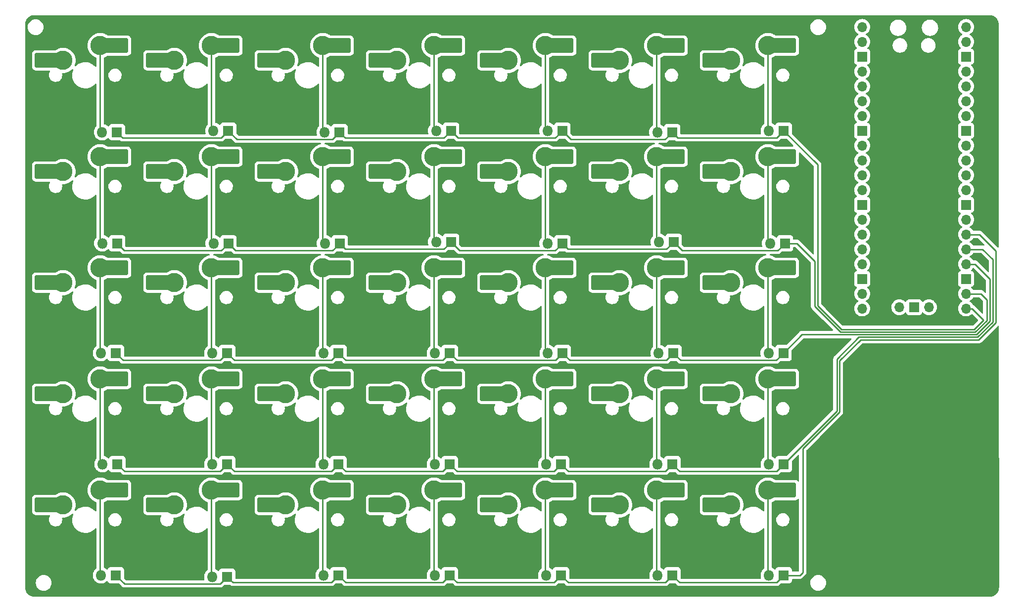
<source format=gbr>
%TF.GenerationSoftware,KiCad,Pcbnew,7.0.5*%
%TF.CreationDate,2023-07-21T14:17:18+03:00*%
%TF.ProjectId,MacroPadPlate,4d616372-6f50-4616-9450-6c6174652e6b,rev?*%
%TF.SameCoordinates,Original*%
%TF.FileFunction,Copper,L2,Bot*%
%TF.FilePolarity,Positive*%
%FSLAX46Y46*%
G04 Gerber Fmt 4.6, Leading zero omitted, Abs format (unit mm)*
G04 Created by KiCad (PCBNEW 7.0.5) date 2023-07-21 14:17:18*
%MOMM*%
%LPD*%
G01*
G04 APERTURE LIST*
G04 Aperture macros list*
%AMRoundRect*
0 Rectangle with rounded corners*
0 $1 Rounding radius*
0 $2 $3 $4 $5 $6 $7 $8 $9 X,Y pos of 4 corners*
0 Add a 4 corners polygon primitive as box body*
4,1,4,$2,$3,$4,$5,$6,$7,$8,$9,$2,$3,0*
0 Add four circle primitives for the rounded corners*
1,1,$1+$1,$2,$3*
1,1,$1+$1,$4,$5*
1,1,$1+$1,$6,$7*
1,1,$1+$1,$8,$9*
0 Add four rect primitives between the rounded corners*
20,1,$1+$1,$2,$3,$4,$5,0*
20,1,$1+$1,$4,$5,$6,$7,0*
20,1,$1+$1,$6,$7,$8,$9,0*
20,1,$1+$1,$8,$9,$2,$3,0*%
G04 Aperture macros list end*
%TA.AperFunction,ComponentPad*%
%ADD10O,1.700000X1.700000*%
%TD*%
%TA.AperFunction,ComponentPad*%
%ADD11R,1.700000X1.700000*%
%TD*%
%TA.AperFunction,ComponentPad*%
%ADD12C,3.300000*%
%TD*%
%TA.AperFunction,SMDPad,CuDef*%
%ADD13R,1.650000X2.500000*%
%TD*%
%TA.AperFunction,SMDPad,CuDef*%
%ADD14RoundRect,0.250000X1.025000X1.000000X-1.025000X1.000000X-1.025000X-1.000000X1.025000X-1.000000X0*%
%TD*%
%TA.AperFunction,ComponentPad*%
%ADD15R,1.800000X1.800000*%
%TD*%
%TA.AperFunction,ComponentPad*%
%ADD16O,1.800000X1.800000*%
%TD*%
%TA.AperFunction,Conductor*%
%ADD17C,0.250000*%
%TD*%
G04 APERTURE END LIST*
D10*
%TO.P,U1,1,GPIO0*%
%TO.N,unconnected-(U1-GPIO0-Pad1)*%
X219456000Y-32512000D03*
%TO.P,U1,2,GPIO1*%
%TO.N,unconnected-(U1-GPIO1-Pad2)*%
X219456000Y-35052000D03*
D11*
%TO.P,U1,3,GND*%
%TO.N,unconnected-(U1-GND-Pad3)*%
X219456000Y-37592000D03*
D10*
%TO.P,U1,4,GPIO2*%
%TO.N,unconnected-(U1-GPIO2-Pad4)*%
X219456000Y-40132000D03*
%TO.P,U1,5,GPIO3*%
%TO.N,unconnected-(U1-GPIO3-Pad5)*%
X219456000Y-42672000D03*
%TO.P,U1,6,GPIO4*%
%TO.N,unconnected-(U1-GPIO4-Pad6)*%
X219456000Y-45212000D03*
%TO.P,U1,7,GPIO5*%
%TO.N,unconnected-(U1-GPIO5-Pad7)*%
X219456000Y-47752000D03*
D11*
%TO.P,U1,8,GND*%
%TO.N,unconnected-(U1-GND-Pad8)*%
X219456000Y-50292000D03*
D10*
%TO.P,U1,9,GPIO6*%
%TO.N,unconnected-(U1-GPIO6-Pad9)*%
X219456000Y-52832000D03*
%TO.P,U1,10,GPIO7*%
%TO.N,unconnected-(U1-GPIO7-Pad10)*%
X219456000Y-55372000D03*
%TO.P,U1,11,GPIO8*%
%TO.N,unconnected-(U1-GPIO8-Pad11)*%
X219456000Y-57912000D03*
%TO.P,U1,12,GPIO9*%
%TO.N,C7*%
X219456000Y-60452000D03*
D11*
%TO.P,U1,13,GND*%
%TO.N,unconnected-(U1-GND-Pad13)*%
X219456000Y-62992000D03*
D10*
%TO.P,U1,14,GPIO10*%
%TO.N,C6*%
X219456000Y-65532000D03*
%TO.P,U1,15,GPIO11*%
%TO.N,C5*%
X219456000Y-68072000D03*
%TO.P,U1,16,GPIO12*%
%TO.N,C4*%
X219456000Y-70612000D03*
%TO.P,U1,17,GPIO13*%
%TO.N,C3*%
X219456000Y-73152000D03*
D11*
%TO.P,U1,18,GND*%
%TO.N,unconnected-(U1-GND-Pad18)*%
X219456000Y-75692000D03*
D10*
%TO.P,U1,19,GPIO14*%
%TO.N,C2*%
X219456000Y-78232000D03*
%TO.P,U1,20,GPIO15*%
%TO.N,C1*%
X219456000Y-80772000D03*
%TO.P,U1,21,GPIO16*%
%TO.N,R1*%
X237236000Y-80772000D03*
%TO.P,U1,22,GPIO17*%
%TO.N,R2*%
X237236000Y-78232000D03*
D11*
%TO.P,U1,23,GND*%
%TO.N,unconnected-(U1-GND-Pad23)*%
X237236000Y-75692000D03*
D10*
%TO.P,U1,24,GPIO18*%
%TO.N,R3*%
X237236000Y-73152000D03*
%TO.P,U1,25,GPIO19*%
%TO.N,R4*%
X237236000Y-70612000D03*
%TO.P,U1,26,GPIO20*%
%TO.N,R5*%
X237236000Y-68072000D03*
%TO.P,U1,27,GPIO21*%
%TO.N,unconnected-(U1-GPIO21-Pad27)*%
X237236000Y-65532000D03*
D11*
%TO.P,U1,28,GND*%
%TO.N,unconnected-(U1-GND-Pad28)*%
X237236000Y-62992000D03*
D10*
%TO.P,U1,29,GPIO22*%
%TO.N,unconnected-(U1-GPIO22-Pad29)*%
X237236000Y-60452000D03*
%TO.P,U1,30,RUN*%
%TO.N,unconnected-(U1-RUN-Pad30)*%
X237236000Y-57912000D03*
%TO.P,U1,31,GPIO26_ADC0*%
%TO.N,unconnected-(U1-GPIO26_ADC0-Pad31)*%
X237236000Y-55372000D03*
%TO.P,U1,32,GPIO27_ADC1*%
%TO.N,unconnected-(U1-GPIO27_ADC1-Pad32)*%
X237236000Y-52832000D03*
D11*
%TO.P,U1,33,AGND*%
%TO.N,unconnected-(U1-AGND-Pad33)*%
X237236000Y-50292000D03*
D10*
%TO.P,U1,34,GPIO28_ADC2*%
%TO.N,unconnected-(U1-GPIO28_ADC2-Pad34)*%
X237236000Y-47752000D03*
%TO.P,U1,35,ADC_VREF*%
%TO.N,unconnected-(U1-ADC_VREF-Pad35)*%
X237236000Y-45212000D03*
%TO.P,U1,36,3V3*%
%TO.N,unconnected-(U1-3V3-Pad36)*%
X237236000Y-42672000D03*
%TO.P,U1,37,3V3_EN*%
%TO.N,unconnected-(U1-3V3_EN-Pad37)*%
X237236000Y-40132000D03*
D11*
%TO.P,U1,38,GND*%
%TO.N,unconnected-(U1-GND-Pad38)*%
X237236000Y-37592000D03*
D10*
%TO.P,U1,39,VSYS*%
%TO.N,unconnected-(U1-VSYS-Pad39)*%
X237236000Y-35052000D03*
%TO.P,U1,40,VBUS*%
%TO.N,unconnected-(U1-VBUS-Pad40)*%
X237236000Y-32512000D03*
%TO.P,U1,41,SWCLK*%
%TO.N,unconnected-(U1-SWCLK-Pad41)*%
X225806000Y-80542000D03*
D11*
%TO.P,U1,42,GND*%
%TO.N,unconnected-(U1-GND-Pad42)*%
X228346000Y-80542000D03*
D10*
%TO.P,U1,43,SWDIO*%
%TO.N,unconnected-(U1-SWDIO-Pad43)*%
X230886000Y-80542000D03*
%TD*%
D12*
%TO.P,MX20,1,1*%
%TO.N,C2*%
X101739300Y-76350000D03*
D13*
X99914300Y-76350000D03*
D14*
X98189300Y-76350000D03*
%TO.P,MX20,2,2*%
%TO.N,Net-(D20-A)*%
X111639300Y-73810000D03*
D13*
X109889300Y-73810000D03*
D12*
X108089300Y-73810000D03*
%TD*%
D15*
%TO.P,D25,1,K*%
%TO.N,R4*%
X148873000Y-107442000D03*
D16*
%TO.P,D25,2,A*%
%TO.N,Net-(D25-A)*%
X146333000Y-107442000D03*
%TD*%
D15*
%TO.P,D1,1,K*%
%TO.N,R1*%
X206023000Y-50292000D03*
D16*
%TO.P,D1,2,A*%
%TO.N,Net-(D1-A)*%
X203483000Y-50292000D03*
%TD*%
D12*
%TO.P,MX9,1,1*%
%TO.N,C6*%
X177939300Y-57300000D03*
D13*
X176114300Y-57300000D03*
D14*
X174389300Y-57300000D03*
%TO.P,MX9,2,2*%
%TO.N,Net-(D9-A)*%
X187839300Y-54760000D03*
D13*
X186089300Y-54760000D03*
D12*
X184289300Y-54760000D03*
%TD*%
%TO.P,MX31,1,1*%
%TO.N,C5*%
X158889300Y-114450000D03*
D13*
X157064300Y-114450000D03*
D14*
X155339300Y-114450000D03*
%TO.P,MX31,2,2*%
%TO.N,Net-(D31-A)*%
X168789300Y-111910000D03*
D13*
X167039300Y-111910000D03*
D12*
X165239300Y-111910000D03*
%TD*%
%TO.P,MX18,1,1*%
%TO.N,C4*%
X139839300Y-76350000D03*
D13*
X138014300Y-76350000D03*
D14*
X136289300Y-76350000D03*
%TO.P,MX18,2,2*%
%TO.N,Net-(D18-A)*%
X149739300Y-73810000D03*
D13*
X147989300Y-73810000D03*
D12*
X146189300Y-73810000D03*
%TD*%
%TO.P,MX7,1,1*%
%TO.N,C1*%
X82689300Y-38250000D03*
D13*
X80864300Y-38250000D03*
D14*
X79139300Y-38250000D03*
%TO.P,MX7,2,2*%
%TO.N,Net-(D7-A)*%
X92589300Y-35710000D03*
D13*
X90839300Y-35710000D03*
D12*
X89039300Y-35710000D03*
%TD*%
%TO.P,MX33,1,1*%
%TO.N,C3*%
X120789300Y-114450000D03*
D13*
X118964300Y-114450000D03*
D14*
X117239300Y-114450000D03*
%TO.P,MX33,2,2*%
%TO.N,Net-(D33-A)*%
X130689300Y-111910000D03*
D13*
X128939300Y-111910000D03*
D12*
X127139300Y-111910000D03*
%TD*%
%TO.P,MX26,1,1*%
%TO.N,C3*%
X120789300Y-95400000D03*
D13*
X118964300Y-95400000D03*
D14*
X117239300Y-95400000D03*
%TO.P,MX26,2,2*%
%TO.N,Net-(D26-A)*%
X130689300Y-92860000D03*
D13*
X128939300Y-92860000D03*
D12*
X127139300Y-92860000D03*
%TD*%
%TO.P,MX4,1,1*%
%TO.N,C4*%
X139839300Y-38250000D03*
D13*
X138014300Y-38250000D03*
D14*
X136289300Y-38250000D03*
%TO.P,MX4,2,2*%
%TO.N,Net-(D4-A)*%
X149739300Y-35710000D03*
D13*
X147989300Y-35710000D03*
D12*
X146189300Y-35710000D03*
%TD*%
%TO.P,MX16,1,1*%
%TO.N,C6*%
X177939300Y-76350000D03*
D13*
X176114300Y-76350000D03*
D14*
X174389300Y-76350000D03*
%TO.P,MX16,2,2*%
%TO.N,Net-(D16-A)*%
X187839300Y-73810000D03*
D13*
X186089300Y-73810000D03*
D12*
X184289300Y-73810000D03*
%TD*%
%TO.P,MX12,1,1*%
%TO.N,C3*%
X120789300Y-57300000D03*
D13*
X118964300Y-57300000D03*
D14*
X117239300Y-57300000D03*
%TO.P,MX12,2,2*%
%TO.N,Net-(D12-A)*%
X130689300Y-54760000D03*
D13*
X128939300Y-54760000D03*
D12*
X127139300Y-54760000D03*
%TD*%
D15*
%TO.P,D29,1,K*%
%TO.N,R5*%
X206023000Y-126492000D03*
D16*
%TO.P,D29,2,A*%
%TO.N,Net-(D29-A)*%
X203483000Y-126492000D03*
%TD*%
D12*
%TO.P,MX35,1,1*%
%TO.N,C1*%
X82689300Y-114450000D03*
D13*
X80864300Y-114450000D03*
D14*
X79139300Y-114450000D03*
%TO.P,MX35,2,2*%
%TO.N,Net-(D35-A)*%
X92589300Y-111910000D03*
D13*
X90839300Y-111910000D03*
D12*
X89039300Y-111910000D03*
%TD*%
%TO.P,MX17,1,1*%
%TO.N,C5*%
X158889300Y-76350000D03*
D13*
X157064300Y-76350000D03*
D14*
X155339300Y-76350000D03*
%TO.P,MX17,2,2*%
%TO.N,Net-(D17-A)*%
X168789300Y-73810000D03*
D13*
X167039300Y-73810000D03*
D12*
X165239300Y-73810000D03*
%TD*%
%TO.P,MX13,1,1*%
%TO.N,C2*%
X101739300Y-57300000D03*
D13*
X99914300Y-57300000D03*
D14*
X98189300Y-57300000D03*
%TO.P,MX13,2,2*%
%TO.N,Net-(D13-A)*%
X111639300Y-54760000D03*
D13*
X109889300Y-54760000D03*
D12*
X108089300Y-54760000D03*
%TD*%
%TO.P,MX28,1,1*%
%TO.N,C1*%
X82689300Y-95400000D03*
D13*
X80864300Y-95400000D03*
D14*
X79139300Y-95400000D03*
%TO.P,MX28,2,2*%
%TO.N,Net-(D28-A)*%
X92589300Y-92860000D03*
D13*
X90839300Y-92860000D03*
D12*
X89039300Y-92860000D03*
%TD*%
%TO.P,MX3,1,1*%
%TO.N,C5*%
X158889300Y-38250000D03*
D13*
X157064300Y-38250000D03*
D14*
X155339300Y-38250000D03*
%TO.P,MX3,2,2*%
%TO.N,Net-(D3-A)*%
X168789300Y-35710000D03*
D13*
X167039300Y-35710000D03*
D12*
X165239300Y-35710000D03*
%TD*%
D15*
%TO.P,D5,1,K*%
%TO.N,R1*%
X130019300Y-50546000D03*
D16*
%TO.P,D5,2,A*%
%TO.N,Net-(D5-A)*%
X127479300Y-50546000D03*
%TD*%
D15*
%TO.P,D31,1,K*%
%TO.N,R5*%
X167923000Y-126492000D03*
D16*
%TO.P,D31,2,A*%
%TO.N,Net-(D31-A)*%
X165383000Y-126492000D03*
%TD*%
D12*
%TO.P,MX14,1,1*%
%TO.N,C1*%
X82689300Y-57300000D03*
D13*
X80864300Y-57300000D03*
D14*
X79139300Y-57300000D03*
%TO.P,MX14,2,2*%
%TO.N,Net-(D14-A)*%
X92589300Y-54760000D03*
D13*
X90839300Y-54760000D03*
D12*
X89039300Y-54760000D03*
%TD*%
%TO.P,MX22,1,1*%
%TO.N,C7*%
X196989300Y-95400000D03*
D13*
X195164300Y-95400000D03*
D14*
X193439300Y-95400000D03*
%TO.P,MX22,2,2*%
%TO.N,Net-(D22-A)*%
X206889300Y-92860000D03*
D13*
X205139300Y-92860000D03*
D12*
X203339300Y-92860000D03*
%TD*%
%TO.P,MX30,1,1*%
%TO.N,C6*%
X177939300Y-114450000D03*
D13*
X176114300Y-114450000D03*
D14*
X174389300Y-114450000D03*
%TO.P,MX30,2,2*%
%TO.N,Net-(D30-A)*%
X187839300Y-111910000D03*
D13*
X186089300Y-111910000D03*
D12*
X184289300Y-111910000D03*
%TD*%
D15*
%TO.P,D32,1,K*%
%TO.N,R5*%
X148873000Y-126492000D03*
D16*
%TO.P,D32,2,A*%
%TO.N,Net-(D32-A)*%
X146333000Y-126492000D03*
%TD*%
D12*
%TO.P,MX8,1,1*%
%TO.N,C7*%
X196989300Y-57300000D03*
D13*
X195164300Y-57300000D03*
D14*
X193439300Y-57300000D03*
%TO.P,MX8,2,2*%
%TO.N,Net-(D8-A)*%
X206889300Y-54760000D03*
D13*
X205139300Y-54760000D03*
D12*
X203339300Y-54760000D03*
%TD*%
D15*
%TO.P,D10,1,K*%
%TO.N,R2*%
X168148300Y-69596000D03*
D16*
%TO.P,D10,2,A*%
%TO.N,Net-(D10-A)*%
X165608300Y-69596000D03*
%TD*%
D15*
%TO.P,D22,1,K*%
%TO.N,R4*%
X206023000Y-107442000D03*
D16*
%TO.P,D22,2,A*%
%TO.N,Net-(D22-A)*%
X203483000Y-107442000D03*
%TD*%
D12*
%TO.P,MX5,1,1*%
%TO.N,C3*%
X120789300Y-38250000D03*
D13*
X118964300Y-38250000D03*
D14*
X117239300Y-38250000D03*
%TO.P,MX5,2,2*%
%TO.N,Net-(D5-A)*%
X130689300Y-35710000D03*
D13*
X128939300Y-35710000D03*
D12*
X127139300Y-35710000D03*
%TD*%
%TO.P,MX29,1,1*%
%TO.N,C7*%
X196989300Y-114450000D03*
D13*
X195164300Y-114450000D03*
D14*
X193439300Y-114450000D03*
%TO.P,MX29,2,2*%
%TO.N,Net-(D29-A)*%
X206889300Y-111910000D03*
D13*
X205139300Y-111910000D03*
D12*
X203339300Y-111910000D03*
%TD*%
D15*
%TO.P,D16,1,K*%
%TO.N,R3*%
X187169300Y-88392000D03*
D16*
%TO.P,D16,2,A*%
%TO.N,Net-(D16-A)*%
X184629300Y-88392000D03*
%TD*%
D15*
%TO.P,D14,1,K*%
%TO.N,R2*%
X91948300Y-69596000D03*
D16*
%TO.P,D14,2,A*%
%TO.N,Net-(D14-A)*%
X89408300Y-69596000D03*
%TD*%
D12*
%TO.P,MX25,1,1*%
%TO.N,C4*%
X139839300Y-95400000D03*
D13*
X138014300Y-95400000D03*
D14*
X136289300Y-95400000D03*
%TO.P,MX25,2,2*%
%TO.N,Net-(D25-A)*%
X149739300Y-92860000D03*
D13*
X147989300Y-92860000D03*
D12*
X146189300Y-92860000D03*
%TD*%
%TO.P,MX1,1,1*%
%TO.N,C7*%
X196989300Y-38250000D03*
D13*
X195164300Y-38250000D03*
D14*
X193439300Y-38250000D03*
%TO.P,MX1,2,2*%
%TO.N,Net-(D1-A)*%
X206889300Y-35710000D03*
D13*
X205139300Y-35710000D03*
D12*
X203339300Y-35710000D03*
%TD*%
D15*
%TO.P,D21,1,K*%
%TO.N,R3*%
X91723000Y-88392000D03*
D16*
%TO.P,D21,2,A*%
%TO.N,Net-(D21-A)*%
X89183000Y-88392000D03*
%TD*%
D15*
%TO.P,D23,1,K*%
%TO.N,R4*%
X186973000Y-107442000D03*
D16*
%TO.P,D23,2,A*%
%TO.N,Net-(D23-A)*%
X184433000Y-107442000D03*
%TD*%
D15*
%TO.P,D35,1,K*%
%TO.N,R5*%
X91723000Y-126492000D03*
D16*
%TO.P,D35,2,A*%
%TO.N,Net-(D35-A)*%
X89183000Y-126492000D03*
%TD*%
D15*
%TO.P,D6,1,K*%
%TO.N,R1*%
X110969300Y-50292000D03*
D16*
%TO.P,D6,2,A*%
%TO.N,Net-(D6-A)*%
X108429300Y-50292000D03*
%TD*%
D12*
%TO.P,MX24,1,1*%
%TO.N,C5*%
X158889300Y-95400000D03*
D13*
X157064300Y-95400000D03*
D14*
X155339300Y-95400000D03*
%TO.P,MX24,2,2*%
%TO.N,Net-(D24-A)*%
X168789300Y-92860000D03*
D13*
X167039300Y-92860000D03*
D12*
X165239300Y-92860000D03*
%TD*%
D15*
%TO.P,D2,1,K*%
%TO.N,R1*%
X186944300Y-50546000D03*
D16*
%TO.P,D2,2,A*%
%TO.N,Net-(D2-A)*%
X184404300Y-50546000D03*
%TD*%
D15*
%TO.P,D17,1,K*%
%TO.N,R3*%
X168177000Y-88392000D03*
D16*
%TO.P,D17,2,A*%
%TO.N,Net-(D17-A)*%
X165637000Y-88392000D03*
%TD*%
D15*
%TO.P,D30,1,K*%
%TO.N,R5*%
X186973000Y-126492000D03*
D16*
%TO.P,D30,2,A*%
%TO.N,Net-(D30-A)*%
X184433000Y-126492000D03*
%TD*%
D12*
%TO.P,MX15,1,1*%
%TO.N,C7*%
X196989300Y-76350000D03*
D13*
X195164300Y-76350000D03*
D14*
X193439300Y-76350000D03*
%TO.P,MX15,2,2*%
%TO.N,Net-(D15-A)*%
X206889300Y-73810000D03*
D13*
X205139300Y-73810000D03*
D12*
X203339300Y-73810000D03*
%TD*%
%TO.P,MX32,1,1*%
%TO.N,C4*%
X139839300Y-114450000D03*
D13*
X138014300Y-114450000D03*
D14*
X136289300Y-114450000D03*
%TO.P,MX32,2,2*%
%TO.N,Net-(D32-A)*%
X149739300Y-111910000D03*
D13*
X147989300Y-111910000D03*
D12*
X146189300Y-111910000D03*
%TD*%
D15*
%TO.P,D12,1,K*%
%TO.N,R2*%
X130048300Y-69596000D03*
D16*
%TO.P,D12,2,A*%
%TO.N,Net-(D12-A)*%
X127508300Y-69596000D03*
%TD*%
D15*
%TO.P,D9,1,K*%
%TO.N,R2*%
X187198300Y-69342000D03*
D16*
%TO.P,D9,2,A*%
%TO.N,Net-(D9-A)*%
X184658300Y-69342000D03*
%TD*%
D12*
%TO.P,MX6,1,1*%
%TO.N,C2*%
X101739300Y-38250000D03*
D13*
X99914300Y-38250000D03*
D14*
X98189300Y-38250000D03*
%TO.P,MX6,2,2*%
%TO.N,Net-(D6-A)*%
X111639300Y-35710000D03*
D13*
X109889300Y-35710000D03*
D12*
X108089300Y-35710000D03*
%TD*%
%TO.P,MX11,1,1*%
%TO.N,C4*%
X139839300Y-57300000D03*
D13*
X138014300Y-57300000D03*
D14*
X136289300Y-57300000D03*
%TO.P,MX11,2,2*%
%TO.N,Net-(D11-A)*%
X149739300Y-54760000D03*
D13*
X147989300Y-54760000D03*
D12*
X146189300Y-54760000D03*
%TD*%
D15*
%TO.P,D8,1,K*%
%TO.N,R2*%
X206248300Y-69596000D03*
D16*
%TO.P,D8,2,A*%
%TO.N,Net-(D8-A)*%
X203708300Y-69596000D03*
%TD*%
D12*
%TO.P,MX34,1,1*%
%TO.N,C2*%
X101739300Y-114450000D03*
D13*
X99914300Y-114450000D03*
D14*
X98189300Y-114450000D03*
%TO.P,MX34,2,2*%
%TO.N,Net-(D34-A)*%
X111639300Y-111910000D03*
D13*
X109889300Y-111910000D03*
D12*
X108089300Y-111910000D03*
%TD*%
%TO.P,MX10,1,1*%
%TO.N,C5*%
X158889300Y-57300000D03*
D13*
X157064300Y-57300000D03*
D14*
X155339300Y-57300000D03*
%TO.P,MX10,2,2*%
%TO.N,Net-(D10-A)*%
X168789300Y-54760000D03*
D13*
X167039300Y-54760000D03*
D12*
X165239300Y-54760000D03*
%TD*%
%TO.P,MX2,1,1*%
%TO.N,C6*%
X177939300Y-38250000D03*
D13*
X176114300Y-38250000D03*
D14*
X174389300Y-38250000D03*
%TO.P,MX2,2,2*%
%TO.N,Net-(D2-A)*%
X187839300Y-35710000D03*
D13*
X186089300Y-35710000D03*
D12*
X184289300Y-35710000D03*
%TD*%
%TO.P,MX27,1,1*%
%TO.N,C2*%
X101739300Y-95400000D03*
D13*
X99914300Y-95400000D03*
D14*
X98189300Y-95400000D03*
%TO.P,MX27,2,2*%
%TO.N,Net-(D27-A)*%
X111639300Y-92860000D03*
D13*
X109889300Y-92860000D03*
D12*
X108089300Y-92860000D03*
%TD*%
%TO.P,MX21,1,1*%
%TO.N,C1*%
X82689300Y-76350000D03*
D13*
X80864300Y-76350000D03*
D14*
X79139300Y-76350000D03*
%TO.P,MX21,2,2*%
%TO.N,Net-(D21-A)*%
X92589300Y-73810000D03*
D13*
X90839300Y-73810000D03*
D12*
X89039300Y-73810000D03*
%TD*%
D15*
%TO.P,D33,1,K*%
%TO.N,R5*%
X129823000Y-126492000D03*
D16*
%TO.P,D33,2,A*%
%TO.N,Net-(D33-A)*%
X127283000Y-126492000D03*
%TD*%
D12*
%TO.P,MX23,1,1*%
%TO.N,C6*%
X177939300Y-95400000D03*
D13*
X176114300Y-95400000D03*
D14*
X174389300Y-95400000D03*
%TO.P,MX23,2,2*%
%TO.N,Net-(D23-A)*%
X187839300Y-92860000D03*
D13*
X186089300Y-92860000D03*
D12*
X184289300Y-92860000D03*
%TD*%
D15*
%TO.P,D28,1,K*%
%TO.N,R4*%
X91977000Y-107442000D03*
D16*
%TO.P,D28,2,A*%
%TO.N,Net-(D28-A)*%
X89437000Y-107442000D03*
%TD*%
D15*
%TO.P,D27,1,K*%
%TO.N,R4*%
X110773000Y-107442000D03*
D16*
%TO.P,D27,2,A*%
%TO.N,Net-(D27-A)*%
X108233000Y-107442000D03*
%TD*%
D15*
%TO.P,D24,1,K*%
%TO.N,R4*%
X167923000Y-107442000D03*
D16*
%TO.P,D24,2,A*%
%TO.N,Net-(D24-A)*%
X165383000Y-107442000D03*
%TD*%
D15*
%TO.P,D34,1,K*%
%TO.N,R5*%
X110773000Y-126746000D03*
D16*
%TO.P,D34,2,A*%
%TO.N,Net-(D34-A)*%
X108233000Y-126746000D03*
%TD*%
D15*
%TO.P,D20,1,K*%
%TO.N,R3*%
X110773000Y-88392000D03*
D16*
%TO.P,D20,2,A*%
%TO.N,Net-(D20-A)*%
X108233000Y-88392000D03*
%TD*%
D15*
%TO.P,D11,1,K*%
%TO.N,R2*%
X149098300Y-69342000D03*
D16*
%TO.P,D11,2,A*%
%TO.N,Net-(D11-A)*%
X146558300Y-69342000D03*
%TD*%
D15*
%TO.P,D4,1,K*%
%TO.N,R1*%
X149098300Y-50292000D03*
D16*
%TO.P,D4,2,A*%
%TO.N,Net-(D4-A)*%
X146558300Y-50292000D03*
%TD*%
D15*
%TO.P,D18,1,K*%
%TO.N,R3*%
X148873000Y-88392000D03*
D16*
%TO.P,D18,2,A*%
%TO.N,Net-(D18-A)*%
X146333000Y-88392000D03*
%TD*%
D15*
%TO.P,D15,1,K*%
%TO.N,R3*%
X205994300Y-88392000D03*
D16*
%TO.P,D15,2,A*%
%TO.N,Net-(D15-A)*%
X203454300Y-88392000D03*
%TD*%
D15*
%TO.P,D26,1,K*%
%TO.N,R4*%
X129823000Y-107442000D03*
D16*
%TO.P,D26,2,A*%
%TO.N,Net-(D26-A)*%
X127283000Y-107442000D03*
%TD*%
D12*
%TO.P,MX19,1,1*%
%TO.N,C3*%
X120789300Y-76350000D03*
D13*
X118964300Y-76350000D03*
D14*
X117239300Y-76350000D03*
%TO.P,MX19,2,2*%
%TO.N,Net-(D19-A)*%
X130689300Y-73810000D03*
D13*
X128939300Y-73810000D03*
D12*
X127139300Y-73810000D03*
%TD*%
D15*
%TO.P,D13,1,K*%
%TO.N,R2*%
X110998300Y-69596000D03*
D16*
%TO.P,D13,2,A*%
%TO.N,Net-(D13-A)*%
X108458300Y-69596000D03*
%TD*%
D15*
%TO.P,D19,1,K*%
%TO.N,R3*%
X129823000Y-88392000D03*
D16*
%TO.P,D19,2,A*%
%TO.N,Net-(D19-A)*%
X127283000Y-88392000D03*
%TD*%
D15*
%TO.P,D3,1,K*%
%TO.N,R1*%
X168148300Y-50292000D03*
D16*
%TO.P,D3,2,A*%
%TO.N,Net-(D3-A)*%
X165608300Y-50292000D03*
%TD*%
D15*
%TO.P,D7,1,K*%
%TO.N,R1*%
X91919300Y-50546000D03*
D16*
%TO.P,D7,2,A*%
%TO.N,Net-(D7-A)*%
X89379300Y-50546000D03*
%TD*%
D17*
%TO.N,R5*%
X148873000Y-126492000D02*
X150098000Y-127717000D01*
X239508396Y-68072000D02*
X237236000Y-68072000D01*
X211778000Y-102294396D02*
X215588000Y-98484396D01*
X128598000Y-127717000D02*
X129823000Y-126492000D01*
X169148000Y-127717000D02*
X185748000Y-127717000D01*
X208788000Y-126492000D02*
X209296000Y-125984000D01*
X219180000Y-86128000D02*
X239377188Y-86128000D01*
X129823000Y-126492000D02*
X131048000Y-127717000D01*
X110773000Y-126746000D02*
X111744000Y-127717000D01*
X186973000Y-126492000D02*
X188198000Y-127717000D01*
X211778000Y-102323396D02*
X211778000Y-102294396D01*
X93202000Y-127971000D02*
X109548000Y-127971000D01*
X147648000Y-127717000D02*
X148873000Y-126492000D01*
X111744000Y-127717000D02*
X128598000Y-127717000D01*
X185748000Y-127717000D02*
X186973000Y-126492000D01*
X131048000Y-127717000D02*
X147648000Y-127717000D01*
X239377188Y-86128000D02*
X242316000Y-83189188D01*
X150098000Y-127717000D02*
X166698000Y-127717000D01*
X206023000Y-126492000D02*
X208788000Y-126492000D01*
X188198000Y-127717000D02*
X204798000Y-127717000D01*
X209296000Y-104805396D02*
X211778000Y-102323396D01*
X242316000Y-70879604D02*
X239508396Y-68072000D01*
X166698000Y-127717000D02*
X167923000Y-126492000D01*
X91723000Y-126492000D02*
X93202000Y-127971000D01*
X242316000Y-83189188D02*
X242316000Y-70879604D01*
X109548000Y-127971000D02*
X110773000Y-126746000D01*
X204798000Y-127717000D02*
X206023000Y-126492000D01*
X167923000Y-126492000D02*
X169148000Y-127717000D01*
X215588000Y-89720000D02*
X219180000Y-86128000D01*
X215588000Y-98484396D02*
X215588000Y-89720000D01*
X209296000Y-125984000D02*
X209296000Y-104805396D01*
%TO.N,Net-(D1-A)*%
X203339300Y-35710000D02*
X203339300Y-50148300D01*
X203339300Y-50148300D02*
X203483000Y-50292000D01*
%TO.N,Net-(D2-A)*%
X184289300Y-35710000D02*
X184289300Y-50431000D01*
X184289300Y-50431000D02*
X184404300Y-50546000D01*
%TO.N,Net-(D3-A)*%
X165239300Y-49923000D02*
X165608300Y-50292000D01*
X165239300Y-35710000D02*
X165239300Y-49923000D01*
%TO.N,Net-(D4-A)*%
X146189300Y-49923000D02*
X146558300Y-50292000D01*
X146189300Y-35710000D02*
X146189300Y-49923000D01*
%TO.N,Net-(D5-A)*%
X127139300Y-50206000D02*
X127479300Y-50546000D01*
X127139300Y-35710000D02*
X127139300Y-50206000D01*
%TO.N,Net-(D6-A)*%
X108089300Y-35710000D02*
X108089300Y-49952000D01*
X108089300Y-49952000D02*
X108429300Y-50292000D01*
%TO.N,Net-(D7-A)*%
X89039300Y-50206000D02*
X89379300Y-50546000D01*
X89039300Y-35710000D02*
X89039300Y-50206000D01*
%TO.N,R4*%
X111998000Y-108667000D02*
X128598000Y-108667000D01*
X185748000Y-108667000D02*
X186973000Y-107442000D01*
X147648000Y-108667000D02*
X148873000Y-107442000D01*
X204798000Y-108667000D02*
X206023000Y-107442000D01*
X211328000Y-102137000D02*
X211328000Y-102108000D01*
X215138000Y-98298000D02*
X215138000Y-89408000D01*
X241808000Y-83060792D02*
X241808000Y-72358000D01*
X93202000Y-108667000D02*
X109548000Y-108667000D01*
X91977000Y-107442000D02*
X93202000Y-108667000D01*
X240062000Y-70612000D02*
X237236000Y-70612000D01*
X129823000Y-107442000D02*
X131048000Y-108667000D01*
X188198000Y-108667000D02*
X204798000Y-108667000D01*
X148873000Y-107442000D02*
X150098000Y-108667000D01*
X211328000Y-102108000D02*
X215138000Y-98298000D01*
X206023000Y-107442000D02*
X211328000Y-102137000D01*
X241808000Y-72358000D02*
X240062000Y-70612000D01*
X167923000Y-107442000D02*
X169148000Y-108667000D01*
X109548000Y-108667000D02*
X110773000Y-107442000D01*
X131048000Y-108667000D02*
X147648000Y-108667000D01*
X239190792Y-85678000D02*
X241808000Y-83060792D01*
X128598000Y-108667000D02*
X129823000Y-107442000D01*
X110773000Y-107442000D02*
X111998000Y-108667000D01*
X169148000Y-108667000D02*
X185748000Y-108667000D01*
X150098000Y-108667000D02*
X166698000Y-108667000D01*
X218868000Y-85678000D02*
X239190792Y-85678000D01*
X166698000Y-108667000D02*
X167923000Y-107442000D01*
X215138000Y-89408000D02*
X218868000Y-85678000D01*
X186973000Y-107442000D02*
X188198000Y-108667000D01*
%TO.N,Net-(D8-A)*%
X203339300Y-54760000D02*
X203339300Y-69227000D01*
X203339300Y-69227000D02*
X203708300Y-69596000D01*
%TO.N,Net-(D9-A)*%
X184289300Y-68973000D02*
X184658300Y-69342000D01*
X184289300Y-54760000D02*
X184289300Y-68973000D01*
%TO.N,Net-(D10-A)*%
X165239300Y-54760000D02*
X165239300Y-69227000D01*
X165239300Y-69227000D02*
X165608300Y-69596000D01*
%TO.N,Net-(D11-A)*%
X146189300Y-68973000D02*
X146558300Y-69342000D01*
X146189300Y-54760000D02*
X146189300Y-68973000D01*
%TO.N,Net-(D12-A)*%
X127139300Y-54760000D02*
X127139300Y-69227000D01*
X127139300Y-69227000D02*
X127508300Y-69596000D01*
%TO.N,Net-(D13-A)*%
X108089300Y-69227000D02*
X108458300Y-69596000D01*
X108089300Y-54760000D02*
X108089300Y-69227000D01*
%TO.N,Net-(D14-A)*%
X89039300Y-69227000D02*
X89408300Y-69596000D01*
X89039300Y-54760000D02*
X89039300Y-69227000D01*
%TO.N,R3*%
X92948000Y-89617000D02*
X109548000Y-89617000D01*
X131048000Y-89617000D02*
X147648000Y-89617000D01*
X166952000Y-89617000D02*
X168177000Y-88392000D01*
X187169300Y-88392000D02*
X188394300Y-89617000D01*
X168177000Y-88392000D02*
X169402000Y-89617000D01*
X109548000Y-89617000D02*
X110773000Y-88392000D01*
X111998000Y-89617000D02*
X128598000Y-89617000D01*
X91723000Y-88392000D02*
X92948000Y-89617000D01*
X238760000Y-73152000D02*
X237236000Y-73152000D01*
X128598000Y-89617000D02*
X129823000Y-88392000D01*
X150098000Y-89617000D02*
X166952000Y-89617000D01*
X188394300Y-89617000D02*
X204769300Y-89617000D01*
X209158300Y-85228000D02*
X239004396Y-85228000D01*
X241300000Y-82932396D02*
X241300000Y-75692000D01*
X110773000Y-88392000D02*
X111998000Y-89617000D01*
X148873000Y-88392000D02*
X150098000Y-89617000D01*
X185944300Y-89617000D02*
X187169300Y-88392000D01*
X169402000Y-89617000D02*
X185944300Y-89617000D01*
X129823000Y-88392000D02*
X131048000Y-89617000D01*
X241300000Y-75692000D02*
X238760000Y-73152000D01*
X204769300Y-89617000D02*
X205994300Y-88392000D01*
X147648000Y-89617000D02*
X148873000Y-88392000D01*
X205994300Y-88392000D02*
X209158300Y-85228000D01*
X239004396Y-85228000D02*
X241300000Y-82932396D01*
%TO.N,Net-(D15-A)*%
X203339300Y-73810000D02*
X203339300Y-88277000D01*
X203339300Y-88277000D02*
X203454300Y-88392000D01*
%TO.N,Net-(D16-A)*%
X184289300Y-88052000D02*
X184629300Y-88392000D01*
X184289300Y-73810000D02*
X184289300Y-88052000D01*
%TO.N,Net-(D17-A)*%
X165239300Y-87994300D02*
X165637000Y-88392000D01*
X165239300Y-73810000D02*
X165239300Y-87994300D01*
%TO.N,Net-(D18-A)*%
X146189300Y-88248300D02*
X146333000Y-88392000D01*
X146189300Y-73810000D02*
X146189300Y-88248300D01*
%TO.N,Net-(D19-A)*%
X127139300Y-73810000D02*
X127139300Y-88248300D01*
X127139300Y-88248300D02*
X127283000Y-88392000D01*
%TO.N,Net-(D20-A)*%
X108089300Y-73810000D02*
X108089300Y-88248300D01*
X108089300Y-88248300D02*
X108233000Y-88392000D01*
%TO.N,Net-(D21-A)*%
X89039300Y-88248300D02*
X89183000Y-88392000D01*
X89039300Y-73810000D02*
X89039300Y-88248300D01*
%TO.N,R2*%
X240792000Y-82804000D02*
X240792000Y-79248000D01*
X128823300Y-70821000D02*
X130048300Y-69596000D01*
X91948300Y-69596000D02*
X93173300Y-70821000D01*
X166923300Y-70821000D02*
X168148300Y-69596000D01*
X211328000Y-80392396D02*
X215713604Y-84778000D01*
X130048300Y-69596000D02*
X131019300Y-70567000D01*
X147873300Y-70567000D02*
X149098300Y-69342000D01*
X149098300Y-69342000D02*
X150577300Y-70821000D01*
X239776000Y-78232000D02*
X237236000Y-78232000D01*
X150577300Y-70821000D02*
X166923300Y-70821000D01*
X240792000Y-79248000D02*
X239776000Y-78232000D01*
X205023300Y-70821000D02*
X206248300Y-69596000D01*
X93173300Y-70821000D02*
X109773300Y-70821000D01*
X168148300Y-69596000D02*
X169119300Y-70567000D01*
X185973300Y-70567000D02*
X187198300Y-69342000D01*
X169119300Y-70567000D02*
X185973300Y-70567000D01*
X110998300Y-69596000D02*
X112223300Y-70821000D01*
X109773300Y-70821000D02*
X110998300Y-69596000D01*
X215713604Y-84778000D02*
X238818000Y-84778000D01*
X187198300Y-69342000D02*
X188677300Y-70821000D01*
X112223300Y-70821000D02*
X128823300Y-70821000D01*
X206248300Y-69596000D02*
X208280000Y-69596000D01*
X211328000Y-72644000D02*
X211328000Y-80392396D01*
X188677300Y-70821000D02*
X205023300Y-70821000D01*
X131019300Y-70567000D02*
X147873300Y-70567000D01*
X208280000Y-69596000D02*
X211328000Y-72644000D01*
X238818000Y-84778000D02*
X240792000Y-82804000D01*
%TO.N,Net-(D22-A)*%
X203339300Y-92860000D02*
X203339300Y-107298300D01*
X203339300Y-107298300D02*
X203483000Y-107442000D01*
%TO.N,Net-(D23-A)*%
X184289300Y-107298300D02*
X184433000Y-107442000D01*
X184289300Y-92860000D02*
X184289300Y-107298300D01*
%TO.N,Net-(D24-A)*%
X165239300Y-92860000D02*
X165239300Y-107298300D01*
X165239300Y-107298300D02*
X165383000Y-107442000D01*
%TO.N,Net-(D25-A)*%
X146189300Y-107298300D02*
X146333000Y-107442000D01*
X146189300Y-92860000D02*
X146189300Y-107298300D01*
%TO.N,Net-(D26-A)*%
X127139300Y-107298300D02*
X127283000Y-107442000D01*
X127139300Y-92860000D02*
X127139300Y-107298300D01*
%TO.N,Net-(D27-A)*%
X108089300Y-92860000D02*
X108089300Y-107298300D01*
X108089300Y-107298300D02*
X108233000Y-107442000D01*
%TO.N,Net-(D28-A)*%
X89039300Y-92860000D02*
X89039300Y-107044300D01*
X89039300Y-107044300D02*
X89437000Y-107442000D01*
%TO.N,R1*%
X186944300Y-50546000D02*
X187915300Y-51517000D01*
X109744300Y-51517000D02*
X110969300Y-50292000D01*
X211836000Y-80264000D02*
X211836000Y-56105000D01*
X168148300Y-50292000D02*
X169627300Y-51771000D01*
X112448300Y-51771000D02*
X128794300Y-51771000D01*
X215900000Y-84328000D02*
X211836000Y-80264000D01*
X92890300Y-51517000D02*
X109744300Y-51517000D01*
X211836000Y-56105000D02*
X206023000Y-50292000D01*
X187915300Y-51517000D02*
X204798000Y-51517000D01*
X237236000Y-80772000D02*
X238252000Y-80772000D01*
X166923300Y-51517000D02*
X168148300Y-50292000D01*
X204798000Y-51517000D02*
X206023000Y-50292000D01*
X91919300Y-50546000D02*
X92890300Y-51517000D01*
X130990300Y-51517000D02*
X147873300Y-51517000D01*
X130019300Y-50546000D02*
X130990300Y-51517000D01*
X149098300Y-50292000D02*
X150323300Y-51517000D01*
X110969300Y-50292000D02*
X112448300Y-51771000D01*
X238631604Y-84328000D02*
X215900000Y-84328000D01*
X238252000Y-80772000D02*
X240219802Y-82739802D01*
X169627300Y-51771000D02*
X185719300Y-51771000D01*
X150323300Y-51517000D02*
X166923300Y-51517000D01*
X147873300Y-51517000D02*
X149098300Y-50292000D01*
X128794300Y-51771000D02*
X130019300Y-50546000D01*
X240219802Y-82739802D02*
X238631604Y-84328000D01*
X185719300Y-51771000D02*
X186944300Y-50546000D01*
%TO.N,Net-(D29-A)*%
X203339300Y-111910000D02*
X203339300Y-126348300D01*
X203339300Y-126348300D02*
X203483000Y-126492000D01*
%TO.N,Net-(D30-A)*%
X184289300Y-126348300D02*
X184433000Y-126492000D01*
X184289300Y-111910000D02*
X184289300Y-126348300D01*
%TO.N,Net-(D31-A)*%
X165239300Y-111910000D02*
X165239300Y-126348300D01*
X165239300Y-126348300D02*
X165383000Y-126492000D01*
%TO.N,Net-(D32-A)*%
X146189300Y-126348300D02*
X146333000Y-126492000D01*
X146189300Y-111910000D02*
X146189300Y-126348300D01*
%TO.N,Net-(D33-A)*%
X127139300Y-126348300D02*
X127283000Y-126492000D01*
X127139300Y-111910000D02*
X127139300Y-126348300D01*
%TO.N,Net-(D34-A)*%
X108089300Y-111910000D02*
X108089300Y-126602300D01*
X108089300Y-126602300D02*
X108233000Y-126746000D01*
%TO.N,Net-(D35-A)*%
X89039300Y-126348300D02*
X89183000Y-126492000D01*
X89039300Y-111910000D02*
X89039300Y-126348300D01*
%TD*%
%TA.AperFunction,NonConductor*%
G36*
X239264983Y-68717185D02*
G01*
X239285625Y-68733819D01*
X240348822Y-69797016D01*
X240382307Y-69858339D01*
X240377323Y-69928031D01*
X240335451Y-69983964D01*
X240269987Y-70008381D01*
X240241744Y-70007171D01*
X240191875Y-69999272D01*
X240186152Y-69998087D01*
X240141021Y-69986500D01*
X240141019Y-69986500D01*
X240120984Y-69986500D01*
X240101586Y-69984973D01*
X240094162Y-69983797D01*
X240081805Y-69981840D01*
X240081804Y-69981840D01*
X240035416Y-69986225D01*
X240029578Y-69986500D01*
X238511227Y-69986500D01*
X238444188Y-69966815D01*
X238409652Y-69933623D01*
X238274494Y-69740597D01*
X238107402Y-69573506D01*
X238107396Y-69573501D01*
X237921842Y-69443575D01*
X237878217Y-69388998D01*
X237871023Y-69319500D01*
X237902546Y-69257145D01*
X237921842Y-69240425D01*
X237962134Y-69212212D01*
X238107401Y-69110495D01*
X238274495Y-68943401D01*
X238409651Y-68750377D01*
X238464229Y-68706752D01*
X238511227Y-68697500D01*
X239197944Y-68697500D01*
X239264983Y-68717185D01*
G37*
%TD.AperFunction*%
%TA.AperFunction,NonConductor*%
G36*
X206554586Y-51712184D02*
G01*
X206575228Y-51728818D01*
X207644228Y-52797819D01*
X207677713Y-52859142D01*
X207672729Y-52928834D01*
X207630857Y-52984767D01*
X207565393Y-53009184D01*
X207556547Y-53009500D01*
X204634357Y-53009500D01*
X204569929Y-52991448D01*
X204330982Y-52846141D01*
X204330974Y-52846136D01*
X204061145Y-52728934D01*
X203777860Y-52649561D01*
X203777856Y-52649560D01*
X203777855Y-52649560D01*
X203632126Y-52629530D01*
X203486399Y-52609500D01*
X203486398Y-52609500D01*
X203192202Y-52609500D01*
X203192201Y-52609500D01*
X202900745Y-52649560D01*
X202900739Y-52649561D01*
X202617454Y-52728934D01*
X202347624Y-52846137D01*
X202347619Y-52846139D01*
X202096254Y-52998998D01*
X201868043Y-53184661D01*
X201667232Y-53399676D01*
X201497582Y-53640016D01*
X201497578Y-53640022D01*
X201362227Y-53901237D01*
X201263709Y-54178440D01*
X201263704Y-54178456D01*
X201203852Y-54466486D01*
X201203851Y-54466488D01*
X201183775Y-54759999D01*
X201203851Y-55053511D01*
X201203852Y-55053513D01*
X201263704Y-55341543D01*
X201263709Y-55341559D01*
X201362227Y-55618762D01*
X201497578Y-55879977D01*
X201497582Y-55879983D01*
X201667232Y-56120323D01*
X201868043Y-56335338D01*
X201934117Y-56389093D01*
X202096251Y-56520999D01*
X202096253Y-56521000D01*
X202096254Y-56521001D01*
X202347619Y-56673860D01*
X202347624Y-56673862D01*
X202617451Y-56791064D01*
X202617454Y-56791064D01*
X202617459Y-56791067D01*
X202623250Y-56792689D01*
X202682493Y-56829727D01*
X202712308Y-56892916D01*
X202713800Y-56912092D01*
X202713800Y-58284537D01*
X202694115Y-58351576D01*
X202641311Y-58397331D01*
X202572153Y-58407275D01*
X202508597Y-58378250D01*
X202500666Y-58370741D01*
X202308179Y-58171711D01*
X202308172Y-58171705D01*
X202072355Y-57985483D01*
X202072356Y-57985483D01*
X202072354Y-57985482D01*
X201813813Y-57832348D01*
X201537167Y-57715040D01*
X201537160Y-57715037D01*
X201247359Y-57635653D01*
X201247356Y-57635652D01*
X201247354Y-57635652D01*
X200949545Y-57595600D01*
X200724267Y-57595600D01*
X200724259Y-57595600D01*
X200499483Y-57610647D01*
X200499474Y-57610649D01*
X200205010Y-57670501D01*
X199921147Y-57769069D01*
X199921144Y-57769071D01*
X199652962Y-57904589D01*
X199405218Y-58074655D01*
X199182362Y-58276216D01*
X199182356Y-58276222D01*
X199177201Y-58282320D01*
X199118884Y-58320804D01*
X199049020Y-58321649D01*
X198989789Y-58284589D01*
X198959997Y-58221389D01*
X198965672Y-58160733D01*
X198970408Y-58147408D01*
X199064892Y-57881554D01*
X199064892Y-57881549D01*
X199064895Y-57881543D01*
X199107483Y-57676596D01*
X199124748Y-57593511D01*
X199144825Y-57300000D01*
X199124748Y-57006489D01*
X199097113Y-56873501D01*
X199064895Y-56718456D01*
X199064890Y-56718440D01*
X199007566Y-56557145D01*
X198966372Y-56441236D01*
X198831022Y-56180024D01*
X198831021Y-56180022D01*
X198831017Y-56180016D01*
X198661367Y-55939676D01*
X198581919Y-55854608D01*
X198460560Y-55724665D01*
X198460558Y-55724664D01*
X198460556Y-55724661D01*
X198232345Y-55538998D01*
X197980980Y-55386139D01*
X197980975Y-55386137D01*
X197711145Y-55268934D01*
X197427860Y-55189561D01*
X197427856Y-55189560D01*
X197427855Y-55189560D01*
X197282126Y-55169530D01*
X197136399Y-55149500D01*
X197136398Y-55149500D01*
X196842202Y-55149500D01*
X196842201Y-55149500D01*
X196550745Y-55189560D01*
X196550739Y-55189561D01*
X196267454Y-55268934D01*
X195997624Y-55386137D01*
X195997619Y-55386139D01*
X195758670Y-55531448D01*
X195694242Y-55549500D01*
X192364298Y-55549500D01*
X192364281Y-55549501D01*
X192261503Y-55560000D01*
X192261500Y-55560001D01*
X192094968Y-55615185D01*
X192094963Y-55615187D01*
X191945642Y-55707289D01*
X191821589Y-55831342D01*
X191729487Y-55980663D01*
X191729485Y-55980668D01*
X191720968Y-56006372D01*
X191674301Y-56147203D01*
X191674301Y-56147204D01*
X191674300Y-56147204D01*
X191663800Y-56249983D01*
X191663800Y-58350001D01*
X191663801Y-58350018D01*
X191674300Y-58452796D01*
X191674301Y-58452799D01*
X191729485Y-58619331D01*
X191729487Y-58619336D01*
X191754770Y-58660326D01*
X191821588Y-58768656D01*
X191945644Y-58892712D01*
X192094966Y-58984814D01*
X192261503Y-59039999D01*
X192364291Y-59050500D01*
X194291418Y-59050499D01*
X194291427Y-59050500D01*
X194660728Y-59050499D01*
X194727766Y-59070183D01*
X194773521Y-59122987D01*
X194783465Y-59192146D01*
X194768114Y-59236499D01*
X194690853Y-59370319D01*
X194620551Y-59573442D01*
X194620550Y-59573444D01*
X194589961Y-59786200D01*
X194589960Y-59786202D01*
X194600187Y-60000901D01*
X194650863Y-60209791D01*
X194650865Y-60209795D01*
X194653966Y-60216586D01*
X194740154Y-60405310D01*
X194864834Y-60580399D01*
X194864835Y-60580400D01*
X194864840Y-60580406D01*
X195020394Y-60728725D01*
X195020396Y-60728726D01*
X195020397Y-60728727D01*
X195201220Y-60844935D01*
X195400768Y-60924822D01*
X195506298Y-60945160D01*
X195611827Y-60965500D01*
X195611828Y-60965500D01*
X195772912Y-60965500D01*
X195772918Y-60965500D01*
X195933271Y-60950188D01*
X196139509Y-60889631D01*
X196330559Y-60791138D01*
X196499517Y-60658268D01*
X196640276Y-60495824D01*
X196665579Y-60451999D01*
X196747746Y-60309680D01*
X196747748Y-60309677D01*
X196818050Y-60106554D01*
X196848639Y-59893797D01*
X196838412Y-59679096D01*
X196820129Y-59603732D01*
X196823454Y-59533943D01*
X196863982Y-59477029D01*
X196928847Y-59451061D01*
X196940634Y-59450500D01*
X197136399Y-59450500D01*
X197167820Y-59446180D01*
X197427855Y-59410440D01*
X197711141Y-59331067D01*
X197980982Y-59213859D01*
X198232349Y-59060999D01*
X198460560Y-58875335D01*
X198551015Y-58778480D01*
X198611156Y-58742923D01*
X198680977Y-58745525D01*
X198738308Y-58785462D01*
X198764946Y-58850055D01*
X198754116Y-58915314D01*
X198704733Y-59021732D01*
X198700182Y-59031540D01*
X198679831Y-59097145D01*
X198611154Y-59318535D01*
X198561174Y-59614842D01*
X198551133Y-59915167D01*
X198581210Y-60214142D01*
X198581211Y-60214149D01*
X198650868Y-60506441D01*
X198650871Y-60506453D01*
X198758866Y-60786853D01*
X198758873Y-60786868D01*
X198848375Y-60950188D01*
X198903279Y-61050375D01*
X199081523Y-61292290D01*
X199158048Y-61371416D01*
X199290420Y-61508288D01*
X199290427Y-61508294D01*
X199376596Y-61576341D01*
X199526246Y-61694518D01*
X199784787Y-61847652D01*
X200061433Y-61964960D01*
X200061436Y-61964960D01*
X200061439Y-61964962D01*
X200206339Y-62004654D01*
X200351246Y-62044348D01*
X200649055Y-62084400D01*
X200649060Y-62084400D01*
X200874341Y-62084400D01*
X201037813Y-62073456D01*
X201099119Y-62069352D01*
X201393587Y-62009499D01*
X201677451Y-61910931D01*
X201945643Y-61775407D01*
X202193380Y-61605346D01*
X202416239Y-61403782D01*
X202495107Y-61310495D01*
X202553422Y-61272010D01*
X202623286Y-61271161D01*
X202682519Y-61308218D01*
X202712314Y-61371417D01*
X202713800Y-61390554D01*
X202713800Y-68560104D01*
X202694115Y-68627143D01*
X202681031Y-68644084D01*
X202599321Y-68732847D01*
X202599319Y-68732848D01*
X202599316Y-68732853D01*
X202472375Y-68927151D01*
X202379142Y-69139699D01*
X202322166Y-69364691D01*
X202322164Y-69364702D01*
X202303000Y-69595993D01*
X202303000Y-69596006D01*
X202322164Y-69827297D01*
X202322168Y-69827317D01*
X202376296Y-70041059D01*
X202373672Y-70110880D01*
X202333716Y-70168197D01*
X202269115Y-70194814D01*
X202256091Y-70195500D01*
X188987752Y-70195500D01*
X188920713Y-70175815D01*
X188900071Y-70159181D01*
X188635118Y-69894228D01*
X188601633Y-69832905D01*
X188598799Y-69806547D01*
X188598799Y-68394129D01*
X188598798Y-68394123D01*
X188594792Y-68356858D01*
X188592391Y-68334517D01*
X188582533Y-68308087D01*
X188542097Y-68199671D01*
X188542093Y-68199664D01*
X188455847Y-68084455D01*
X188455844Y-68084452D01*
X188340635Y-67998206D01*
X188340628Y-67998202D01*
X188205782Y-67947908D01*
X188205783Y-67947908D01*
X188146183Y-67941501D01*
X188146181Y-67941500D01*
X188146173Y-67941500D01*
X188146164Y-67941500D01*
X186250429Y-67941500D01*
X186250423Y-67941501D01*
X186190816Y-67947908D01*
X186055971Y-67998202D01*
X186055964Y-67998206D01*
X185940755Y-68084452D01*
X185940752Y-68084455D01*
X185854506Y-68199664D01*
X185854503Y-68199670D01*
X185825844Y-68276508D01*
X185783972Y-68332441D01*
X185718508Y-68356858D01*
X185650235Y-68342006D01*
X185618435Y-68317158D01*
X185610084Y-68308087D01*
X185610078Y-68308082D01*
X185610077Y-68308081D01*
X185426934Y-68165535D01*
X185426928Y-68165531D01*
X185222804Y-68055064D01*
X185222795Y-68055061D01*
X184998537Y-67978072D01*
X184941521Y-67937686D01*
X184915391Y-67872887D01*
X184914800Y-67860791D01*
X184914800Y-59786202D01*
X185699960Y-59786202D01*
X185710187Y-60000901D01*
X185760863Y-60209791D01*
X185760865Y-60209795D01*
X185763966Y-60216586D01*
X185850154Y-60405310D01*
X185974834Y-60580399D01*
X185974835Y-60580400D01*
X185974840Y-60580406D01*
X186130394Y-60728725D01*
X186130396Y-60728726D01*
X186130397Y-60728727D01*
X186311220Y-60844935D01*
X186510768Y-60924822D01*
X186616298Y-60945160D01*
X186721827Y-60965500D01*
X186721828Y-60965500D01*
X186882912Y-60965500D01*
X186882918Y-60965500D01*
X187043271Y-60950188D01*
X187249509Y-60889631D01*
X187440559Y-60791138D01*
X187609517Y-60658268D01*
X187750276Y-60495824D01*
X187775579Y-60451999D01*
X187857746Y-60309680D01*
X187857748Y-60309677D01*
X187928050Y-60106554D01*
X187958639Y-59893797D01*
X187948412Y-59679096D01*
X187897737Y-59470210D01*
X187808446Y-59274690D01*
X187683766Y-59099601D01*
X187683764Y-59099599D01*
X187683759Y-59099593D01*
X187528205Y-58951274D01*
X187347380Y-58835065D01*
X187147830Y-58755177D01*
X186936773Y-58714500D01*
X186936772Y-58714500D01*
X186775682Y-58714500D01*
X186615329Y-58729812D01*
X186615325Y-58729813D01*
X186409093Y-58790368D01*
X186218036Y-58888864D01*
X186049085Y-59021729D01*
X186049082Y-59021733D01*
X185908321Y-59184178D01*
X185800853Y-59370319D01*
X185730551Y-59573442D01*
X185730550Y-59573444D01*
X185699961Y-59786200D01*
X185699960Y-59786202D01*
X184914800Y-59786202D01*
X184914800Y-56912092D01*
X184934485Y-56845053D01*
X184987289Y-56799298D01*
X185005340Y-56792692D01*
X185011141Y-56791067D01*
X185011148Y-56791064D01*
X185280974Y-56673863D01*
X185280977Y-56673861D01*
X185280982Y-56673859D01*
X185519931Y-56528550D01*
X185584358Y-56510499D01*
X186764282Y-56510499D01*
X186764291Y-56510500D01*
X188914308Y-56510499D01*
X189017097Y-56499999D01*
X189183634Y-56444814D01*
X189332956Y-56352712D01*
X189457012Y-56228656D01*
X189549114Y-56079334D01*
X189604299Y-55912797D01*
X189614800Y-55810009D01*
X189614799Y-53709992D01*
X189607651Y-53640022D01*
X189604299Y-53607203D01*
X189604298Y-53607200D01*
X189572034Y-53509834D01*
X189549114Y-53440666D01*
X189457012Y-53291344D01*
X189332956Y-53167288D01*
X189183634Y-53075186D01*
X189017097Y-53020001D01*
X189017095Y-53020000D01*
X188914316Y-53009500D01*
X188914309Y-53009500D01*
X186962181Y-53009500D01*
X186962173Y-53009500D01*
X185584357Y-53009500D01*
X185519929Y-52991448D01*
X185280982Y-52846141D01*
X185280974Y-52846136D01*
X185011145Y-52728934D01*
X184727860Y-52649561D01*
X184727856Y-52649560D01*
X184727855Y-52649560D01*
X184682635Y-52643344D01*
X184618902Y-52614715D01*
X184580763Y-52556173D01*
X184580329Y-52486304D01*
X184617738Y-52427293D01*
X184681112Y-52397874D01*
X184699521Y-52396500D01*
X185636557Y-52396500D01*
X185652177Y-52398224D01*
X185652204Y-52397939D01*
X185659966Y-52398673D01*
X185659966Y-52398672D01*
X185659967Y-52398673D01*
X185663299Y-52398568D01*
X185728147Y-52396531D01*
X185730094Y-52396500D01*
X185758647Y-52396500D01*
X185758650Y-52396500D01*
X185765528Y-52395630D01*
X185771341Y-52395172D01*
X185817927Y-52393709D01*
X185837169Y-52388117D01*
X185856212Y-52384174D01*
X185876092Y-52381664D01*
X185919422Y-52364507D01*
X185924946Y-52362617D01*
X185928696Y-52361527D01*
X185969690Y-52349618D01*
X185986929Y-52339422D01*
X186004403Y-52330862D01*
X186023027Y-52323488D01*
X186023027Y-52323487D01*
X186023032Y-52323486D01*
X186060749Y-52296082D01*
X186065605Y-52292892D01*
X186105720Y-52269170D01*
X186119889Y-52254999D01*
X186134679Y-52242368D01*
X186150887Y-52230594D01*
X186180599Y-52194676D01*
X186184512Y-52190376D01*
X186392071Y-51982817D01*
X186453394Y-51949333D01*
X186479752Y-51946499D01*
X187408845Y-51946499D01*
X187475884Y-51966184D01*
X187496526Y-51982818D01*
X187500822Y-51987114D01*
X187500826Y-51987117D01*
X187500829Y-51987120D01*
X187506311Y-51991373D01*
X187510743Y-51995157D01*
X187544718Y-52027062D01*
X187562274Y-52036713D01*
X187578535Y-52047395D01*
X187594364Y-52059673D01*
X187637138Y-52078182D01*
X187642356Y-52080738D01*
X187683208Y-52103197D01*
X187702616Y-52108180D01*
X187721017Y-52114480D01*
X187739404Y-52122437D01*
X187782788Y-52129308D01*
X187785419Y-52129725D01*
X187791139Y-52130909D01*
X187836281Y-52142500D01*
X187856316Y-52142500D01*
X187875714Y-52144026D01*
X187895494Y-52147159D01*
X187895495Y-52147160D01*
X187895495Y-52147159D01*
X187895496Y-52147160D01*
X187941883Y-52142775D01*
X187947722Y-52142500D01*
X204715257Y-52142500D01*
X204730877Y-52144224D01*
X204730904Y-52143939D01*
X204738666Y-52144673D01*
X204738666Y-52144672D01*
X204738667Y-52144673D01*
X204741999Y-52144568D01*
X204806847Y-52142531D01*
X204808794Y-52142500D01*
X204837347Y-52142500D01*
X204837350Y-52142500D01*
X204844228Y-52141630D01*
X204850041Y-52141172D01*
X204896627Y-52139709D01*
X204915869Y-52134117D01*
X204934912Y-52130174D01*
X204954792Y-52127664D01*
X204998122Y-52110507D01*
X205003646Y-52108617D01*
X205007396Y-52107527D01*
X205048390Y-52095618D01*
X205065629Y-52085422D01*
X205083103Y-52076862D01*
X205101727Y-52069488D01*
X205101727Y-52069487D01*
X205101732Y-52069486D01*
X205139449Y-52042082D01*
X205144305Y-52038892D01*
X205184420Y-52015170D01*
X205198589Y-52000999D01*
X205213379Y-51988368D01*
X205229587Y-51976594D01*
X205259299Y-51940676D01*
X205263212Y-51936376D01*
X205470771Y-51728817D01*
X205532094Y-51695333D01*
X205558452Y-51692499D01*
X206487547Y-51692499D01*
X206554586Y-51712184D01*
G37*
%TD.AperFunction*%
%TA.AperFunction,NonConductor*%
G36*
X149629886Y-51712184D02*
G01*
X149650528Y-51728818D01*
X149822494Y-51900784D01*
X149832319Y-51913048D01*
X149832540Y-51912866D01*
X149837510Y-51918874D01*
X149887249Y-51965582D01*
X149888616Y-51966906D01*
X149908830Y-51987120D01*
X149914301Y-51991364D01*
X149918742Y-51995156D01*
X149952718Y-52027062D01*
X149952722Y-52027064D01*
X149970273Y-52036713D01*
X149986531Y-52047392D01*
X150002364Y-52059674D01*
X150024315Y-52069172D01*
X150045137Y-52078183D01*
X150050381Y-52080752D01*
X150091208Y-52103197D01*
X150110612Y-52108179D01*
X150129010Y-52114478D01*
X150147405Y-52122438D01*
X150193429Y-52129726D01*
X150199132Y-52130907D01*
X150244281Y-52142500D01*
X150264316Y-52142500D01*
X150283713Y-52144026D01*
X150303496Y-52147160D01*
X150349883Y-52142775D01*
X150355722Y-52142500D01*
X166840557Y-52142500D01*
X166856177Y-52144224D01*
X166856204Y-52143939D01*
X166863966Y-52144673D01*
X166863966Y-52144672D01*
X166863967Y-52144673D01*
X166867299Y-52144568D01*
X166932147Y-52142531D01*
X166934094Y-52142500D01*
X166962647Y-52142500D01*
X166962650Y-52142500D01*
X166969528Y-52141630D01*
X166975341Y-52141172D01*
X167021927Y-52139709D01*
X167041169Y-52134117D01*
X167060212Y-52130174D01*
X167080092Y-52127664D01*
X167123422Y-52110507D01*
X167128946Y-52108617D01*
X167132696Y-52107527D01*
X167173690Y-52095618D01*
X167190929Y-52085422D01*
X167208403Y-52076862D01*
X167227027Y-52069488D01*
X167227027Y-52069487D01*
X167227032Y-52069486D01*
X167264749Y-52042082D01*
X167269605Y-52038892D01*
X167309720Y-52015170D01*
X167323889Y-52000999D01*
X167338679Y-51988368D01*
X167354887Y-51976594D01*
X167384599Y-51940676D01*
X167388512Y-51936376D01*
X167596071Y-51728817D01*
X167657394Y-51695333D01*
X167683752Y-51692499D01*
X168612846Y-51692499D01*
X168679885Y-51712184D01*
X168700527Y-51728818D01*
X169126497Y-52154788D01*
X169136322Y-52167051D01*
X169136543Y-52166869D01*
X169141511Y-52172874D01*
X169191232Y-52219566D01*
X169192632Y-52220923D01*
X169212823Y-52241115D01*
X169212827Y-52241118D01*
X169212829Y-52241120D01*
X169218311Y-52245373D01*
X169222743Y-52249157D01*
X169256718Y-52281062D01*
X169274276Y-52290714D01*
X169290533Y-52301393D01*
X169306364Y-52313673D01*
X169326037Y-52322186D01*
X169349133Y-52332182D01*
X169354377Y-52334750D01*
X169395208Y-52357197D01*
X169407823Y-52360435D01*
X169414605Y-52362177D01*
X169433019Y-52368481D01*
X169451404Y-52376438D01*
X169497457Y-52383732D01*
X169503126Y-52384906D01*
X169548281Y-52396500D01*
X169568316Y-52396500D01*
X169587713Y-52398026D01*
X169607496Y-52401160D01*
X169653883Y-52396775D01*
X169659722Y-52396500D01*
X183879079Y-52396500D01*
X183946118Y-52416185D01*
X183991873Y-52468989D01*
X184001817Y-52538147D01*
X183972792Y-52601703D01*
X183914014Y-52639477D01*
X183895967Y-52643344D01*
X183850745Y-52649559D01*
X183850745Y-52649560D01*
X183850739Y-52649561D01*
X183567454Y-52728934D01*
X183297624Y-52846137D01*
X183297619Y-52846139D01*
X183046254Y-52998998D01*
X182818043Y-53184661D01*
X182617232Y-53399676D01*
X182447582Y-53640016D01*
X182447578Y-53640022D01*
X182312227Y-53901237D01*
X182213709Y-54178440D01*
X182213704Y-54178456D01*
X182153852Y-54466486D01*
X182153851Y-54466488D01*
X182133775Y-54760000D01*
X182153851Y-55053511D01*
X182153852Y-55053513D01*
X182213704Y-55341543D01*
X182213709Y-55341559D01*
X182312227Y-55618762D01*
X182447578Y-55879977D01*
X182447582Y-55879983D01*
X182617232Y-56120323D01*
X182818043Y-56335338D01*
X182884117Y-56389093D01*
X183046251Y-56520999D01*
X183046253Y-56521000D01*
X183046254Y-56521001D01*
X183297619Y-56673860D01*
X183297624Y-56673862D01*
X183567451Y-56791064D01*
X183567454Y-56791064D01*
X183567459Y-56791067D01*
X183573250Y-56792689D01*
X183632493Y-56829727D01*
X183662308Y-56892916D01*
X183663800Y-56912092D01*
X183663800Y-58284537D01*
X183644115Y-58351576D01*
X183591311Y-58397331D01*
X183522153Y-58407275D01*
X183458597Y-58378250D01*
X183450666Y-58370741D01*
X183258179Y-58171711D01*
X183258172Y-58171705D01*
X183022355Y-57985483D01*
X183022356Y-57985483D01*
X183022354Y-57985482D01*
X182763813Y-57832348D01*
X182487167Y-57715040D01*
X182487160Y-57715037D01*
X182197359Y-57635653D01*
X182197356Y-57635652D01*
X182197354Y-57635652D01*
X181899545Y-57595600D01*
X181674267Y-57595600D01*
X181674259Y-57595600D01*
X181449483Y-57610647D01*
X181449474Y-57610649D01*
X181155010Y-57670501D01*
X180871147Y-57769069D01*
X180871144Y-57769071D01*
X180602962Y-57904589D01*
X180355218Y-58074655D01*
X180132362Y-58276216D01*
X180132356Y-58276222D01*
X180127201Y-58282320D01*
X180068884Y-58320804D01*
X179999020Y-58321649D01*
X179939789Y-58284589D01*
X179909997Y-58221389D01*
X179915672Y-58160733D01*
X179920408Y-58147408D01*
X180014892Y-57881554D01*
X180014892Y-57881549D01*
X180014895Y-57881543D01*
X180057483Y-57676596D01*
X180074748Y-57593511D01*
X180094825Y-57300000D01*
X180074748Y-57006489D01*
X180047113Y-56873501D01*
X180014895Y-56718456D01*
X180014890Y-56718440D01*
X179957566Y-56557145D01*
X179916372Y-56441236D01*
X179781022Y-56180024D01*
X179781021Y-56180022D01*
X179781017Y-56180016D01*
X179611367Y-55939676D01*
X179531919Y-55854608D01*
X179410560Y-55724665D01*
X179410558Y-55724664D01*
X179410556Y-55724661D01*
X179182345Y-55538998D01*
X178930980Y-55386139D01*
X178930975Y-55386137D01*
X178661145Y-55268934D01*
X178377860Y-55189561D01*
X178377856Y-55189560D01*
X178377855Y-55189560D01*
X178232126Y-55169530D01*
X178086399Y-55149500D01*
X178086398Y-55149500D01*
X177792202Y-55149500D01*
X177792201Y-55149500D01*
X177500745Y-55189560D01*
X177500739Y-55189561D01*
X177217454Y-55268934D01*
X176947624Y-55386137D01*
X176947619Y-55386139D01*
X176708670Y-55531448D01*
X176644242Y-55549500D01*
X173314298Y-55549500D01*
X173314281Y-55549501D01*
X173211503Y-55560000D01*
X173211500Y-55560001D01*
X173044968Y-55615185D01*
X173044963Y-55615187D01*
X172895642Y-55707289D01*
X172771589Y-55831342D01*
X172679487Y-55980663D01*
X172679485Y-55980668D01*
X172670968Y-56006372D01*
X172624301Y-56147203D01*
X172624301Y-56147204D01*
X172624300Y-56147204D01*
X172613800Y-56249983D01*
X172613800Y-58350001D01*
X172613801Y-58350018D01*
X172624300Y-58452796D01*
X172624301Y-58452799D01*
X172679485Y-58619331D01*
X172679487Y-58619336D01*
X172704770Y-58660326D01*
X172771588Y-58768656D01*
X172895644Y-58892712D01*
X173044966Y-58984814D01*
X173211503Y-59039999D01*
X173314291Y-59050500D01*
X175241418Y-59050499D01*
X175241427Y-59050500D01*
X175610728Y-59050499D01*
X175677766Y-59070183D01*
X175723521Y-59122987D01*
X175733465Y-59192146D01*
X175718114Y-59236499D01*
X175640853Y-59370319D01*
X175570551Y-59573442D01*
X175570550Y-59573444D01*
X175539961Y-59786200D01*
X175539960Y-59786202D01*
X175550187Y-60000901D01*
X175600863Y-60209791D01*
X175600865Y-60209795D01*
X175603966Y-60216586D01*
X175690154Y-60405310D01*
X175814834Y-60580399D01*
X175814835Y-60580400D01*
X175814840Y-60580406D01*
X175970394Y-60728725D01*
X175970396Y-60728726D01*
X175970397Y-60728727D01*
X176151220Y-60844935D01*
X176350768Y-60924822D01*
X176456297Y-60945160D01*
X176561827Y-60965500D01*
X176561828Y-60965500D01*
X176722912Y-60965500D01*
X176722918Y-60965500D01*
X176883271Y-60950188D01*
X177089509Y-60889631D01*
X177280559Y-60791138D01*
X177449517Y-60658268D01*
X177590276Y-60495824D01*
X177615579Y-60451999D01*
X177697746Y-60309680D01*
X177697748Y-60309677D01*
X177768050Y-60106554D01*
X177798639Y-59893797D01*
X177788412Y-59679096D01*
X177770129Y-59603732D01*
X177773454Y-59533943D01*
X177813982Y-59477029D01*
X177878847Y-59451061D01*
X177890634Y-59450500D01*
X178086399Y-59450500D01*
X178117820Y-59446180D01*
X178377855Y-59410440D01*
X178661141Y-59331067D01*
X178930982Y-59213859D01*
X179182349Y-59060999D01*
X179410560Y-58875335D01*
X179501015Y-58778480D01*
X179561156Y-58742923D01*
X179630977Y-58745525D01*
X179688308Y-58785462D01*
X179714946Y-58850055D01*
X179704116Y-58915314D01*
X179654733Y-59021732D01*
X179650182Y-59031540D01*
X179629831Y-59097145D01*
X179561154Y-59318535D01*
X179511174Y-59614842D01*
X179501133Y-59915167D01*
X179531210Y-60214142D01*
X179531211Y-60214149D01*
X179600868Y-60506441D01*
X179600871Y-60506453D01*
X179708866Y-60786853D01*
X179708873Y-60786868D01*
X179798375Y-60950188D01*
X179853279Y-61050375D01*
X180031523Y-61292290D01*
X180108048Y-61371416D01*
X180240420Y-61508288D01*
X180240427Y-61508294D01*
X180326596Y-61576341D01*
X180476246Y-61694518D01*
X180734787Y-61847652D01*
X181011433Y-61964960D01*
X181011436Y-61964960D01*
X181011439Y-61964962D01*
X181156339Y-62004654D01*
X181301246Y-62044348D01*
X181599055Y-62084400D01*
X181599060Y-62084400D01*
X181824341Y-62084400D01*
X181987813Y-62073456D01*
X182049119Y-62069352D01*
X182343587Y-62009499D01*
X182627451Y-61910931D01*
X182895643Y-61775407D01*
X183143380Y-61605346D01*
X183366239Y-61403782D01*
X183445107Y-61310495D01*
X183503422Y-61272010D01*
X183573286Y-61271161D01*
X183632519Y-61308218D01*
X183662314Y-61371417D01*
X183663800Y-61390554D01*
X183663800Y-68306104D01*
X183644115Y-68373143D01*
X183631031Y-68390084D01*
X183549321Y-68478847D01*
X183549319Y-68478848D01*
X183549316Y-68478853D01*
X183422375Y-68673151D01*
X183329142Y-68885699D01*
X183272166Y-69110691D01*
X183272164Y-69110702D01*
X183253000Y-69341993D01*
X183253000Y-69342006D01*
X183272164Y-69573297D01*
X183272168Y-69573317D01*
X183326296Y-69787059D01*
X183323672Y-69856880D01*
X183283716Y-69914197D01*
X183219115Y-69940814D01*
X183206091Y-69941500D01*
X169672800Y-69941500D01*
X169605761Y-69921815D01*
X169560006Y-69869011D01*
X169548800Y-69817500D01*
X169548799Y-68648129D01*
X169548798Y-68648123D01*
X169544792Y-68610858D01*
X169542391Y-68588517D01*
X169532533Y-68562087D01*
X169492097Y-68453671D01*
X169492093Y-68453664D01*
X169405847Y-68338455D01*
X169405844Y-68338452D01*
X169290635Y-68252206D01*
X169290628Y-68252202D01*
X169155782Y-68201908D01*
X169155783Y-68201908D01*
X169096183Y-68195501D01*
X169096181Y-68195500D01*
X169096173Y-68195500D01*
X169096164Y-68195500D01*
X167200429Y-68195500D01*
X167200423Y-68195501D01*
X167140816Y-68201908D01*
X167005971Y-68252202D01*
X167005964Y-68252206D01*
X166890755Y-68338452D01*
X166890752Y-68338455D01*
X166804506Y-68453664D01*
X166804503Y-68453670D01*
X166775844Y-68530508D01*
X166733972Y-68586441D01*
X166668508Y-68610858D01*
X166600235Y-68596006D01*
X166568435Y-68571158D01*
X166560084Y-68562087D01*
X166560078Y-68562082D01*
X166560077Y-68562081D01*
X166376934Y-68419535D01*
X166376928Y-68419531D01*
X166172804Y-68309064D01*
X166172795Y-68309061D01*
X165948537Y-68232072D01*
X165891521Y-68191686D01*
X165865391Y-68126887D01*
X165864800Y-68114791D01*
X165864800Y-59786202D01*
X166649960Y-59786202D01*
X166660187Y-60000901D01*
X166710863Y-60209791D01*
X166710865Y-60209795D01*
X166713966Y-60216586D01*
X166800154Y-60405310D01*
X166924834Y-60580399D01*
X166924835Y-60580400D01*
X166924840Y-60580406D01*
X167080394Y-60728725D01*
X167080396Y-60728726D01*
X167080397Y-60728727D01*
X167261220Y-60844935D01*
X167460768Y-60924822D01*
X167566298Y-60945160D01*
X167671827Y-60965500D01*
X167671828Y-60965500D01*
X167832912Y-60965500D01*
X167832918Y-60965500D01*
X167993271Y-60950188D01*
X168199509Y-60889631D01*
X168390559Y-60791138D01*
X168559517Y-60658268D01*
X168700276Y-60495824D01*
X168725579Y-60451999D01*
X168807746Y-60309680D01*
X168807748Y-60309677D01*
X168878050Y-60106554D01*
X168908639Y-59893797D01*
X168898412Y-59679096D01*
X168847737Y-59470210D01*
X168758446Y-59274690D01*
X168633766Y-59099601D01*
X168633764Y-59099599D01*
X168633759Y-59099593D01*
X168478205Y-58951274D01*
X168297380Y-58835065D01*
X168097830Y-58755177D01*
X167886773Y-58714500D01*
X167886772Y-58714500D01*
X167725682Y-58714500D01*
X167565329Y-58729812D01*
X167565325Y-58729813D01*
X167359093Y-58790368D01*
X167168036Y-58888864D01*
X166999085Y-59021729D01*
X166999082Y-59021733D01*
X166858321Y-59184178D01*
X166750853Y-59370319D01*
X166680551Y-59573442D01*
X166680550Y-59573444D01*
X166649961Y-59786200D01*
X166649960Y-59786202D01*
X165864800Y-59786202D01*
X165864800Y-56912092D01*
X165884485Y-56845053D01*
X165937289Y-56799298D01*
X165955340Y-56792692D01*
X165961141Y-56791067D01*
X165961148Y-56791064D01*
X166230974Y-56673863D01*
X166230977Y-56673861D01*
X166230982Y-56673859D01*
X166469931Y-56528550D01*
X166534358Y-56510499D01*
X167714282Y-56510499D01*
X167714291Y-56510500D01*
X169864308Y-56510499D01*
X169967097Y-56499999D01*
X170133634Y-56444814D01*
X170282956Y-56352712D01*
X170407012Y-56228656D01*
X170499114Y-56079334D01*
X170554299Y-55912797D01*
X170564800Y-55810009D01*
X170564799Y-53709992D01*
X170557651Y-53640022D01*
X170554299Y-53607203D01*
X170554298Y-53607200D01*
X170522034Y-53509834D01*
X170499114Y-53440666D01*
X170407012Y-53291344D01*
X170282956Y-53167288D01*
X170133634Y-53075186D01*
X169967097Y-53020001D01*
X169967095Y-53020000D01*
X169864316Y-53009500D01*
X169864309Y-53009500D01*
X167912181Y-53009500D01*
X167912173Y-53009500D01*
X166534357Y-53009500D01*
X166469929Y-52991448D01*
X166230982Y-52846141D01*
X166230974Y-52846136D01*
X165961145Y-52728934D01*
X165677860Y-52649561D01*
X165677856Y-52649560D01*
X165677855Y-52649560D01*
X165532126Y-52629530D01*
X165386399Y-52609500D01*
X165386398Y-52609500D01*
X165092202Y-52609500D01*
X165092201Y-52609500D01*
X164800745Y-52649560D01*
X164800739Y-52649561D01*
X164517454Y-52728934D01*
X164247624Y-52846137D01*
X164247619Y-52846139D01*
X163996254Y-52998998D01*
X163768043Y-53184661D01*
X163567232Y-53399676D01*
X163397582Y-53640016D01*
X163397578Y-53640022D01*
X163262227Y-53901237D01*
X163163709Y-54178440D01*
X163163704Y-54178456D01*
X163103852Y-54466486D01*
X163103851Y-54466488D01*
X163083775Y-54760000D01*
X163103851Y-55053511D01*
X163103852Y-55053513D01*
X163163704Y-55341543D01*
X163163709Y-55341559D01*
X163262227Y-55618762D01*
X163397578Y-55879977D01*
X163397582Y-55879983D01*
X163567232Y-56120323D01*
X163768043Y-56335338D01*
X163834117Y-56389093D01*
X163996251Y-56520999D01*
X163996253Y-56521000D01*
X163996254Y-56521001D01*
X164247619Y-56673860D01*
X164247624Y-56673862D01*
X164517451Y-56791064D01*
X164517454Y-56791064D01*
X164517459Y-56791067D01*
X164523250Y-56792689D01*
X164582493Y-56829727D01*
X164612308Y-56892916D01*
X164613800Y-56912092D01*
X164613800Y-58284537D01*
X164594115Y-58351576D01*
X164541311Y-58397331D01*
X164472153Y-58407275D01*
X164408597Y-58378250D01*
X164400666Y-58370741D01*
X164208179Y-58171711D01*
X164208172Y-58171705D01*
X163972355Y-57985483D01*
X163972356Y-57985483D01*
X163972354Y-57985482D01*
X163713813Y-57832348D01*
X163437167Y-57715040D01*
X163437160Y-57715037D01*
X163147359Y-57635653D01*
X163147356Y-57635652D01*
X163147354Y-57635652D01*
X162849545Y-57595600D01*
X162624267Y-57595600D01*
X162624259Y-57595600D01*
X162399483Y-57610647D01*
X162399474Y-57610649D01*
X162105010Y-57670501D01*
X161821147Y-57769069D01*
X161821144Y-57769071D01*
X161552962Y-57904589D01*
X161305218Y-58074655D01*
X161082362Y-58276216D01*
X161082356Y-58276222D01*
X161077201Y-58282320D01*
X161018884Y-58320804D01*
X160949020Y-58321649D01*
X160889789Y-58284589D01*
X160859997Y-58221389D01*
X160865672Y-58160733D01*
X160870408Y-58147408D01*
X160964892Y-57881554D01*
X160964892Y-57881549D01*
X160964895Y-57881543D01*
X161007483Y-57676596D01*
X161024748Y-57593511D01*
X161044825Y-57300000D01*
X161024748Y-57006489D01*
X160997113Y-56873501D01*
X160964895Y-56718456D01*
X160964890Y-56718440D01*
X160907566Y-56557145D01*
X160866372Y-56441236D01*
X160731022Y-56180024D01*
X160731021Y-56180022D01*
X160731017Y-56180016D01*
X160561367Y-55939676D01*
X160481919Y-55854608D01*
X160360560Y-55724665D01*
X160360558Y-55724664D01*
X160360556Y-55724661D01*
X160132345Y-55538998D01*
X159880980Y-55386139D01*
X159880975Y-55386137D01*
X159611145Y-55268934D01*
X159327860Y-55189561D01*
X159327856Y-55189560D01*
X159327855Y-55189560D01*
X159182126Y-55169530D01*
X159036399Y-55149500D01*
X159036398Y-55149500D01*
X158742202Y-55149500D01*
X158742201Y-55149500D01*
X158450745Y-55189560D01*
X158450739Y-55189561D01*
X158167454Y-55268934D01*
X157897624Y-55386137D01*
X157897619Y-55386139D01*
X157658670Y-55531448D01*
X157594242Y-55549500D01*
X154264298Y-55549500D01*
X154264281Y-55549501D01*
X154161503Y-55560000D01*
X154161500Y-55560001D01*
X153994968Y-55615185D01*
X153994963Y-55615187D01*
X153845642Y-55707289D01*
X153721589Y-55831342D01*
X153629487Y-55980663D01*
X153629485Y-55980668D01*
X153620968Y-56006372D01*
X153574301Y-56147203D01*
X153574301Y-56147204D01*
X153574300Y-56147204D01*
X153563800Y-56249983D01*
X153563800Y-58350001D01*
X153563801Y-58350018D01*
X153574300Y-58452796D01*
X153574301Y-58452799D01*
X153629485Y-58619331D01*
X153629487Y-58619336D01*
X153654770Y-58660326D01*
X153721588Y-58768656D01*
X153845644Y-58892712D01*
X153994966Y-58984814D01*
X154161503Y-59039999D01*
X154264291Y-59050500D01*
X156191418Y-59050499D01*
X156191427Y-59050500D01*
X156560728Y-59050499D01*
X156627766Y-59070183D01*
X156673521Y-59122987D01*
X156683465Y-59192146D01*
X156668114Y-59236499D01*
X156590853Y-59370319D01*
X156520551Y-59573442D01*
X156520550Y-59573444D01*
X156489961Y-59786200D01*
X156489960Y-59786202D01*
X156500187Y-60000901D01*
X156550863Y-60209791D01*
X156550865Y-60209795D01*
X156553966Y-60216586D01*
X156640154Y-60405310D01*
X156764834Y-60580399D01*
X156764835Y-60580400D01*
X156764840Y-60580406D01*
X156920394Y-60728725D01*
X156920396Y-60728726D01*
X156920397Y-60728727D01*
X157101220Y-60844935D01*
X157300768Y-60924822D01*
X157406298Y-60945160D01*
X157511827Y-60965500D01*
X157511828Y-60965500D01*
X157672912Y-60965500D01*
X157672918Y-60965500D01*
X157833271Y-60950188D01*
X158039509Y-60889631D01*
X158230559Y-60791138D01*
X158399517Y-60658268D01*
X158540276Y-60495824D01*
X158565579Y-60451999D01*
X158647746Y-60309680D01*
X158647748Y-60309677D01*
X158718050Y-60106554D01*
X158748639Y-59893797D01*
X158738412Y-59679096D01*
X158720129Y-59603732D01*
X158723454Y-59533943D01*
X158763982Y-59477029D01*
X158828847Y-59451061D01*
X158840634Y-59450500D01*
X159036399Y-59450500D01*
X159067820Y-59446180D01*
X159327855Y-59410440D01*
X159611141Y-59331067D01*
X159880982Y-59213859D01*
X160132349Y-59060999D01*
X160360560Y-58875335D01*
X160451015Y-58778480D01*
X160511156Y-58742923D01*
X160580977Y-58745525D01*
X160638308Y-58785462D01*
X160664946Y-58850055D01*
X160654116Y-58915314D01*
X160604733Y-59021732D01*
X160600182Y-59031540D01*
X160579831Y-59097145D01*
X160511154Y-59318535D01*
X160461174Y-59614842D01*
X160451133Y-59915167D01*
X160481210Y-60214142D01*
X160481211Y-60214149D01*
X160550868Y-60506441D01*
X160550871Y-60506453D01*
X160658866Y-60786853D01*
X160658873Y-60786868D01*
X160748375Y-60950188D01*
X160803279Y-61050375D01*
X160981523Y-61292290D01*
X161058048Y-61371416D01*
X161190420Y-61508288D01*
X161190427Y-61508294D01*
X161276596Y-61576341D01*
X161426246Y-61694518D01*
X161684787Y-61847652D01*
X161961433Y-61964960D01*
X161961436Y-61964960D01*
X161961439Y-61964962D01*
X162106339Y-62004653D01*
X162251246Y-62044348D01*
X162549055Y-62084400D01*
X162549060Y-62084400D01*
X162774341Y-62084400D01*
X162937813Y-62073456D01*
X162999119Y-62069352D01*
X163293587Y-62009499D01*
X163577451Y-61910931D01*
X163845643Y-61775407D01*
X164093380Y-61605346D01*
X164316239Y-61403782D01*
X164395107Y-61310495D01*
X164453422Y-61272010D01*
X164523286Y-61271161D01*
X164582519Y-61308218D01*
X164612314Y-61371417D01*
X164613800Y-61390554D01*
X164613800Y-68560104D01*
X164594115Y-68627143D01*
X164581031Y-68644084D01*
X164499321Y-68732847D01*
X164499319Y-68732848D01*
X164499316Y-68732853D01*
X164372375Y-68927151D01*
X164279142Y-69139699D01*
X164222166Y-69364691D01*
X164222164Y-69364702D01*
X164203000Y-69595993D01*
X164203000Y-69596006D01*
X164222164Y-69827297D01*
X164222168Y-69827317D01*
X164276296Y-70041059D01*
X164273672Y-70110880D01*
X164233716Y-70168197D01*
X164169115Y-70194814D01*
X164156091Y-70195500D01*
X150887752Y-70195500D01*
X150820713Y-70175815D01*
X150800071Y-70159181D01*
X150535118Y-69894228D01*
X150501633Y-69832905D01*
X150498799Y-69806547D01*
X150498799Y-68394129D01*
X150498798Y-68394123D01*
X150494792Y-68356858D01*
X150492391Y-68334517D01*
X150482533Y-68308087D01*
X150442097Y-68199671D01*
X150442093Y-68199664D01*
X150355847Y-68084455D01*
X150355844Y-68084452D01*
X150240635Y-67998206D01*
X150240628Y-67998202D01*
X150105782Y-67947908D01*
X150105783Y-67947908D01*
X150046183Y-67941501D01*
X150046181Y-67941500D01*
X150046173Y-67941500D01*
X150046164Y-67941500D01*
X148150429Y-67941500D01*
X148150423Y-67941501D01*
X148090816Y-67947908D01*
X147955971Y-67998202D01*
X147955964Y-67998206D01*
X147840755Y-68084452D01*
X147840752Y-68084455D01*
X147754506Y-68199664D01*
X147754503Y-68199670D01*
X147725844Y-68276508D01*
X147683972Y-68332441D01*
X147618508Y-68356858D01*
X147550235Y-68342006D01*
X147518435Y-68317158D01*
X147510084Y-68308087D01*
X147510078Y-68308082D01*
X147510077Y-68308081D01*
X147326934Y-68165535D01*
X147326928Y-68165531D01*
X147122804Y-68055064D01*
X147122795Y-68055061D01*
X146898537Y-67978072D01*
X146841521Y-67937686D01*
X146815391Y-67872887D01*
X146814800Y-67860791D01*
X146814800Y-59786202D01*
X147599960Y-59786202D01*
X147610187Y-60000901D01*
X147660863Y-60209791D01*
X147660865Y-60209795D01*
X147663966Y-60216586D01*
X147750154Y-60405310D01*
X147874834Y-60580399D01*
X147874835Y-60580400D01*
X147874840Y-60580406D01*
X148030394Y-60728725D01*
X148030396Y-60728726D01*
X148030397Y-60728727D01*
X148211220Y-60844935D01*
X148410768Y-60924822D01*
X148516298Y-60945160D01*
X148621827Y-60965500D01*
X148621828Y-60965500D01*
X148782912Y-60965500D01*
X148782918Y-60965500D01*
X148943271Y-60950188D01*
X149149509Y-60889631D01*
X149340559Y-60791138D01*
X149509517Y-60658268D01*
X149650276Y-60495824D01*
X149675579Y-60451999D01*
X149757746Y-60309680D01*
X149757748Y-60309677D01*
X149828050Y-60106554D01*
X149858639Y-59893797D01*
X149848412Y-59679096D01*
X149797737Y-59470210D01*
X149708446Y-59274690D01*
X149583766Y-59099601D01*
X149583764Y-59099599D01*
X149583759Y-59099593D01*
X149428205Y-58951274D01*
X149247380Y-58835065D01*
X149047830Y-58755177D01*
X148836773Y-58714500D01*
X148836772Y-58714500D01*
X148675682Y-58714500D01*
X148515329Y-58729812D01*
X148515325Y-58729813D01*
X148309093Y-58790368D01*
X148118036Y-58888864D01*
X147949085Y-59021729D01*
X147949082Y-59021733D01*
X147808321Y-59184178D01*
X147700853Y-59370319D01*
X147630551Y-59573442D01*
X147630550Y-59573444D01*
X147599961Y-59786200D01*
X147599960Y-59786202D01*
X146814800Y-59786202D01*
X146814800Y-56912092D01*
X146834485Y-56845053D01*
X146887289Y-56799298D01*
X146905340Y-56792692D01*
X146911141Y-56791067D01*
X146911148Y-56791064D01*
X147180974Y-56673863D01*
X147180977Y-56673861D01*
X147180982Y-56673859D01*
X147419931Y-56528550D01*
X147484358Y-56510499D01*
X148664282Y-56510499D01*
X148664291Y-56510500D01*
X150814308Y-56510499D01*
X150917097Y-56499999D01*
X151083634Y-56444814D01*
X151232956Y-56352712D01*
X151357012Y-56228656D01*
X151449114Y-56079334D01*
X151504299Y-55912797D01*
X151514800Y-55810009D01*
X151514799Y-53709992D01*
X151507651Y-53640022D01*
X151504299Y-53607203D01*
X151504298Y-53607200D01*
X151472034Y-53509834D01*
X151449114Y-53440666D01*
X151357012Y-53291344D01*
X151232956Y-53167288D01*
X151083634Y-53075186D01*
X150917097Y-53020001D01*
X150917095Y-53020000D01*
X150814316Y-53009500D01*
X150814309Y-53009500D01*
X148862181Y-53009500D01*
X148862173Y-53009500D01*
X147484357Y-53009500D01*
X147419929Y-52991448D01*
X147180982Y-52846141D01*
X147180974Y-52846136D01*
X146911145Y-52728934D01*
X146627860Y-52649561D01*
X146627856Y-52649560D01*
X146627855Y-52649560D01*
X146482126Y-52629530D01*
X146336399Y-52609500D01*
X146336398Y-52609500D01*
X146042202Y-52609500D01*
X146042201Y-52609500D01*
X145750745Y-52649560D01*
X145750739Y-52649561D01*
X145467454Y-52728934D01*
X145197624Y-52846137D01*
X145197619Y-52846139D01*
X144946254Y-52998998D01*
X144718043Y-53184661D01*
X144517232Y-53399676D01*
X144347582Y-53640016D01*
X144347578Y-53640022D01*
X144212227Y-53901237D01*
X144113709Y-54178440D01*
X144113704Y-54178456D01*
X144053852Y-54466486D01*
X144053851Y-54466488D01*
X144033775Y-54759999D01*
X144053851Y-55053511D01*
X144053852Y-55053513D01*
X144113704Y-55341543D01*
X144113709Y-55341559D01*
X144212227Y-55618762D01*
X144347578Y-55879977D01*
X144347582Y-55879983D01*
X144517232Y-56120323D01*
X144718043Y-56335338D01*
X144784117Y-56389093D01*
X144946251Y-56520999D01*
X144946253Y-56521000D01*
X144946254Y-56521001D01*
X145197619Y-56673860D01*
X145197624Y-56673862D01*
X145467451Y-56791064D01*
X145467454Y-56791064D01*
X145467459Y-56791067D01*
X145473250Y-56792689D01*
X145532493Y-56829727D01*
X145562308Y-56892916D01*
X145563800Y-56912092D01*
X145563800Y-58284537D01*
X145544115Y-58351576D01*
X145491311Y-58397331D01*
X145422153Y-58407275D01*
X145358597Y-58378250D01*
X145350666Y-58370741D01*
X145158179Y-58171711D01*
X145158172Y-58171705D01*
X144922355Y-57985483D01*
X144922356Y-57985483D01*
X144922354Y-57985482D01*
X144663813Y-57832348D01*
X144387167Y-57715040D01*
X144387160Y-57715037D01*
X144097359Y-57635653D01*
X144097356Y-57635652D01*
X144097354Y-57635652D01*
X143799545Y-57595600D01*
X143574267Y-57595600D01*
X143574259Y-57595600D01*
X143349483Y-57610647D01*
X143349474Y-57610649D01*
X143055010Y-57670501D01*
X142771147Y-57769069D01*
X142771144Y-57769071D01*
X142502962Y-57904589D01*
X142255218Y-58074655D01*
X142032362Y-58276216D01*
X142032356Y-58276222D01*
X142027201Y-58282320D01*
X141968884Y-58320804D01*
X141899020Y-58321649D01*
X141839789Y-58284589D01*
X141809997Y-58221389D01*
X141815672Y-58160733D01*
X141820408Y-58147408D01*
X141914892Y-57881554D01*
X141914892Y-57881549D01*
X141914895Y-57881543D01*
X141957483Y-57676596D01*
X141974748Y-57593511D01*
X141994825Y-57300000D01*
X141974748Y-57006489D01*
X141947113Y-56873501D01*
X141914895Y-56718456D01*
X141914890Y-56718440D01*
X141857566Y-56557145D01*
X141816372Y-56441236D01*
X141681022Y-56180024D01*
X141681021Y-56180022D01*
X141681017Y-56180016D01*
X141511367Y-55939676D01*
X141431919Y-55854608D01*
X141310560Y-55724665D01*
X141310558Y-55724664D01*
X141310556Y-55724661D01*
X141082345Y-55538998D01*
X140830980Y-55386139D01*
X140830975Y-55386137D01*
X140561145Y-55268934D01*
X140277860Y-55189561D01*
X140277856Y-55189560D01*
X140277855Y-55189560D01*
X140132126Y-55169530D01*
X139986399Y-55149500D01*
X139986398Y-55149500D01*
X139692202Y-55149500D01*
X139692201Y-55149500D01*
X139400745Y-55189560D01*
X139400739Y-55189561D01*
X139117454Y-55268934D01*
X138847624Y-55386137D01*
X138847619Y-55386139D01*
X138608670Y-55531448D01*
X138544242Y-55549500D01*
X135214298Y-55549500D01*
X135214281Y-55549501D01*
X135111503Y-55560000D01*
X135111500Y-55560001D01*
X134944968Y-55615185D01*
X134944963Y-55615187D01*
X134795642Y-55707289D01*
X134671589Y-55831342D01*
X134579487Y-55980663D01*
X134579485Y-55980668D01*
X134570968Y-56006372D01*
X134524301Y-56147203D01*
X134524301Y-56147204D01*
X134524300Y-56147204D01*
X134513800Y-56249983D01*
X134513800Y-58350001D01*
X134513801Y-58350018D01*
X134524300Y-58452796D01*
X134524301Y-58452799D01*
X134579485Y-58619331D01*
X134579487Y-58619336D01*
X134604770Y-58660326D01*
X134671588Y-58768656D01*
X134795644Y-58892712D01*
X134944966Y-58984814D01*
X135111503Y-59039999D01*
X135214291Y-59050500D01*
X137141418Y-59050499D01*
X137141427Y-59050500D01*
X137510728Y-59050499D01*
X137577766Y-59070183D01*
X137623521Y-59122987D01*
X137633465Y-59192146D01*
X137618114Y-59236499D01*
X137540853Y-59370319D01*
X137470551Y-59573442D01*
X137470550Y-59573444D01*
X137439961Y-59786200D01*
X137439960Y-59786202D01*
X137450187Y-60000901D01*
X137500863Y-60209791D01*
X137500865Y-60209795D01*
X137503966Y-60216586D01*
X137590154Y-60405310D01*
X137714834Y-60580399D01*
X137714835Y-60580400D01*
X137714840Y-60580406D01*
X137870394Y-60728725D01*
X137870396Y-60728726D01*
X137870397Y-60728727D01*
X138051220Y-60844935D01*
X138250768Y-60924822D01*
X138356298Y-60945160D01*
X138461827Y-60965500D01*
X138461828Y-60965500D01*
X138622912Y-60965500D01*
X138622918Y-60965500D01*
X138783271Y-60950188D01*
X138989509Y-60889631D01*
X139180559Y-60791138D01*
X139349517Y-60658268D01*
X139490276Y-60495824D01*
X139515579Y-60451999D01*
X139597746Y-60309680D01*
X139597748Y-60309677D01*
X139668050Y-60106554D01*
X139698639Y-59893797D01*
X139688412Y-59679096D01*
X139670129Y-59603732D01*
X139673454Y-59533943D01*
X139713982Y-59477029D01*
X139778847Y-59451061D01*
X139790634Y-59450500D01*
X139986399Y-59450500D01*
X140017820Y-59446180D01*
X140277855Y-59410440D01*
X140561141Y-59331067D01*
X140830982Y-59213859D01*
X141082349Y-59060999D01*
X141310560Y-58875335D01*
X141401015Y-58778480D01*
X141461156Y-58742923D01*
X141530977Y-58745525D01*
X141588308Y-58785462D01*
X141614946Y-58850055D01*
X141604116Y-58915314D01*
X141554733Y-59021732D01*
X141550182Y-59031540D01*
X141529831Y-59097145D01*
X141461154Y-59318535D01*
X141411174Y-59614842D01*
X141401133Y-59915167D01*
X141431210Y-60214142D01*
X141431211Y-60214149D01*
X141500868Y-60506441D01*
X141500871Y-60506453D01*
X141608866Y-60786853D01*
X141608873Y-60786868D01*
X141698375Y-60950188D01*
X141753279Y-61050375D01*
X141931523Y-61292290D01*
X142008048Y-61371416D01*
X142140420Y-61508288D01*
X142140427Y-61508294D01*
X142226596Y-61576341D01*
X142376246Y-61694518D01*
X142634787Y-61847652D01*
X142911433Y-61964960D01*
X142911436Y-61964960D01*
X142911439Y-61964962D01*
X143056339Y-62004653D01*
X143201246Y-62044348D01*
X143499055Y-62084400D01*
X143499060Y-62084400D01*
X143724341Y-62084400D01*
X143887813Y-62073456D01*
X143949119Y-62069352D01*
X144243587Y-62009499D01*
X144527451Y-61910931D01*
X144795643Y-61775407D01*
X145043380Y-61605346D01*
X145266239Y-61403782D01*
X145345107Y-61310495D01*
X145403422Y-61272010D01*
X145473286Y-61271161D01*
X145532519Y-61308218D01*
X145562314Y-61371417D01*
X145563800Y-61390554D01*
X145563800Y-68306104D01*
X145544115Y-68373143D01*
X145531031Y-68390084D01*
X145449321Y-68478847D01*
X145449319Y-68478848D01*
X145449316Y-68478853D01*
X145322375Y-68673151D01*
X145229142Y-68885699D01*
X145172166Y-69110691D01*
X145172164Y-69110702D01*
X145153000Y-69341993D01*
X145153000Y-69342006D01*
X145172164Y-69573297D01*
X145172168Y-69573317D01*
X145226296Y-69787059D01*
X145223672Y-69856880D01*
X145183716Y-69914197D01*
X145119115Y-69940814D01*
X145106091Y-69941500D01*
X131572800Y-69941500D01*
X131505761Y-69921815D01*
X131460006Y-69869011D01*
X131448800Y-69817500D01*
X131448799Y-68648129D01*
X131448798Y-68648123D01*
X131444792Y-68610858D01*
X131442391Y-68588517D01*
X131432533Y-68562087D01*
X131392097Y-68453671D01*
X131392093Y-68453664D01*
X131305847Y-68338455D01*
X131305844Y-68338452D01*
X131190635Y-68252206D01*
X131190628Y-68252202D01*
X131055782Y-68201908D01*
X131055783Y-68201908D01*
X130996183Y-68195501D01*
X130996181Y-68195500D01*
X130996173Y-68195500D01*
X130996164Y-68195500D01*
X129100429Y-68195500D01*
X129100423Y-68195501D01*
X129040816Y-68201908D01*
X128905971Y-68252202D01*
X128905964Y-68252206D01*
X128790755Y-68338452D01*
X128790752Y-68338455D01*
X128704506Y-68453664D01*
X128704503Y-68453670D01*
X128675844Y-68530508D01*
X128633972Y-68586441D01*
X128568508Y-68610858D01*
X128500235Y-68596006D01*
X128468435Y-68571158D01*
X128460084Y-68562087D01*
X128460078Y-68562082D01*
X128460077Y-68562081D01*
X128276934Y-68419535D01*
X128276928Y-68419531D01*
X128072804Y-68309064D01*
X128072795Y-68309061D01*
X127848536Y-68232072D01*
X127791521Y-68191686D01*
X127765390Y-68126887D01*
X127764800Y-68114811D01*
X127764800Y-59786202D01*
X128549960Y-59786202D01*
X128560187Y-60000901D01*
X128610863Y-60209791D01*
X128610865Y-60209795D01*
X128613966Y-60216586D01*
X128700154Y-60405310D01*
X128824834Y-60580399D01*
X128824835Y-60580400D01*
X128824840Y-60580406D01*
X128980394Y-60728725D01*
X128980396Y-60728726D01*
X128980397Y-60728727D01*
X129161220Y-60844935D01*
X129360768Y-60924822D01*
X129466297Y-60945160D01*
X129571827Y-60965500D01*
X129571828Y-60965500D01*
X129732912Y-60965500D01*
X129732918Y-60965500D01*
X129893271Y-60950188D01*
X130099509Y-60889631D01*
X130290559Y-60791138D01*
X130459517Y-60658268D01*
X130600276Y-60495824D01*
X130625579Y-60451999D01*
X130707746Y-60309680D01*
X130707748Y-60309677D01*
X130778050Y-60106554D01*
X130808639Y-59893797D01*
X130798412Y-59679096D01*
X130747737Y-59470210D01*
X130658446Y-59274690D01*
X130533766Y-59099601D01*
X130533764Y-59099599D01*
X130533759Y-59099593D01*
X130378205Y-58951274D01*
X130197380Y-58835065D01*
X129997830Y-58755177D01*
X129786773Y-58714500D01*
X129786772Y-58714500D01*
X129625682Y-58714500D01*
X129465329Y-58729812D01*
X129465325Y-58729813D01*
X129259093Y-58790368D01*
X129068036Y-58888864D01*
X128899085Y-59021729D01*
X128899082Y-59021733D01*
X128758321Y-59184178D01*
X128650853Y-59370319D01*
X128580551Y-59573442D01*
X128580550Y-59573444D01*
X128549961Y-59786200D01*
X128549960Y-59786202D01*
X127764800Y-59786202D01*
X127764800Y-56912092D01*
X127784485Y-56845053D01*
X127837289Y-56799298D01*
X127855340Y-56792692D01*
X127861141Y-56791067D01*
X127861148Y-56791064D01*
X128130974Y-56673863D01*
X128130977Y-56673861D01*
X128130982Y-56673859D01*
X128369931Y-56528550D01*
X128434358Y-56510499D01*
X129614282Y-56510499D01*
X129614291Y-56510500D01*
X131764308Y-56510499D01*
X131867097Y-56499999D01*
X132033634Y-56444814D01*
X132182956Y-56352712D01*
X132307012Y-56228656D01*
X132399114Y-56079334D01*
X132454299Y-55912797D01*
X132464800Y-55810009D01*
X132464799Y-53709992D01*
X132457651Y-53640022D01*
X132454299Y-53607203D01*
X132454298Y-53607200D01*
X132422034Y-53509834D01*
X132399114Y-53440666D01*
X132307012Y-53291344D01*
X132182956Y-53167288D01*
X132033634Y-53075186D01*
X131867097Y-53020001D01*
X131867095Y-53020000D01*
X131764316Y-53009500D01*
X131764309Y-53009500D01*
X129812181Y-53009500D01*
X129812173Y-53009500D01*
X128434357Y-53009500D01*
X128369929Y-52991448D01*
X128130982Y-52846141D01*
X128130974Y-52846136D01*
X127861145Y-52728934D01*
X127577860Y-52649561D01*
X127577856Y-52649560D01*
X127577855Y-52649560D01*
X127532635Y-52643344D01*
X127468902Y-52614715D01*
X127430763Y-52556173D01*
X127430329Y-52486304D01*
X127467738Y-52427293D01*
X127531112Y-52397874D01*
X127549521Y-52396500D01*
X128711557Y-52396500D01*
X128727177Y-52398224D01*
X128727204Y-52397939D01*
X128734966Y-52398673D01*
X128734966Y-52398672D01*
X128734967Y-52398673D01*
X128738299Y-52398568D01*
X128803147Y-52396531D01*
X128805094Y-52396500D01*
X128833647Y-52396500D01*
X128833650Y-52396500D01*
X128840528Y-52395630D01*
X128846341Y-52395172D01*
X128892927Y-52393709D01*
X128912169Y-52388117D01*
X128931212Y-52384174D01*
X128951092Y-52381664D01*
X128994422Y-52364507D01*
X128999946Y-52362617D01*
X129003696Y-52361527D01*
X129044690Y-52349618D01*
X129061929Y-52339422D01*
X129079403Y-52330862D01*
X129098027Y-52323488D01*
X129098027Y-52323487D01*
X129098032Y-52323486D01*
X129135749Y-52296082D01*
X129140605Y-52292892D01*
X129180720Y-52269170D01*
X129194889Y-52254999D01*
X129209679Y-52242368D01*
X129225887Y-52230594D01*
X129255599Y-52194676D01*
X129259512Y-52190376D01*
X129467070Y-51982818D01*
X129528394Y-51949333D01*
X129554752Y-51946499D01*
X130483845Y-51946499D01*
X130550884Y-51966184D01*
X130571526Y-51982818D01*
X130575822Y-51987114D01*
X130575826Y-51987117D01*
X130575829Y-51987120D01*
X130581311Y-51991373D01*
X130585743Y-51995157D01*
X130619718Y-52027062D01*
X130637274Y-52036713D01*
X130653535Y-52047395D01*
X130669364Y-52059673D01*
X130712138Y-52078182D01*
X130717356Y-52080738D01*
X130758208Y-52103197D01*
X130777616Y-52108180D01*
X130796017Y-52114480D01*
X130814404Y-52122437D01*
X130857788Y-52129308D01*
X130860419Y-52129725D01*
X130866139Y-52130909D01*
X130911281Y-52142500D01*
X130931316Y-52142500D01*
X130950714Y-52144026D01*
X130970494Y-52147159D01*
X130970495Y-52147160D01*
X130970495Y-52147159D01*
X130970496Y-52147160D01*
X131016883Y-52142775D01*
X131022722Y-52142500D01*
X147790557Y-52142500D01*
X147806177Y-52144224D01*
X147806204Y-52143939D01*
X147813966Y-52144673D01*
X147813966Y-52144672D01*
X147813967Y-52144673D01*
X147817299Y-52144568D01*
X147882147Y-52142531D01*
X147884094Y-52142500D01*
X147912647Y-52142500D01*
X147912650Y-52142500D01*
X147919528Y-52141630D01*
X147925341Y-52141172D01*
X147971927Y-52139709D01*
X147991169Y-52134117D01*
X148010212Y-52130174D01*
X148030092Y-52127664D01*
X148073422Y-52110507D01*
X148078946Y-52108617D01*
X148082696Y-52107527D01*
X148123690Y-52095618D01*
X148140929Y-52085422D01*
X148158403Y-52076862D01*
X148177027Y-52069488D01*
X148177027Y-52069487D01*
X148177032Y-52069486D01*
X148214749Y-52042082D01*
X148219605Y-52038892D01*
X148259720Y-52015170D01*
X148273889Y-52000999D01*
X148288679Y-51988368D01*
X148304887Y-51976594D01*
X148334599Y-51940676D01*
X148338512Y-51936376D01*
X148546070Y-51728818D01*
X148607394Y-51695333D01*
X148633752Y-51692499D01*
X149562847Y-51692499D01*
X149629886Y-51712184D01*
G37*
%TD.AperFunction*%
%TA.AperFunction,NonConductor*%
G36*
X208870002Y-54024038D02*
G01*
X208876480Y-54030070D01*
X211174182Y-56327772D01*
X211207666Y-56389093D01*
X211210500Y-56415451D01*
X211210500Y-71342546D01*
X211190815Y-71409585D01*
X211138011Y-71455340D01*
X211068853Y-71465284D01*
X211005297Y-71436259D01*
X210998819Y-71430227D01*
X208780803Y-69212212D01*
X208770980Y-69199950D01*
X208770759Y-69200134D01*
X208765786Y-69194122D01*
X208716066Y-69147432D01*
X208714666Y-69146075D01*
X208694476Y-69125884D01*
X208688986Y-69121625D01*
X208684561Y-69117847D01*
X208650582Y-69085938D01*
X208650580Y-69085936D01*
X208650577Y-69085935D01*
X208633029Y-69076288D01*
X208616763Y-69065604D01*
X208600933Y-69053325D01*
X208558168Y-69034818D01*
X208552922Y-69032248D01*
X208512093Y-69009803D01*
X208512092Y-69009802D01*
X208492693Y-69004822D01*
X208474281Y-68998518D01*
X208455898Y-68990562D01*
X208455892Y-68990560D01*
X208409874Y-68983272D01*
X208404152Y-68982087D01*
X208359021Y-68970500D01*
X208359019Y-68970500D01*
X208338984Y-68970500D01*
X208319586Y-68968973D01*
X208312162Y-68967797D01*
X208299805Y-68965840D01*
X208299804Y-68965840D01*
X208253416Y-68970225D01*
X208247578Y-68970500D01*
X207772799Y-68970500D01*
X207705760Y-68950815D01*
X207660005Y-68898011D01*
X207648799Y-68846500D01*
X207648799Y-68648129D01*
X207648798Y-68648123D01*
X207644792Y-68610858D01*
X207642391Y-68588517D01*
X207632533Y-68562087D01*
X207592097Y-68453671D01*
X207592093Y-68453664D01*
X207505847Y-68338455D01*
X207505844Y-68338452D01*
X207390635Y-68252206D01*
X207390628Y-68252202D01*
X207255782Y-68201908D01*
X207255783Y-68201908D01*
X207196183Y-68195501D01*
X207196181Y-68195500D01*
X207196173Y-68195500D01*
X207196164Y-68195500D01*
X205300429Y-68195500D01*
X205300423Y-68195501D01*
X205240816Y-68201908D01*
X205105971Y-68252202D01*
X205105964Y-68252206D01*
X204990755Y-68338452D01*
X204990752Y-68338455D01*
X204904506Y-68453664D01*
X204904503Y-68453670D01*
X204875844Y-68530508D01*
X204833972Y-68586441D01*
X204768508Y-68610858D01*
X204700235Y-68596006D01*
X204668435Y-68571158D01*
X204660084Y-68562087D01*
X204660078Y-68562082D01*
X204660077Y-68562081D01*
X204476934Y-68419535D01*
X204476928Y-68419531D01*
X204272804Y-68309064D01*
X204272795Y-68309061D01*
X204048537Y-68232072D01*
X203991521Y-68191686D01*
X203965391Y-68126887D01*
X203964800Y-68114791D01*
X203964800Y-59786202D01*
X204749960Y-59786202D01*
X204760187Y-60000901D01*
X204810863Y-60209791D01*
X204810865Y-60209795D01*
X204813966Y-60216586D01*
X204900154Y-60405310D01*
X205024834Y-60580399D01*
X205024835Y-60580400D01*
X205024840Y-60580406D01*
X205180394Y-60728725D01*
X205180396Y-60728726D01*
X205180397Y-60728727D01*
X205361220Y-60844935D01*
X205560768Y-60924822D01*
X205666298Y-60945160D01*
X205771827Y-60965500D01*
X205771828Y-60965500D01*
X205932912Y-60965500D01*
X205932918Y-60965500D01*
X206093271Y-60950188D01*
X206299509Y-60889631D01*
X206490559Y-60791138D01*
X206659517Y-60658268D01*
X206800276Y-60495824D01*
X206825579Y-60451999D01*
X206907746Y-60309680D01*
X206907748Y-60309677D01*
X206978050Y-60106554D01*
X207008639Y-59893797D01*
X206998412Y-59679096D01*
X206947737Y-59470210D01*
X206858446Y-59274690D01*
X206733766Y-59099601D01*
X206733764Y-59099599D01*
X206733759Y-59099593D01*
X206578205Y-58951274D01*
X206397380Y-58835065D01*
X206197830Y-58755177D01*
X205986773Y-58714500D01*
X205986772Y-58714500D01*
X205825682Y-58714500D01*
X205665329Y-58729812D01*
X205665325Y-58729813D01*
X205459093Y-58790368D01*
X205268036Y-58888864D01*
X205099085Y-59021729D01*
X205099082Y-59021733D01*
X204958321Y-59184178D01*
X204850853Y-59370319D01*
X204780551Y-59573442D01*
X204780550Y-59573444D01*
X204749961Y-59786200D01*
X204749960Y-59786202D01*
X203964800Y-59786202D01*
X203964800Y-56912092D01*
X203984485Y-56845053D01*
X204037289Y-56799298D01*
X204055340Y-56792692D01*
X204061141Y-56791067D01*
X204061148Y-56791064D01*
X204330974Y-56673863D01*
X204330977Y-56673861D01*
X204330982Y-56673859D01*
X204569931Y-56528550D01*
X204634358Y-56510499D01*
X205814282Y-56510499D01*
X205814291Y-56510500D01*
X207964308Y-56510499D01*
X208067097Y-56499999D01*
X208233634Y-56444814D01*
X208382956Y-56352712D01*
X208507012Y-56228656D01*
X208599114Y-56079334D01*
X208654299Y-55912797D01*
X208664800Y-55810009D01*
X208664799Y-54117750D01*
X208684484Y-54050712D01*
X208737287Y-54004957D01*
X208806446Y-53995013D01*
X208870002Y-54024038D01*
G37*
%TD.AperFunction*%
%TA.AperFunction,NonConductor*%
G36*
X239818587Y-71257185D02*
G01*
X239839228Y-71273818D01*
X241146181Y-72580772D01*
X241179665Y-72642093D01*
X241182499Y-72668451D01*
X241182499Y-74390546D01*
X241162814Y-74457585D01*
X241110010Y-74503340D01*
X241040852Y-74513284D01*
X240977296Y-74484259D01*
X240970818Y-74478227D01*
X239260803Y-72768212D01*
X239250980Y-72755950D01*
X239250759Y-72756134D01*
X239245786Y-72750122D01*
X239196066Y-72703432D01*
X239194666Y-72702075D01*
X239174476Y-72681884D01*
X239168986Y-72677625D01*
X239164561Y-72673847D01*
X239130582Y-72641938D01*
X239130580Y-72641936D01*
X239130577Y-72641935D01*
X239113029Y-72632288D01*
X239096763Y-72621604D01*
X239080933Y-72609325D01*
X239038168Y-72590818D01*
X239032922Y-72588248D01*
X238992093Y-72565803D01*
X238992092Y-72565802D01*
X238972693Y-72560822D01*
X238954281Y-72554518D01*
X238935898Y-72546562D01*
X238935892Y-72546560D01*
X238889874Y-72539272D01*
X238884152Y-72538087D01*
X238839021Y-72526500D01*
X238839019Y-72526500D01*
X238818984Y-72526500D01*
X238799586Y-72524973D01*
X238792162Y-72523797D01*
X238779805Y-72521840D01*
X238779804Y-72521840D01*
X238733416Y-72526225D01*
X238727578Y-72526500D01*
X238511227Y-72526500D01*
X238444188Y-72506815D01*
X238409652Y-72473623D01*
X238274494Y-72280597D01*
X238107402Y-72113506D01*
X238107396Y-72113501D01*
X237921842Y-71983575D01*
X237878217Y-71928998D01*
X237871023Y-71859500D01*
X237902546Y-71797145D01*
X237921842Y-71780425D01*
X237944026Y-71764891D01*
X238107401Y-71650495D01*
X238274495Y-71483401D01*
X238409651Y-71290377D01*
X238464229Y-71246752D01*
X238511227Y-71237500D01*
X239751548Y-71237500D01*
X239818587Y-71257185D01*
G37*
%TD.AperFunction*%
%TA.AperFunction,NonConductor*%
G36*
X238570680Y-73847358D02*
G01*
X238573506Y-73850096D01*
X240638181Y-75914771D01*
X240671666Y-75976094D01*
X240674500Y-76002452D01*
X240674500Y-77946547D01*
X240654815Y-78013586D01*
X240602011Y-78059341D01*
X240532853Y-78069285D01*
X240469297Y-78040260D01*
X240462819Y-78034228D01*
X240276803Y-77848212D01*
X240266980Y-77835950D01*
X240266759Y-77836134D01*
X240261786Y-77830122D01*
X240212066Y-77783432D01*
X240210666Y-77782075D01*
X240190476Y-77761884D01*
X240184986Y-77757625D01*
X240180561Y-77753847D01*
X240146582Y-77721938D01*
X240146580Y-77721936D01*
X240146577Y-77721935D01*
X240129029Y-77712288D01*
X240112763Y-77701604D01*
X240096933Y-77689325D01*
X240054168Y-77670818D01*
X240048922Y-77668248D01*
X240008093Y-77645803D01*
X240008092Y-77645802D01*
X239988693Y-77640822D01*
X239970281Y-77634518D01*
X239951898Y-77626562D01*
X239951892Y-77626560D01*
X239905874Y-77619272D01*
X239900152Y-77618087D01*
X239855021Y-77606500D01*
X239855019Y-77606500D01*
X239834984Y-77606500D01*
X239815586Y-77604973D01*
X239808162Y-77603797D01*
X239795805Y-77601840D01*
X239795804Y-77601840D01*
X239749416Y-77606225D01*
X239743578Y-77606500D01*
X238511227Y-77606500D01*
X238444188Y-77586815D01*
X238409652Y-77553623D01*
X238274496Y-77360600D01*
X238240112Y-77326216D01*
X238152567Y-77238671D01*
X238119084Y-77177351D01*
X238124068Y-77107659D01*
X238165939Y-77051725D01*
X238196915Y-77034810D01*
X238328331Y-76985796D01*
X238443546Y-76899546D01*
X238529796Y-76784331D01*
X238580091Y-76649483D01*
X238586500Y-76589873D01*
X238586499Y-74794128D01*
X238580091Y-74734517D01*
X238563453Y-74689909D01*
X238529797Y-74599671D01*
X238529792Y-74599662D01*
X238443547Y-74484455D01*
X238443544Y-74484452D01*
X238328335Y-74398206D01*
X238328328Y-74398202D01*
X238196917Y-74349189D01*
X238140983Y-74307318D01*
X238116566Y-74241853D01*
X238131418Y-74173580D01*
X238152563Y-74145332D01*
X238274495Y-74023401D01*
X238384251Y-73866653D01*
X238438827Y-73823029D01*
X238508325Y-73815835D01*
X238570680Y-73847358D01*
G37*
%TD.AperFunction*%
%TA.AperFunction,NonConductor*%
G36*
X239532587Y-78877185D02*
G01*
X239553229Y-78893819D01*
X240130181Y-79470771D01*
X240163666Y-79532094D01*
X240166500Y-79558452D01*
X240166500Y-81502547D01*
X240146815Y-81569586D01*
X240094011Y-81615341D01*
X240024853Y-81625285D01*
X239961297Y-81596260D01*
X239954819Y-81590228D01*
X238752803Y-80388212D01*
X238742980Y-80375950D01*
X238742759Y-80376134D01*
X238737786Y-80370122D01*
X238688066Y-80323432D01*
X238686666Y-80322075D01*
X238666476Y-80301884D01*
X238660986Y-80297625D01*
X238656561Y-80293847D01*
X238622582Y-80261938D01*
X238622580Y-80261936D01*
X238622577Y-80261935D01*
X238605029Y-80252288D01*
X238588763Y-80241604D01*
X238572932Y-80229324D01*
X238530169Y-80210818D01*
X238524923Y-80208249D01*
X238505445Y-80197541D01*
X238484092Y-80185803D01*
X238484089Y-80185802D01*
X238477482Y-80182170D01*
X238428217Y-80132625D01*
X238424844Y-80125930D01*
X238410035Y-80094171D01*
X238387574Y-80062092D01*
X238274494Y-79900597D01*
X238107402Y-79733506D01*
X238107396Y-79733501D01*
X237921842Y-79603575D01*
X237878217Y-79548998D01*
X237871023Y-79479500D01*
X237902546Y-79417145D01*
X237921842Y-79400425D01*
X237968197Y-79367967D01*
X238107401Y-79270495D01*
X238274495Y-79103401D01*
X238409651Y-78910377D01*
X238464229Y-78866752D01*
X238511227Y-78857500D01*
X239465548Y-78857500D01*
X239532587Y-78877185D01*
G37*
%TD.AperFunction*%
%TA.AperFunction,NonConductor*%
G36*
X208036587Y-70241185D02*
G01*
X208057229Y-70257819D01*
X210666181Y-72866771D01*
X210699666Y-72928094D01*
X210702500Y-72954452D01*
X210702500Y-80309651D01*
X210700775Y-80325268D01*
X210701061Y-80325295D01*
X210700326Y-80333062D01*
X210702469Y-80401242D01*
X210702500Y-80403189D01*
X210702500Y-80431739D01*
X210702501Y-80431756D01*
X210703368Y-80438627D01*
X210703826Y-80444446D01*
X210705290Y-80491020D01*
X210705291Y-80491023D01*
X210710880Y-80510263D01*
X210714824Y-80529307D01*
X210717336Y-80549188D01*
X210734490Y-80592515D01*
X210736382Y-80598043D01*
X210749382Y-80642786D01*
X210756808Y-80655344D01*
X210759580Y-80660030D01*
X210768138Y-80677499D01*
X210775514Y-80696128D01*
X210802898Y-80733819D01*
X210806106Y-80738703D01*
X210829827Y-80778812D01*
X210829833Y-80778820D01*
X210843990Y-80792976D01*
X210856628Y-80807772D01*
X210868405Y-80823982D01*
X210868406Y-80823983D01*
X210904309Y-80853684D01*
X210908620Y-80857606D01*
X212703134Y-82652120D01*
X214441833Y-84390819D01*
X214475318Y-84452142D01*
X214470334Y-84521834D01*
X214428462Y-84577767D01*
X214362998Y-84602184D01*
X214354152Y-84602500D01*
X209241043Y-84602500D01*
X209225422Y-84600775D01*
X209225395Y-84601061D01*
X209217633Y-84600326D01*
X209149440Y-84602469D01*
X209147493Y-84602500D01*
X209118949Y-84602500D01*
X209112078Y-84603367D01*
X209106259Y-84603825D01*
X209059674Y-84605289D01*
X209059668Y-84605290D01*
X209040426Y-84610880D01*
X209021387Y-84614823D01*
X209001517Y-84617334D01*
X209001503Y-84617337D01*
X208958183Y-84634488D01*
X208952658Y-84636380D01*
X208907913Y-84649380D01*
X208907910Y-84649381D01*
X208890666Y-84659579D01*
X208873205Y-84668133D01*
X208854574Y-84675510D01*
X208854562Y-84675517D01*
X208816870Y-84702902D01*
X208811987Y-84706109D01*
X208771880Y-84729829D01*
X208757714Y-84743995D01*
X208742924Y-84756627D01*
X208726714Y-84768404D01*
X208726711Y-84768407D01*
X208697010Y-84804309D01*
X208693077Y-84808631D01*
X206546527Y-86955181D01*
X206485204Y-86988666D01*
X206458846Y-86991500D01*
X205046429Y-86991500D01*
X205046423Y-86991501D01*
X204986816Y-86997908D01*
X204851971Y-87048202D01*
X204851964Y-87048206D01*
X204736755Y-87134452D01*
X204736752Y-87134455D01*
X204650506Y-87249664D01*
X204650503Y-87249670D01*
X204621844Y-87326508D01*
X204579972Y-87382441D01*
X204514508Y-87406858D01*
X204446235Y-87392006D01*
X204414435Y-87367158D01*
X204406084Y-87358087D01*
X204406078Y-87358082D01*
X204406077Y-87358081D01*
X204222934Y-87215535D01*
X204222928Y-87215531D01*
X204029782Y-87111005D01*
X203980192Y-87061785D01*
X203964800Y-87001950D01*
X203964800Y-78836202D01*
X204749960Y-78836202D01*
X204760187Y-79050901D01*
X204810863Y-79259791D01*
X204810865Y-79259795D01*
X204897578Y-79449671D01*
X204900154Y-79455310D01*
X205021296Y-79625430D01*
X205024835Y-79630400D01*
X205024840Y-79630406D01*
X205180394Y-79778725D01*
X205180396Y-79778726D01*
X205180397Y-79778727D01*
X205361220Y-79894935D01*
X205560768Y-79974822D01*
X205666297Y-79995160D01*
X205771827Y-80015500D01*
X205771828Y-80015500D01*
X205932912Y-80015500D01*
X205932918Y-80015500D01*
X206093271Y-80000188D01*
X206299509Y-79939631D01*
X206490559Y-79841138D01*
X206659517Y-79708268D01*
X206800276Y-79545824D01*
X206812588Y-79524500D01*
X206907746Y-79359680D01*
X206907748Y-79359677D01*
X206978050Y-79156554D01*
X207008639Y-78943797D01*
X206998412Y-78729096D01*
X206947737Y-78520210D01*
X206858446Y-78324690D01*
X206733766Y-78149601D01*
X206733764Y-78149599D01*
X206733759Y-78149593D01*
X206578205Y-78001274D01*
X206397380Y-77885065D01*
X206197830Y-77805177D01*
X205986773Y-77764500D01*
X205986772Y-77764500D01*
X205825682Y-77764500D01*
X205665329Y-77779812D01*
X205665325Y-77779813D01*
X205459093Y-77840368D01*
X205268036Y-77938864D01*
X205099085Y-78071729D01*
X205099082Y-78071733D01*
X204958321Y-78234178D01*
X204850853Y-78420319D01*
X204780551Y-78623442D01*
X204780550Y-78623444D01*
X204749961Y-78836200D01*
X204749960Y-78836202D01*
X203964800Y-78836202D01*
X203964800Y-75962092D01*
X203984485Y-75895053D01*
X204037289Y-75849298D01*
X204055340Y-75842692D01*
X204061141Y-75841067D01*
X204061148Y-75841064D01*
X204330974Y-75723863D01*
X204330977Y-75723861D01*
X204330982Y-75723859D01*
X204569931Y-75578550D01*
X204634358Y-75560499D01*
X205814282Y-75560499D01*
X205814291Y-75560500D01*
X207964308Y-75560499D01*
X208067097Y-75549999D01*
X208233634Y-75494814D01*
X208382956Y-75402712D01*
X208507012Y-75278656D01*
X208599114Y-75129334D01*
X208654299Y-74962797D01*
X208664800Y-74860009D01*
X208664799Y-72759992D01*
X208657651Y-72690022D01*
X208654299Y-72657203D01*
X208654298Y-72657200D01*
X208646043Y-72632288D01*
X208599114Y-72490666D01*
X208507012Y-72341344D01*
X208382956Y-72217288D01*
X208233634Y-72125186D01*
X208067097Y-72070001D01*
X208067095Y-72070000D01*
X207964316Y-72059500D01*
X207964309Y-72059500D01*
X206012181Y-72059500D01*
X206012173Y-72059500D01*
X204634357Y-72059500D01*
X204569929Y-72041448D01*
X204330982Y-71896141D01*
X204330974Y-71896136D01*
X204061145Y-71778934D01*
X203777860Y-71699561D01*
X203777856Y-71699560D01*
X203777855Y-71699560D01*
X203732635Y-71693344D01*
X203668902Y-71664715D01*
X203630763Y-71606173D01*
X203630329Y-71536304D01*
X203667738Y-71477293D01*
X203731112Y-71447874D01*
X203749521Y-71446500D01*
X204940557Y-71446500D01*
X204956177Y-71448224D01*
X204956204Y-71447939D01*
X204963966Y-71448673D01*
X204963966Y-71448672D01*
X204963967Y-71448673D01*
X204967299Y-71448568D01*
X205032147Y-71446531D01*
X205034094Y-71446500D01*
X205062647Y-71446500D01*
X205062650Y-71446500D01*
X205069528Y-71445630D01*
X205075341Y-71445172D01*
X205121927Y-71443709D01*
X205141169Y-71438117D01*
X205160212Y-71434174D01*
X205180092Y-71431664D01*
X205223422Y-71414507D01*
X205228946Y-71412617D01*
X205239382Y-71409585D01*
X205273690Y-71399618D01*
X205290929Y-71389422D01*
X205308403Y-71380862D01*
X205327027Y-71373488D01*
X205327027Y-71373487D01*
X205327032Y-71373486D01*
X205364749Y-71346082D01*
X205369605Y-71342892D01*
X205409720Y-71319170D01*
X205423889Y-71304999D01*
X205438679Y-71292368D01*
X205454887Y-71280594D01*
X205484599Y-71244676D01*
X205488512Y-71240376D01*
X205696070Y-71032818D01*
X205757394Y-70999333D01*
X205783752Y-70996499D01*
X207196171Y-70996499D01*
X207196172Y-70996499D01*
X207255783Y-70990091D01*
X207390631Y-70939796D01*
X207505846Y-70853546D01*
X207592096Y-70738331D01*
X207642391Y-70603483D01*
X207648800Y-70543873D01*
X207648800Y-70345500D01*
X207668485Y-70278461D01*
X207721289Y-70232706D01*
X207772800Y-70221500D01*
X207969548Y-70221500D01*
X208036587Y-70241185D01*
G37*
%TD.AperFunction*%
%TA.AperFunction,NonConductor*%
G36*
X187729885Y-70762184D02*
G01*
X187750527Y-70778818D01*
X188176497Y-71204788D01*
X188186322Y-71217051D01*
X188186543Y-71216869D01*
X188191511Y-71222874D01*
X188241232Y-71269566D01*
X188242632Y-71270923D01*
X188262823Y-71291115D01*
X188262827Y-71291118D01*
X188262829Y-71291120D01*
X188268311Y-71295373D01*
X188272743Y-71299157D01*
X188306718Y-71331062D01*
X188324274Y-71340713D01*
X188340533Y-71351393D01*
X188356364Y-71363673D01*
X188376037Y-71372186D01*
X188399133Y-71382182D01*
X188404377Y-71384750D01*
X188445208Y-71407197D01*
X188457823Y-71410435D01*
X188464605Y-71412177D01*
X188483019Y-71418481D01*
X188501404Y-71426438D01*
X188547457Y-71433732D01*
X188553126Y-71434906D01*
X188598281Y-71446500D01*
X188618316Y-71446500D01*
X188637713Y-71448026D01*
X188657496Y-71451160D01*
X188703883Y-71446775D01*
X188709722Y-71446500D01*
X202929079Y-71446500D01*
X202996118Y-71466185D01*
X203041873Y-71518989D01*
X203051817Y-71588147D01*
X203022792Y-71651703D01*
X202964014Y-71689477D01*
X202945967Y-71693344D01*
X202900745Y-71699559D01*
X202900745Y-71699560D01*
X202900739Y-71699561D01*
X202617454Y-71778934D01*
X202347624Y-71896137D01*
X202347619Y-71896139D01*
X202096254Y-72048998D01*
X201868043Y-72234661D01*
X201667232Y-72449676D01*
X201497582Y-72690016D01*
X201497578Y-72690022D01*
X201362227Y-72951237D01*
X201263709Y-73228440D01*
X201263704Y-73228456D01*
X201203852Y-73516486D01*
X201203851Y-73516488D01*
X201183775Y-73810000D01*
X201203851Y-74103511D01*
X201203852Y-74103513D01*
X201263704Y-74391543D01*
X201263709Y-74391559D01*
X201362227Y-74668762D01*
X201497578Y-74929977D01*
X201497582Y-74929983D01*
X201667232Y-75170323D01*
X201868043Y-75385338D01*
X201889399Y-75402712D01*
X202096251Y-75570999D01*
X202096253Y-75571000D01*
X202096254Y-75571001D01*
X202347619Y-75723860D01*
X202347624Y-75723862D01*
X202617451Y-75841064D01*
X202617454Y-75841064D01*
X202617459Y-75841067D01*
X202623250Y-75842689D01*
X202682493Y-75879727D01*
X202712308Y-75942916D01*
X202713800Y-75962092D01*
X202713800Y-77334537D01*
X202694115Y-77401576D01*
X202641311Y-77447331D01*
X202572153Y-77457275D01*
X202508597Y-77428250D01*
X202500666Y-77420741D01*
X202308179Y-77221711D01*
X202308172Y-77221705D01*
X202124525Y-77076681D01*
X202072354Y-77035482D01*
X201813813Y-76882348D01*
X201537167Y-76765040D01*
X201537160Y-76765037D01*
X201247359Y-76685653D01*
X201247356Y-76685652D01*
X201247354Y-76685652D01*
X200949545Y-76645600D01*
X200724267Y-76645600D01*
X200724259Y-76645600D01*
X200499483Y-76660647D01*
X200499474Y-76660649D01*
X200205010Y-76720501D01*
X199921147Y-76819069D01*
X199921144Y-76819071D01*
X199652962Y-76954589D01*
X199405218Y-77124655D01*
X199182362Y-77326216D01*
X199182356Y-77326222D01*
X199177201Y-77332320D01*
X199118884Y-77370804D01*
X199049020Y-77371649D01*
X198989789Y-77334589D01*
X198959997Y-77271389D01*
X198965672Y-77210733D01*
X198996264Y-77124655D01*
X199064892Y-76931554D01*
X199064892Y-76931549D01*
X199064895Y-76931543D01*
X199108749Y-76720501D01*
X199124748Y-76643511D01*
X199144825Y-76350000D01*
X199124748Y-76056489D01*
X199095299Y-75914771D01*
X199064895Y-75768456D01*
X199064890Y-75768440D01*
X199038151Y-75693204D01*
X198966372Y-75491236D01*
X198831022Y-75230024D01*
X198831021Y-75230022D01*
X198831017Y-75230016D01*
X198661367Y-74989676D01*
X198594430Y-74918004D01*
X198460560Y-74774665D01*
X198460558Y-74774664D01*
X198460556Y-74774661D01*
X198245464Y-74599671D01*
X198232349Y-74589001D01*
X198232347Y-74589000D01*
X198232345Y-74588998D01*
X197980980Y-74436139D01*
X197980975Y-74436137D01*
X197711145Y-74318934D01*
X197427860Y-74239561D01*
X197427856Y-74239560D01*
X197427855Y-74239560D01*
X197188411Y-74206649D01*
X197136399Y-74199500D01*
X197136398Y-74199500D01*
X196842202Y-74199500D01*
X196842201Y-74199500D01*
X196550745Y-74239560D01*
X196550739Y-74239561D01*
X196267454Y-74318934D01*
X195997624Y-74436137D01*
X195997619Y-74436139D01*
X195758670Y-74581448D01*
X195694242Y-74599500D01*
X192364298Y-74599500D01*
X192364281Y-74599501D01*
X192261503Y-74610000D01*
X192261500Y-74610001D01*
X192094968Y-74665185D01*
X192094963Y-74665187D01*
X191945642Y-74757289D01*
X191821589Y-74881342D01*
X191729487Y-75030663D01*
X191729485Y-75030666D01*
X191729486Y-75030666D01*
X191674301Y-75197203D01*
X191674301Y-75197204D01*
X191674300Y-75197204D01*
X191663800Y-75299983D01*
X191663800Y-77400001D01*
X191663801Y-77400018D01*
X191674300Y-77502796D01*
X191674301Y-77502799D01*
X191729485Y-77669331D01*
X191729487Y-77669336D01*
X191741816Y-77689325D01*
X191821588Y-77818656D01*
X191945644Y-77942712D01*
X192094966Y-78034814D01*
X192261503Y-78089999D01*
X192364291Y-78100500D01*
X194291418Y-78100499D01*
X194291427Y-78100500D01*
X194660728Y-78100499D01*
X194727766Y-78120183D01*
X194773521Y-78172987D01*
X194783465Y-78242146D01*
X194768114Y-78286499D01*
X194690853Y-78420319D01*
X194620551Y-78623442D01*
X194620550Y-78623444D01*
X194589961Y-78836200D01*
X194589960Y-78836202D01*
X194600187Y-79050901D01*
X194650863Y-79259791D01*
X194650865Y-79259795D01*
X194737578Y-79449671D01*
X194740154Y-79455310D01*
X194861296Y-79625430D01*
X194864835Y-79630400D01*
X194864840Y-79630406D01*
X195020394Y-79778725D01*
X195020396Y-79778726D01*
X195020397Y-79778727D01*
X195201220Y-79894935D01*
X195400768Y-79974822D01*
X195506297Y-79995160D01*
X195611827Y-80015500D01*
X195611828Y-80015500D01*
X195772912Y-80015500D01*
X195772918Y-80015500D01*
X195933271Y-80000188D01*
X196139509Y-79939631D01*
X196330559Y-79841138D01*
X196499517Y-79708268D01*
X196640276Y-79545824D01*
X196652588Y-79524500D01*
X196747746Y-79359680D01*
X196747748Y-79359677D01*
X196818050Y-79156554D01*
X196848639Y-78943797D01*
X196838412Y-78729096D01*
X196820129Y-78653732D01*
X196823454Y-78583943D01*
X196863982Y-78527029D01*
X196928847Y-78501061D01*
X196940634Y-78500500D01*
X197136399Y-78500500D01*
X197167820Y-78496180D01*
X197427855Y-78460440D01*
X197711141Y-78381067D01*
X197980982Y-78263859D01*
X198232349Y-78110999D01*
X198460560Y-77925335D01*
X198551015Y-77828480D01*
X198611156Y-77792923D01*
X198680977Y-77795525D01*
X198738308Y-77835462D01*
X198764946Y-77900055D01*
X198754116Y-77965314D01*
X198704733Y-78071732D01*
X198700182Y-78081540D01*
X198697558Y-78089999D01*
X198611154Y-78368535D01*
X198585570Y-78520210D01*
X198561174Y-78664842D01*
X198554075Y-78877185D01*
X198551133Y-78965167D01*
X198581210Y-79264142D01*
X198581211Y-79264149D01*
X198650868Y-79556441D01*
X198650871Y-79556453D01*
X198758866Y-79836853D01*
X198758873Y-79836868D01*
X198903279Y-80100375D01*
X198903283Y-80100381D01*
X198927041Y-80132625D01*
X199081523Y-80342290D01*
X199290421Y-80558289D01*
X199526246Y-80744518D01*
X199784787Y-80897652D01*
X200061433Y-81014960D01*
X200061436Y-81014960D01*
X200061439Y-81014962D01*
X200206339Y-81054654D01*
X200351246Y-81094348D01*
X200649055Y-81134400D01*
X200649060Y-81134400D01*
X200874341Y-81134400D01*
X201037813Y-81123456D01*
X201099119Y-81119352D01*
X201393587Y-81059499D01*
X201677451Y-80960931D01*
X201945643Y-80825407D01*
X202193380Y-80655346D01*
X202416239Y-80453782D01*
X202495106Y-80360496D01*
X202553420Y-80322010D01*
X202623285Y-80321161D01*
X202682518Y-80358218D01*
X202712313Y-80421416D01*
X202713799Y-80440554D01*
X202713799Y-87133019D01*
X202694114Y-87200058D01*
X202665961Y-87230872D01*
X202502522Y-87358081D01*
X202502519Y-87358084D01*
X202502516Y-87358086D01*
X202502516Y-87358087D01*
X202457619Y-87406858D01*
X202345316Y-87528852D01*
X202218375Y-87723151D01*
X202125142Y-87935699D01*
X202068166Y-88160691D01*
X202068164Y-88160702D01*
X202049000Y-88391993D01*
X202049000Y-88392006D01*
X202068164Y-88623297D01*
X202068168Y-88623317D01*
X202122296Y-88837059D01*
X202119672Y-88906880D01*
X202079716Y-88964197D01*
X202015115Y-88990814D01*
X202002091Y-88991500D01*
X188704752Y-88991500D01*
X188637713Y-88971815D01*
X188617071Y-88955181D01*
X188606118Y-88944228D01*
X188572633Y-88882905D01*
X188569799Y-88856547D01*
X188569799Y-87444129D01*
X188569798Y-87444123D01*
X188565792Y-87406858D01*
X188563391Y-87384517D01*
X188559090Y-87372986D01*
X188513097Y-87249671D01*
X188513093Y-87249664D01*
X188426847Y-87134455D01*
X188426844Y-87134452D01*
X188311635Y-87048206D01*
X188311628Y-87048202D01*
X188176782Y-86997908D01*
X188176783Y-86997908D01*
X188117183Y-86991501D01*
X188117181Y-86991500D01*
X188117173Y-86991500D01*
X188117164Y-86991500D01*
X186221429Y-86991500D01*
X186221423Y-86991501D01*
X186161816Y-86997908D01*
X186026971Y-87048202D01*
X186026964Y-87048206D01*
X185911755Y-87134452D01*
X185911752Y-87134455D01*
X185825506Y-87249664D01*
X185825503Y-87249670D01*
X185796844Y-87326508D01*
X185754972Y-87382441D01*
X185689508Y-87406858D01*
X185621235Y-87392006D01*
X185589435Y-87367158D01*
X185581084Y-87358087D01*
X185581078Y-87358082D01*
X185581077Y-87358081D01*
X185397934Y-87215535D01*
X185397928Y-87215531D01*
X185193804Y-87105064D01*
X185193795Y-87105061D01*
X184998537Y-87038028D01*
X184941521Y-86997642D01*
X184915391Y-86932843D01*
X184914800Y-86920747D01*
X184914800Y-78836202D01*
X185699960Y-78836202D01*
X185710187Y-79050901D01*
X185760863Y-79259791D01*
X185760865Y-79259795D01*
X185847578Y-79449671D01*
X185850154Y-79455310D01*
X185971296Y-79625430D01*
X185974835Y-79630400D01*
X185974840Y-79630406D01*
X186130394Y-79778725D01*
X186130396Y-79778726D01*
X186130397Y-79778727D01*
X186311220Y-79894935D01*
X186510768Y-79974822D01*
X186616298Y-79995160D01*
X186721827Y-80015500D01*
X186721828Y-80015500D01*
X186882912Y-80015500D01*
X186882918Y-80015500D01*
X187043271Y-80000188D01*
X187249509Y-79939631D01*
X187440559Y-79841138D01*
X187609517Y-79708268D01*
X187750276Y-79545824D01*
X187762588Y-79524500D01*
X187857746Y-79359680D01*
X187857748Y-79359677D01*
X187928050Y-79156554D01*
X187958639Y-78943797D01*
X187948412Y-78729096D01*
X187897737Y-78520210D01*
X187808446Y-78324690D01*
X187683766Y-78149601D01*
X187683764Y-78149599D01*
X187683759Y-78149593D01*
X187528205Y-78001274D01*
X187347380Y-77885065D01*
X187147830Y-77805177D01*
X186936773Y-77764500D01*
X186936772Y-77764500D01*
X186775682Y-77764500D01*
X186615328Y-77779812D01*
X186615329Y-77779812D01*
X186615325Y-77779813D01*
X186409093Y-77840368D01*
X186218036Y-77938864D01*
X186049085Y-78071729D01*
X186049082Y-78071733D01*
X185908321Y-78234178D01*
X185800853Y-78420319D01*
X185730551Y-78623442D01*
X185730550Y-78623444D01*
X185699961Y-78836200D01*
X185699960Y-78836202D01*
X184914800Y-78836202D01*
X184914800Y-75962092D01*
X184934485Y-75895053D01*
X184987289Y-75849298D01*
X185005340Y-75842692D01*
X185011141Y-75841067D01*
X185011148Y-75841064D01*
X185280974Y-75723863D01*
X185280977Y-75723861D01*
X185280982Y-75723859D01*
X185519931Y-75578550D01*
X185584358Y-75560499D01*
X186764282Y-75560499D01*
X186764291Y-75560500D01*
X188914308Y-75560499D01*
X189017097Y-75549999D01*
X189183634Y-75494814D01*
X189332956Y-75402712D01*
X189457012Y-75278656D01*
X189549114Y-75129334D01*
X189604299Y-74962797D01*
X189614800Y-74860009D01*
X189614799Y-72759992D01*
X189607651Y-72690022D01*
X189604299Y-72657203D01*
X189604298Y-72657200D01*
X189596043Y-72632288D01*
X189549114Y-72490666D01*
X189457012Y-72341344D01*
X189332956Y-72217288D01*
X189183634Y-72125186D01*
X189017097Y-72070001D01*
X189017095Y-72070000D01*
X188914316Y-72059500D01*
X188914309Y-72059500D01*
X186962181Y-72059500D01*
X186962173Y-72059500D01*
X185584357Y-72059500D01*
X185519929Y-72041448D01*
X185280982Y-71896141D01*
X185280974Y-71896136D01*
X185011145Y-71778934D01*
X184727860Y-71699561D01*
X184727856Y-71699560D01*
X184727855Y-71699560D01*
X184582126Y-71679530D01*
X184436399Y-71659500D01*
X184436398Y-71659500D01*
X184142202Y-71659500D01*
X184142201Y-71659500D01*
X183850745Y-71699560D01*
X183850739Y-71699561D01*
X183567454Y-71778934D01*
X183297624Y-71896137D01*
X183297619Y-71896139D01*
X183046254Y-72048998D01*
X182818043Y-72234661D01*
X182617232Y-72449676D01*
X182447582Y-72690016D01*
X182447578Y-72690022D01*
X182312227Y-72951237D01*
X182213709Y-73228440D01*
X182213704Y-73228456D01*
X182153852Y-73516486D01*
X182153851Y-73516488D01*
X182133775Y-73810000D01*
X182153851Y-74103511D01*
X182153852Y-74103513D01*
X182213704Y-74391543D01*
X182213709Y-74391559D01*
X182312227Y-74668762D01*
X182447578Y-74929977D01*
X182447582Y-74929983D01*
X182617232Y-75170323D01*
X182818043Y-75385338D01*
X182839399Y-75402712D01*
X183046251Y-75570999D01*
X183046253Y-75571000D01*
X183046254Y-75571001D01*
X183297619Y-75723860D01*
X183297624Y-75723862D01*
X183567451Y-75841064D01*
X183567454Y-75841064D01*
X183567459Y-75841067D01*
X183573250Y-75842689D01*
X183632493Y-75879727D01*
X183662308Y-75942916D01*
X183663800Y-75962092D01*
X183663800Y-77334537D01*
X183644115Y-77401576D01*
X183591311Y-77447331D01*
X183522153Y-77457275D01*
X183458597Y-77428250D01*
X183450666Y-77420741D01*
X183258179Y-77221711D01*
X183258172Y-77221705D01*
X183074525Y-77076681D01*
X183022354Y-77035482D01*
X182763813Y-76882348D01*
X182487167Y-76765040D01*
X182487160Y-76765037D01*
X182197359Y-76685653D01*
X182197356Y-76685652D01*
X182197354Y-76685652D01*
X181899545Y-76645600D01*
X181674267Y-76645600D01*
X181674259Y-76645600D01*
X181449483Y-76660647D01*
X181449474Y-76660649D01*
X181155010Y-76720501D01*
X180871147Y-76819069D01*
X180871144Y-76819071D01*
X180602962Y-76954589D01*
X180355218Y-77124655D01*
X180132362Y-77326216D01*
X180132356Y-77326222D01*
X180127201Y-77332320D01*
X180068884Y-77370804D01*
X179999020Y-77371649D01*
X179939789Y-77334589D01*
X179909997Y-77271389D01*
X179915672Y-77210733D01*
X179946264Y-77124655D01*
X180014892Y-76931554D01*
X180014892Y-76931549D01*
X180014895Y-76931543D01*
X180058749Y-76720501D01*
X180074748Y-76643511D01*
X180094825Y-76350000D01*
X180074748Y-76056489D01*
X180045299Y-75914771D01*
X180014895Y-75768456D01*
X180014890Y-75768440D01*
X179988151Y-75693204D01*
X179916372Y-75491236D01*
X179781022Y-75230024D01*
X179781021Y-75230022D01*
X179781017Y-75230016D01*
X179611367Y-74989676D01*
X179544430Y-74918004D01*
X179410560Y-74774665D01*
X179410558Y-74774664D01*
X179410556Y-74774661D01*
X179195464Y-74599671D01*
X179182349Y-74589001D01*
X179182347Y-74589000D01*
X179182345Y-74588998D01*
X178930980Y-74436139D01*
X178930975Y-74436137D01*
X178661145Y-74318934D01*
X178377860Y-74239561D01*
X178377856Y-74239560D01*
X178377855Y-74239560D01*
X178138411Y-74206649D01*
X178086399Y-74199500D01*
X178086398Y-74199500D01*
X177792202Y-74199500D01*
X177792201Y-74199500D01*
X177500745Y-74239560D01*
X177500739Y-74239561D01*
X177217454Y-74318934D01*
X176947624Y-74436137D01*
X176947619Y-74436139D01*
X176708670Y-74581448D01*
X176644242Y-74599500D01*
X173314298Y-74599500D01*
X173314281Y-74599501D01*
X173211503Y-74610000D01*
X173211500Y-74610001D01*
X173044968Y-74665185D01*
X173044963Y-74665187D01*
X172895642Y-74757289D01*
X172771589Y-74881342D01*
X172679487Y-75030663D01*
X172679485Y-75030666D01*
X172679486Y-75030666D01*
X172624301Y-75197203D01*
X172624301Y-75197204D01*
X172624300Y-75197204D01*
X172613800Y-75299983D01*
X172613800Y-77400001D01*
X172613801Y-77400018D01*
X172624300Y-77502796D01*
X172624301Y-77502799D01*
X172679485Y-77669331D01*
X172679487Y-77669336D01*
X172691816Y-77689325D01*
X172771588Y-77818656D01*
X172895644Y-77942712D01*
X173044966Y-78034814D01*
X173211503Y-78089999D01*
X173314291Y-78100500D01*
X175241418Y-78100499D01*
X175241427Y-78100500D01*
X175610728Y-78100499D01*
X175677766Y-78120183D01*
X175723521Y-78172987D01*
X175733465Y-78242146D01*
X175718114Y-78286499D01*
X175640853Y-78420319D01*
X175570551Y-78623442D01*
X175570550Y-78623444D01*
X175539961Y-78836200D01*
X175539960Y-78836202D01*
X175550187Y-79050901D01*
X175600863Y-79259791D01*
X175600865Y-79259795D01*
X175687578Y-79449671D01*
X175690154Y-79455310D01*
X175811296Y-79625430D01*
X175814835Y-79630400D01*
X175814840Y-79630406D01*
X175970394Y-79778725D01*
X175970396Y-79778726D01*
X175970397Y-79778727D01*
X176151220Y-79894935D01*
X176350768Y-79974822D01*
X176456298Y-79995160D01*
X176561827Y-80015500D01*
X176561828Y-80015500D01*
X176722912Y-80015500D01*
X176722918Y-80015500D01*
X176883271Y-80000188D01*
X177089509Y-79939631D01*
X177280559Y-79841138D01*
X177449517Y-79708268D01*
X177590276Y-79545824D01*
X177602588Y-79524500D01*
X177697746Y-79359680D01*
X177697748Y-79359677D01*
X177768050Y-79156554D01*
X177798639Y-78943797D01*
X177788412Y-78729096D01*
X177770129Y-78653732D01*
X177773454Y-78583943D01*
X177813982Y-78527029D01*
X177878847Y-78501061D01*
X177890634Y-78500500D01*
X178086399Y-78500500D01*
X178117820Y-78496180D01*
X178377855Y-78460440D01*
X178661141Y-78381067D01*
X178930982Y-78263859D01*
X179182349Y-78110999D01*
X179410560Y-77925335D01*
X179501015Y-77828480D01*
X179561156Y-77792923D01*
X179630977Y-77795525D01*
X179688308Y-77835462D01*
X179714946Y-77900055D01*
X179704116Y-77965314D01*
X179654733Y-78071732D01*
X179650182Y-78081540D01*
X179647558Y-78089999D01*
X179561154Y-78368535D01*
X179535570Y-78520210D01*
X179511174Y-78664842D01*
X179504075Y-78877185D01*
X179501133Y-78965167D01*
X179531210Y-79264142D01*
X179531211Y-79264149D01*
X179600868Y-79556441D01*
X179600871Y-79556453D01*
X179708866Y-79836853D01*
X179708873Y-79836868D01*
X179853279Y-80100375D01*
X179853283Y-80100381D01*
X179877041Y-80132625D01*
X180031523Y-80342290D01*
X180240421Y-80558289D01*
X180476246Y-80744518D01*
X180734787Y-80897652D01*
X181011433Y-81014960D01*
X181011436Y-81014960D01*
X181011439Y-81014962D01*
X181156339Y-81054654D01*
X181301246Y-81094348D01*
X181599055Y-81134400D01*
X181599060Y-81134400D01*
X181824341Y-81134400D01*
X181987813Y-81123456D01*
X182049119Y-81119352D01*
X182343587Y-81059499D01*
X182627451Y-80960931D01*
X182895643Y-80825407D01*
X183143380Y-80655346D01*
X183366239Y-80453782D01*
X183445107Y-80360495D01*
X183503422Y-80322010D01*
X183573286Y-80321161D01*
X183632519Y-80358218D01*
X183662314Y-80421417D01*
X183663800Y-80440554D01*
X183663800Y-87324601D01*
X183644115Y-87391640D01*
X183631030Y-87408583D01*
X183520322Y-87528844D01*
X183520320Y-87528846D01*
X183393375Y-87723151D01*
X183300142Y-87935699D01*
X183243166Y-88160691D01*
X183243164Y-88160702D01*
X183224000Y-88391993D01*
X183224000Y-88392006D01*
X183243164Y-88623297D01*
X183243168Y-88623317D01*
X183297296Y-88837059D01*
X183294672Y-88906880D01*
X183254716Y-88964197D01*
X183190115Y-88990814D01*
X183177091Y-88991500D01*
X169712452Y-88991500D01*
X169645413Y-88971815D01*
X169624771Y-88955181D01*
X169613818Y-88944228D01*
X169580333Y-88882905D01*
X169577499Y-88856547D01*
X169577499Y-87444129D01*
X169577498Y-87444123D01*
X169573492Y-87406858D01*
X169571091Y-87384517D01*
X169566790Y-87372986D01*
X169520797Y-87249671D01*
X169520793Y-87249664D01*
X169434547Y-87134455D01*
X169434544Y-87134452D01*
X169319335Y-87048206D01*
X169319328Y-87048202D01*
X169184482Y-86997908D01*
X169184483Y-86997908D01*
X169124883Y-86991501D01*
X169124881Y-86991500D01*
X169124873Y-86991500D01*
X169124864Y-86991500D01*
X167229129Y-86991500D01*
X167229123Y-86991501D01*
X167169516Y-86997908D01*
X167034671Y-87048202D01*
X167034664Y-87048206D01*
X166919455Y-87134452D01*
X166919452Y-87134455D01*
X166833206Y-87249664D01*
X166833203Y-87249670D01*
X166804544Y-87326508D01*
X166762672Y-87382441D01*
X166697208Y-87406858D01*
X166628935Y-87392006D01*
X166597135Y-87367158D01*
X166588784Y-87358087D01*
X166588778Y-87358082D01*
X166588777Y-87358081D01*
X166405634Y-87215535D01*
X166405628Y-87215531D01*
X166201504Y-87105064D01*
X166201495Y-87105061D01*
X165981986Y-87029703D01*
X165981987Y-87029703D01*
X165968385Y-87027433D01*
X165905501Y-86996980D01*
X165869064Y-86937363D01*
X165864800Y-86905125D01*
X165864800Y-78836202D01*
X166649960Y-78836202D01*
X166660187Y-79050901D01*
X166710863Y-79259791D01*
X166710865Y-79259795D01*
X166797578Y-79449671D01*
X166800154Y-79455310D01*
X166921296Y-79625430D01*
X166924835Y-79630400D01*
X166924840Y-79630406D01*
X167080394Y-79778725D01*
X167080396Y-79778726D01*
X167080397Y-79778727D01*
X167261220Y-79894935D01*
X167460768Y-79974822D01*
X167566297Y-79995160D01*
X167671827Y-80015500D01*
X167671828Y-80015500D01*
X167832912Y-80015500D01*
X167832918Y-80015500D01*
X167993271Y-80000188D01*
X168199509Y-79939631D01*
X168390559Y-79841138D01*
X168559517Y-79708268D01*
X168700276Y-79545824D01*
X168712588Y-79524500D01*
X168807746Y-79359680D01*
X168807748Y-79359677D01*
X168878050Y-79156554D01*
X168908639Y-78943797D01*
X168898412Y-78729096D01*
X168847737Y-78520210D01*
X168758446Y-78324690D01*
X168633766Y-78149601D01*
X168633764Y-78149599D01*
X168633759Y-78149593D01*
X168478205Y-78001274D01*
X168297380Y-77885065D01*
X168097830Y-77805177D01*
X167886773Y-77764500D01*
X167886772Y-77764500D01*
X167725682Y-77764500D01*
X167565329Y-77779812D01*
X167565325Y-77779813D01*
X167359093Y-77840368D01*
X167168036Y-77938864D01*
X166999085Y-78071729D01*
X166999082Y-78071733D01*
X166858321Y-78234178D01*
X166750853Y-78420319D01*
X166680551Y-78623442D01*
X166680550Y-78623444D01*
X166649961Y-78836200D01*
X166649960Y-78836202D01*
X165864800Y-78836202D01*
X165864800Y-75962092D01*
X165884485Y-75895053D01*
X165937289Y-75849298D01*
X165955340Y-75842692D01*
X165961141Y-75841067D01*
X165961148Y-75841064D01*
X166230974Y-75723863D01*
X166230977Y-75723861D01*
X166230982Y-75723859D01*
X166469931Y-75578550D01*
X166534358Y-75560499D01*
X167714282Y-75560499D01*
X167714291Y-75560500D01*
X169864308Y-75560499D01*
X169967097Y-75549999D01*
X170133634Y-75494814D01*
X170282956Y-75402712D01*
X170407012Y-75278656D01*
X170499114Y-75129334D01*
X170554299Y-74962797D01*
X170564800Y-74860009D01*
X170564799Y-72759992D01*
X170557651Y-72690022D01*
X170554299Y-72657203D01*
X170554298Y-72657200D01*
X170546043Y-72632288D01*
X170499114Y-72490666D01*
X170407012Y-72341344D01*
X170282956Y-72217288D01*
X170133634Y-72125186D01*
X169967097Y-72070001D01*
X169967095Y-72070000D01*
X169864316Y-72059500D01*
X169864309Y-72059500D01*
X167912181Y-72059500D01*
X167912173Y-72059500D01*
X166534357Y-72059500D01*
X166469929Y-72041448D01*
X166230982Y-71896141D01*
X166230974Y-71896136D01*
X165961145Y-71778934D01*
X165677860Y-71699561D01*
X165677856Y-71699560D01*
X165677855Y-71699560D01*
X165632635Y-71693344D01*
X165568902Y-71664715D01*
X165530763Y-71606173D01*
X165530329Y-71536304D01*
X165567738Y-71477293D01*
X165631112Y-71447874D01*
X165649521Y-71446500D01*
X166840557Y-71446500D01*
X166856177Y-71448224D01*
X166856204Y-71447939D01*
X166863966Y-71448673D01*
X166863966Y-71448672D01*
X166863967Y-71448673D01*
X166867299Y-71448568D01*
X166932147Y-71446531D01*
X166934094Y-71446500D01*
X166962647Y-71446500D01*
X166962650Y-71446500D01*
X166969528Y-71445630D01*
X166975341Y-71445172D01*
X167021927Y-71443709D01*
X167041169Y-71438117D01*
X167060212Y-71434174D01*
X167080092Y-71431664D01*
X167123422Y-71414507D01*
X167128946Y-71412617D01*
X167139382Y-71409585D01*
X167173690Y-71399618D01*
X167190929Y-71389422D01*
X167208403Y-71380862D01*
X167227027Y-71373488D01*
X167227027Y-71373487D01*
X167227032Y-71373486D01*
X167264749Y-71346082D01*
X167269605Y-71342892D01*
X167309720Y-71319170D01*
X167323889Y-71304999D01*
X167338679Y-71292368D01*
X167354887Y-71280594D01*
X167384599Y-71244676D01*
X167388512Y-71240376D01*
X167596071Y-71032818D01*
X167657394Y-70999333D01*
X167683752Y-70996499D01*
X168612845Y-70996499D01*
X168679884Y-71016184D01*
X168700526Y-71032818D01*
X168704822Y-71037114D01*
X168704826Y-71037117D01*
X168704829Y-71037120D01*
X168710311Y-71041373D01*
X168714743Y-71045157D01*
X168748718Y-71077062D01*
X168766276Y-71086714D01*
X168782535Y-71097395D01*
X168798364Y-71109673D01*
X168841138Y-71128182D01*
X168846356Y-71130738D01*
X168887208Y-71153197D01*
X168906616Y-71158180D01*
X168925017Y-71164480D01*
X168943404Y-71172437D01*
X168986788Y-71179308D01*
X168989419Y-71179725D01*
X168995139Y-71180909D01*
X169040281Y-71192500D01*
X169060316Y-71192500D01*
X169079714Y-71194026D01*
X169099494Y-71197159D01*
X169099495Y-71197160D01*
X169099495Y-71197159D01*
X169099496Y-71197160D01*
X169145883Y-71192775D01*
X169151722Y-71192500D01*
X185890557Y-71192500D01*
X185906177Y-71194224D01*
X185906204Y-71193939D01*
X185913966Y-71194673D01*
X185913966Y-71194672D01*
X185913967Y-71194673D01*
X185917299Y-71194568D01*
X185982147Y-71192531D01*
X185984094Y-71192500D01*
X186012647Y-71192500D01*
X186012650Y-71192500D01*
X186019528Y-71191630D01*
X186025341Y-71191172D01*
X186071927Y-71189709D01*
X186091169Y-71184117D01*
X186110212Y-71180174D01*
X186130092Y-71177664D01*
X186173422Y-71160507D01*
X186178946Y-71158617D01*
X186182696Y-71157527D01*
X186223690Y-71145618D01*
X186240929Y-71135422D01*
X186258403Y-71126862D01*
X186277027Y-71119488D01*
X186277027Y-71119487D01*
X186277032Y-71119486D01*
X186314749Y-71092082D01*
X186319605Y-71088892D01*
X186359720Y-71065170D01*
X186373889Y-71050999D01*
X186388679Y-71038368D01*
X186404887Y-71026594D01*
X186434599Y-70990676D01*
X186438512Y-70986376D01*
X186646071Y-70778818D01*
X186707394Y-70745333D01*
X186733752Y-70742499D01*
X187662846Y-70742499D01*
X187729885Y-70762184D01*
G37*
%TD.AperFunction*%
%TA.AperFunction,NonConductor*%
G36*
X149629885Y-70762184D02*
G01*
X149650527Y-70778818D01*
X150076497Y-71204788D01*
X150086322Y-71217051D01*
X150086543Y-71216869D01*
X150091511Y-71222874D01*
X150141232Y-71269566D01*
X150142632Y-71270923D01*
X150162823Y-71291115D01*
X150162827Y-71291118D01*
X150162829Y-71291120D01*
X150168311Y-71295373D01*
X150172743Y-71299157D01*
X150206718Y-71331062D01*
X150224274Y-71340713D01*
X150240533Y-71351393D01*
X150256364Y-71363673D01*
X150276037Y-71372186D01*
X150299133Y-71382182D01*
X150304377Y-71384750D01*
X150345208Y-71407197D01*
X150357823Y-71410435D01*
X150364605Y-71412177D01*
X150383019Y-71418481D01*
X150401404Y-71426438D01*
X150447457Y-71433732D01*
X150453126Y-71434906D01*
X150498281Y-71446500D01*
X150518316Y-71446500D01*
X150537713Y-71448026D01*
X150557496Y-71451160D01*
X150603883Y-71446775D01*
X150609722Y-71446500D01*
X164829079Y-71446500D01*
X164896118Y-71466185D01*
X164941873Y-71518989D01*
X164951817Y-71588147D01*
X164922792Y-71651703D01*
X164864014Y-71689477D01*
X164845967Y-71693344D01*
X164800745Y-71699559D01*
X164800745Y-71699560D01*
X164800739Y-71699561D01*
X164517454Y-71778934D01*
X164247624Y-71896137D01*
X164247619Y-71896139D01*
X163996254Y-72048998D01*
X163768043Y-72234661D01*
X163567232Y-72449676D01*
X163397582Y-72690016D01*
X163397578Y-72690022D01*
X163262227Y-72951237D01*
X163163709Y-73228440D01*
X163163704Y-73228456D01*
X163103852Y-73516486D01*
X163103851Y-73516488D01*
X163083775Y-73810000D01*
X163103851Y-74103511D01*
X163103852Y-74103513D01*
X163163704Y-74391543D01*
X163163709Y-74391559D01*
X163262227Y-74668762D01*
X163397578Y-74929977D01*
X163397582Y-74929983D01*
X163567232Y-75170323D01*
X163768043Y-75385338D01*
X163789399Y-75402712D01*
X163996251Y-75570999D01*
X163996253Y-75571000D01*
X163996254Y-75571001D01*
X164247619Y-75723860D01*
X164247624Y-75723862D01*
X164517451Y-75841064D01*
X164517454Y-75841064D01*
X164517459Y-75841067D01*
X164523250Y-75842689D01*
X164582493Y-75879727D01*
X164612308Y-75942916D01*
X164613800Y-75962092D01*
X164613800Y-77334537D01*
X164594115Y-77401576D01*
X164541311Y-77447331D01*
X164472153Y-77457275D01*
X164408597Y-77428250D01*
X164400666Y-77420741D01*
X164208179Y-77221711D01*
X164208172Y-77221705D01*
X164024525Y-77076681D01*
X163972354Y-77035482D01*
X163713813Y-76882348D01*
X163437167Y-76765040D01*
X163437160Y-76765037D01*
X163147359Y-76685653D01*
X163147356Y-76685652D01*
X163147354Y-76685652D01*
X162849545Y-76645600D01*
X162624267Y-76645600D01*
X162624259Y-76645600D01*
X162399483Y-76660647D01*
X162399474Y-76660649D01*
X162105010Y-76720501D01*
X161821147Y-76819069D01*
X161821144Y-76819071D01*
X161552962Y-76954589D01*
X161305218Y-77124655D01*
X161082362Y-77326216D01*
X161082356Y-77326222D01*
X161077201Y-77332320D01*
X161018884Y-77370804D01*
X160949020Y-77371649D01*
X160889789Y-77334589D01*
X160859997Y-77271389D01*
X160865672Y-77210733D01*
X160896264Y-77124655D01*
X160964892Y-76931554D01*
X160964892Y-76931549D01*
X160964895Y-76931543D01*
X161008749Y-76720501D01*
X161024748Y-76643511D01*
X161044825Y-76350000D01*
X161024748Y-76056489D01*
X160995299Y-75914771D01*
X160964895Y-75768456D01*
X160964890Y-75768440D01*
X160938151Y-75693204D01*
X160866372Y-75491236D01*
X160731022Y-75230024D01*
X160731021Y-75230022D01*
X160731017Y-75230016D01*
X160561367Y-74989676D01*
X160494430Y-74918004D01*
X160360560Y-74774665D01*
X160360558Y-74774664D01*
X160360556Y-74774661D01*
X160145464Y-74599671D01*
X160132349Y-74589001D01*
X160132347Y-74589000D01*
X160132345Y-74588998D01*
X159880980Y-74436139D01*
X159880975Y-74436137D01*
X159611145Y-74318934D01*
X159327860Y-74239561D01*
X159327856Y-74239560D01*
X159327855Y-74239560D01*
X159088411Y-74206649D01*
X159036399Y-74199500D01*
X159036398Y-74199500D01*
X158742202Y-74199500D01*
X158742201Y-74199500D01*
X158450745Y-74239560D01*
X158450739Y-74239561D01*
X158167454Y-74318934D01*
X157897624Y-74436137D01*
X157897619Y-74436139D01*
X157658670Y-74581448D01*
X157594242Y-74599500D01*
X154264298Y-74599500D01*
X154264281Y-74599501D01*
X154161503Y-74610000D01*
X154161500Y-74610001D01*
X153994968Y-74665185D01*
X153994963Y-74665187D01*
X153845642Y-74757289D01*
X153721589Y-74881342D01*
X153629487Y-75030663D01*
X153629485Y-75030666D01*
X153629486Y-75030666D01*
X153574301Y-75197203D01*
X153574301Y-75197204D01*
X153574300Y-75197204D01*
X153563800Y-75299983D01*
X153563800Y-77400001D01*
X153563801Y-77400018D01*
X153574300Y-77502796D01*
X153574301Y-77502799D01*
X153629485Y-77669331D01*
X153629487Y-77669336D01*
X153641816Y-77689325D01*
X153721588Y-77818656D01*
X153845644Y-77942712D01*
X153994966Y-78034814D01*
X154161503Y-78089999D01*
X154264291Y-78100500D01*
X156191418Y-78100499D01*
X156191427Y-78100500D01*
X156560728Y-78100499D01*
X156627766Y-78120183D01*
X156673521Y-78172987D01*
X156683465Y-78242146D01*
X156668114Y-78286499D01*
X156590853Y-78420319D01*
X156520551Y-78623442D01*
X156520550Y-78623444D01*
X156489961Y-78836200D01*
X156489960Y-78836202D01*
X156500187Y-79050901D01*
X156550863Y-79259791D01*
X156550865Y-79259795D01*
X156637578Y-79449671D01*
X156640154Y-79455310D01*
X156761296Y-79625430D01*
X156764835Y-79630400D01*
X156764840Y-79630406D01*
X156920394Y-79778725D01*
X156920396Y-79778726D01*
X156920397Y-79778727D01*
X157101220Y-79894935D01*
X157300768Y-79974822D01*
X157406297Y-79995160D01*
X157511827Y-80015500D01*
X157511828Y-80015500D01*
X157672912Y-80015500D01*
X157672918Y-80015500D01*
X157833271Y-80000188D01*
X158039509Y-79939631D01*
X158230559Y-79841138D01*
X158399517Y-79708268D01*
X158540276Y-79545824D01*
X158552588Y-79524500D01*
X158647746Y-79359680D01*
X158647748Y-79359677D01*
X158718050Y-79156554D01*
X158748639Y-78943797D01*
X158738412Y-78729096D01*
X158720129Y-78653732D01*
X158723454Y-78583943D01*
X158763982Y-78527029D01*
X158828847Y-78501061D01*
X158840634Y-78500500D01*
X159036399Y-78500500D01*
X159067820Y-78496180D01*
X159327855Y-78460440D01*
X159611141Y-78381067D01*
X159880982Y-78263859D01*
X160132349Y-78110999D01*
X160360560Y-77925335D01*
X160451015Y-77828480D01*
X160511156Y-77792923D01*
X160580977Y-77795525D01*
X160638308Y-77835462D01*
X160664946Y-77900055D01*
X160654116Y-77965314D01*
X160604733Y-78071732D01*
X160600182Y-78081540D01*
X160597558Y-78089999D01*
X160511154Y-78368535D01*
X160485570Y-78520210D01*
X160461174Y-78664842D01*
X160454075Y-78877185D01*
X160451133Y-78965167D01*
X160481210Y-79264142D01*
X160481211Y-79264149D01*
X160550868Y-79556441D01*
X160550871Y-79556453D01*
X160658866Y-79836853D01*
X160658873Y-79836868D01*
X160803279Y-80100375D01*
X160803283Y-80100381D01*
X160827041Y-80132625D01*
X160981523Y-80342290D01*
X161190421Y-80558289D01*
X161426246Y-80744518D01*
X161684787Y-80897652D01*
X161961433Y-81014960D01*
X161961436Y-81014960D01*
X161961439Y-81014962D01*
X162106339Y-81054654D01*
X162251246Y-81094348D01*
X162549055Y-81134400D01*
X162549060Y-81134400D01*
X162774341Y-81134400D01*
X162937813Y-81123456D01*
X162999119Y-81119352D01*
X163293587Y-81059499D01*
X163577451Y-80960931D01*
X163845643Y-80825407D01*
X164093380Y-80655346D01*
X164316239Y-80453782D01*
X164395107Y-80360495D01*
X164453422Y-80322010D01*
X164523286Y-80321161D01*
X164582519Y-80358218D01*
X164612314Y-80421417D01*
X164613800Y-80440554D01*
X164613800Y-87387280D01*
X164594115Y-87454319D01*
X164581031Y-87471262D01*
X164528019Y-87528849D01*
X164401075Y-87723151D01*
X164307842Y-87935699D01*
X164250866Y-88160691D01*
X164250864Y-88160702D01*
X164231700Y-88391993D01*
X164231700Y-88392006D01*
X164250864Y-88623297D01*
X164250868Y-88623317D01*
X164304996Y-88837059D01*
X164302372Y-88906880D01*
X164262416Y-88964197D01*
X164197815Y-88990814D01*
X164184791Y-88991500D01*
X150408452Y-88991500D01*
X150341413Y-88971815D01*
X150320771Y-88955181D01*
X150309818Y-88944228D01*
X150276333Y-88882905D01*
X150273499Y-88856547D01*
X150273499Y-87444129D01*
X150273498Y-87444123D01*
X150269492Y-87406858D01*
X150267091Y-87384517D01*
X150262790Y-87372986D01*
X150216797Y-87249671D01*
X150216793Y-87249664D01*
X150130547Y-87134455D01*
X150130544Y-87134452D01*
X150015335Y-87048206D01*
X150015328Y-87048202D01*
X149880482Y-86997908D01*
X149880483Y-86997908D01*
X149820883Y-86991501D01*
X149820881Y-86991500D01*
X149820873Y-86991500D01*
X149820864Y-86991500D01*
X147925129Y-86991500D01*
X147925123Y-86991501D01*
X147865516Y-86997908D01*
X147730671Y-87048202D01*
X147730664Y-87048206D01*
X147615455Y-87134452D01*
X147615452Y-87134455D01*
X147529206Y-87249664D01*
X147529203Y-87249670D01*
X147500544Y-87326508D01*
X147458672Y-87382441D01*
X147393208Y-87406858D01*
X147324935Y-87392006D01*
X147293135Y-87367158D01*
X147284784Y-87358087D01*
X147284778Y-87358082D01*
X147284777Y-87358081D01*
X147101634Y-87215535D01*
X147101628Y-87215531D01*
X146897504Y-87105064D01*
X146892808Y-87103005D01*
X146893356Y-87101753D01*
X146841511Y-87065018D01*
X146815390Y-87000215D01*
X146814800Y-86988137D01*
X146814800Y-78836202D01*
X147599960Y-78836202D01*
X147610187Y-79050901D01*
X147660863Y-79259791D01*
X147660865Y-79259795D01*
X147747578Y-79449671D01*
X147750154Y-79455310D01*
X147871296Y-79625430D01*
X147874835Y-79630400D01*
X147874840Y-79630406D01*
X148030394Y-79778725D01*
X148030396Y-79778726D01*
X148030397Y-79778727D01*
X148211220Y-79894935D01*
X148410768Y-79974822D01*
X148516298Y-79995160D01*
X148621827Y-80015500D01*
X148621828Y-80015500D01*
X148782912Y-80015500D01*
X148782918Y-80015500D01*
X148943271Y-80000188D01*
X149149509Y-79939631D01*
X149340559Y-79841138D01*
X149509517Y-79708268D01*
X149650276Y-79545824D01*
X149662588Y-79524500D01*
X149757746Y-79359680D01*
X149757748Y-79359677D01*
X149828050Y-79156554D01*
X149858639Y-78943797D01*
X149848412Y-78729096D01*
X149797737Y-78520210D01*
X149708446Y-78324690D01*
X149583766Y-78149601D01*
X149583764Y-78149599D01*
X149583759Y-78149593D01*
X149428205Y-78001274D01*
X149247380Y-77885065D01*
X149047830Y-77805177D01*
X148836773Y-77764500D01*
X148836772Y-77764500D01*
X148675682Y-77764500D01*
X148515328Y-77779812D01*
X148515329Y-77779812D01*
X148515325Y-77779813D01*
X148309093Y-77840368D01*
X148118036Y-77938864D01*
X147949085Y-78071729D01*
X147949082Y-78071733D01*
X147808321Y-78234178D01*
X147700853Y-78420319D01*
X147630551Y-78623442D01*
X147630550Y-78623444D01*
X147599961Y-78836200D01*
X147599960Y-78836202D01*
X146814800Y-78836202D01*
X146814800Y-75962092D01*
X146834485Y-75895053D01*
X146887289Y-75849298D01*
X146905340Y-75842692D01*
X146911141Y-75841067D01*
X146911148Y-75841064D01*
X147180974Y-75723863D01*
X147180977Y-75723861D01*
X147180982Y-75723859D01*
X147419931Y-75578550D01*
X147484358Y-75560499D01*
X148664282Y-75560499D01*
X148664291Y-75560500D01*
X150814308Y-75560499D01*
X150917097Y-75549999D01*
X151083634Y-75494814D01*
X151232956Y-75402712D01*
X151357012Y-75278656D01*
X151449114Y-75129334D01*
X151504299Y-74962797D01*
X151514800Y-74860009D01*
X151514799Y-72759992D01*
X151507651Y-72690022D01*
X151504299Y-72657203D01*
X151504298Y-72657200D01*
X151496043Y-72632288D01*
X151449114Y-72490666D01*
X151357012Y-72341344D01*
X151232956Y-72217288D01*
X151083634Y-72125186D01*
X150917097Y-72070001D01*
X150917095Y-72070000D01*
X150814316Y-72059500D01*
X150814309Y-72059500D01*
X148862181Y-72059500D01*
X148862173Y-72059500D01*
X147484357Y-72059500D01*
X147419929Y-72041448D01*
X147180982Y-71896141D01*
X147180974Y-71896136D01*
X146911145Y-71778934D01*
X146627860Y-71699561D01*
X146627856Y-71699560D01*
X146627855Y-71699560D01*
X146482126Y-71679529D01*
X146336399Y-71659500D01*
X146336398Y-71659500D01*
X146042202Y-71659500D01*
X146042201Y-71659500D01*
X145750745Y-71699560D01*
X145750739Y-71699561D01*
X145467454Y-71778934D01*
X145197624Y-71896137D01*
X145197619Y-71896139D01*
X144946254Y-72048998D01*
X144718043Y-72234661D01*
X144517232Y-72449676D01*
X144347582Y-72690016D01*
X144347578Y-72690022D01*
X144212227Y-72951237D01*
X144113709Y-73228440D01*
X144113704Y-73228456D01*
X144053852Y-73516486D01*
X144053851Y-73516488D01*
X144033775Y-73809999D01*
X144053851Y-74103511D01*
X144053852Y-74103513D01*
X144113704Y-74391543D01*
X144113709Y-74391559D01*
X144212227Y-74668762D01*
X144347578Y-74929977D01*
X144347582Y-74929983D01*
X144517232Y-75170323D01*
X144718043Y-75385338D01*
X144739399Y-75402712D01*
X144946251Y-75570999D01*
X144946253Y-75571000D01*
X144946254Y-75571001D01*
X145197619Y-75723860D01*
X145197624Y-75723862D01*
X145467451Y-75841064D01*
X145467454Y-75841064D01*
X145467459Y-75841067D01*
X145473250Y-75842689D01*
X145532493Y-75879727D01*
X145562308Y-75942916D01*
X145563800Y-75962092D01*
X145563800Y-77334537D01*
X145544115Y-77401576D01*
X145491311Y-77447331D01*
X145422153Y-77457275D01*
X145358597Y-77428250D01*
X145350666Y-77420741D01*
X145158179Y-77221711D01*
X145158172Y-77221705D01*
X144974525Y-77076681D01*
X144922354Y-77035482D01*
X144663813Y-76882348D01*
X144387167Y-76765040D01*
X144387160Y-76765037D01*
X144097359Y-76685653D01*
X144097356Y-76685652D01*
X144097354Y-76685652D01*
X143799545Y-76645600D01*
X143574267Y-76645600D01*
X143574259Y-76645600D01*
X143349483Y-76660647D01*
X143349474Y-76660649D01*
X143055010Y-76720501D01*
X142771147Y-76819069D01*
X142771144Y-76819071D01*
X142502962Y-76954589D01*
X142255218Y-77124655D01*
X142032362Y-77326216D01*
X142032356Y-77326222D01*
X142027201Y-77332320D01*
X141968884Y-77370804D01*
X141899020Y-77371649D01*
X141839789Y-77334589D01*
X141809997Y-77271389D01*
X141815672Y-77210733D01*
X141846264Y-77124655D01*
X141914892Y-76931554D01*
X141914892Y-76931549D01*
X141914895Y-76931543D01*
X141958749Y-76720501D01*
X141974748Y-76643511D01*
X141994825Y-76350000D01*
X141974748Y-76056489D01*
X141945299Y-75914771D01*
X141914895Y-75768456D01*
X141914890Y-75768440D01*
X141888151Y-75693204D01*
X141816372Y-75491236D01*
X141681022Y-75230024D01*
X141681021Y-75230022D01*
X141681017Y-75230016D01*
X141511367Y-74989676D01*
X141444429Y-74918004D01*
X141310560Y-74774665D01*
X141310558Y-74774664D01*
X141310556Y-74774661D01*
X141095464Y-74599671D01*
X141082349Y-74589001D01*
X141082347Y-74589000D01*
X141082345Y-74588998D01*
X140830980Y-74436139D01*
X140830975Y-74436137D01*
X140561145Y-74318934D01*
X140277860Y-74239561D01*
X140277856Y-74239560D01*
X140277855Y-74239560D01*
X140038411Y-74206649D01*
X139986399Y-74199500D01*
X139986398Y-74199500D01*
X139692202Y-74199500D01*
X139692201Y-74199500D01*
X139400745Y-74239560D01*
X139400739Y-74239561D01*
X139117454Y-74318934D01*
X138847624Y-74436137D01*
X138847619Y-74436139D01*
X138608670Y-74581448D01*
X138544242Y-74599500D01*
X135214298Y-74599500D01*
X135214281Y-74599501D01*
X135111503Y-74610000D01*
X135111500Y-74610001D01*
X134944968Y-74665185D01*
X134944963Y-74665187D01*
X134795642Y-74757289D01*
X134671589Y-74881342D01*
X134579487Y-75030663D01*
X134579485Y-75030666D01*
X134579486Y-75030666D01*
X134524301Y-75197203D01*
X134524301Y-75197204D01*
X134524300Y-75197204D01*
X134513800Y-75299983D01*
X134513800Y-77400001D01*
X134513801Y-77400018D01*
X134524300Y-77502796D01*
X134524301Y-77502799D01*
X134579485Y-77669331D01*
X134579487Y-77669336D01*
X134591816Y-77689325D01*
X134671588Y-77818656D01*
X134795644Y-77942712D01*
X134944966Y-78034814D01*
X135111503Y-78089999D01*
X135214291Y-78100500D01*
X137141418Y-78100499D01*
X137141427Y-78100500D01*
X137510728Y-78100499D01*
X137577766Y-78120183D01*
X137623521Y-78172987D01*
X137633465Y-78242146D01*
X137618114Y-78286499D01*
X137540853Y-78420319D01*
X137470551Y-78623442D01*
X137470550Y-78623444D01*
X137439961Y-78836200D01*
X137439960Y-78836202D01*
X137450187Y-79050901D01*
X137500863Y-79259791D01*
X137500865Y-79259795D01*
X137587578Y-79449671D01*
X137590154Y-79455310D01*
X137711296Y-79625430D01*
X137714835Y-79630400D01*
X137714840Y-79630406D01*
X137870394Y-79778725D01*
X137870396Y-79778726D01*
X137870397Y-79778727D01*
X138051220Y-79894935D01*
X138250768Y-79974822D01*
X138356297Y-79995160D01*
X138461827Y-80015500D01*
X138461828Y-80015500D01*
X138622912Y-80015500D01*
X138622918Y-80015500D01*
X138783271Y-80000188D01*
X138989509Y-79939631D01*
X139180559Y-79841138D01*
X139349517Y-79708268D01*
X139490276Y-79545824D01*
X139502588Y-79524500D01*
X139597746Y-79359680D01*
X139597748Y-79359677D01*
X139668050Y-79156554D01*
X139698639Y-78943797D01*
X139688412Y-78729096D01*
X139670129Y-78653732D01*
X139673454Y-78583943D01*
X139713982Y-78527029D01*
X139778847Y-78501061D01*
X139790634Y-78500500D01*
X139986399Y-78500500D01*
X140017820Y-78496180D01*
X140277855Y-78460440D01*
X140561141Y-78381067D01*
X140830982Y-78263859D01*
X141082349Y-78110999D01*
X141310560Y-77925335D01*
X141401015Y-77828480D01*
X141461156Y-77792923D01*
X141530977Y-77795525D01*
X141588308Y-77835462D01*
X141614946Y-77900055D01*
X141604116Y-77965314D01*
X141554733Y-78071732D01*
X141550182Y-78081540D01*
X141547558Y-78089999D01*
X141461154Y-78368535D01*
X141435570Y-78520210D01*
X141411174Y-78664842D01*
X141404075Y-78877185D01*
X141401133Y-78965167D01*
X141431210Y-79264142D01*
X141431211Y-79264149D01*
X141500868Y-79556441D01*
X141500871Y-79556453D01*
X141608866Y-79836853D01*
X141608873Y-79836868D01*
X141753279Y-80100375D01*
X141753283Y-80100381D01*
X141777041Y-80132625D01*
X141931523Y-80342290D01*
X142140421Y-80558289D01*
X142376246Y-80744518D01*
X142634787Y-80897652D01*
X142911433Y-81014960D01*
X142911436Y-81014960D01*
X142911439Y-81014962D01*
X143056339Y-81054654D01*
X143201246Y-81094348D01*
X143499055Y-81134400D01*
X143499060Y-81134400D01*
X143724341Y-81134400D01*
X143887813Y-81123456D01*
X143949119Y-81119352D01*
X144243587Y-81059499D01*
X144527451Y-80960931D01*
X144795643Y-80825407D01*
X145043380Y-80655346D01*
X145266239Y-80453782D01*
X145345107Y-80360495D01*
X145403422Y-80322010D01*
X145473286Y-80321161D01*
X145532519Y-80358218D01*
X145562314Y-80421417D01*
X145563800Y-80440554D01*
X145563800Y-87155356D01*
X145544115Y-87222395D01*
X145515963Y-87253209D01*
X145381218Y-87358085D01*
X145381216Y-87358086D01*
X145381216Y-87358087D01*
X145336319Y-87406858D01*
X145224016Y-87528852D01*
X145097075Y-87723151D01*
X145003842Y-87935699D01*
X144946866Y-88160691D01*
X144946864Y-88160702D01*
X144927700Y-88391993D01*
X144927700Y-88392006D01*
X144946864Y-88623297D01*
X144946868Y-88623317D01*
X145000996Y-88837059D01*
X144998372Y-88906880D01*
X144958416Y-88964197D01*
X144893815Y-88990814D01*
X144880791Y-88991500D01*
X131358452Y-88991500D01*
X131291413Y-88971815D01*
X131270767Y-88955177D01*
X131259814Y-88944223D01*
X131226332Y-88882899D01*
X131223499Y-88856546D01*
X131223499Y-87444129D01*
X131223498Y-87444123D01*
X131219492Y-87406858D01*
X131217091Y-87384517D01*
X131212790Y-87372986D01*
X131166797Y-87249671D01*
X131166793Y-87249664D01*
X131080547Y-87134455D01*
X131080544Y-87134452D01*
X130965335Y-87048206D01*
X130965328Y-87048202D01*
X130830482Y-86997908D01*
X130830483Y-86997908D01*
X130770883Y-86991501D01*
X130770881Y-86991500D01*
X130770873Y-86991500D01*
X130770864Y-86991500D01*
X128875129Y-86991500D01*
X128875123Y-86991501D01*
X128815516Y-86997908D01*
X128680671Y-87048202D01*
X128680664Y-87048206D01*
X128565455Y-87134452D01*
X128565452Y-87134455D01*
X128479206Y-87249664D01*
X128479203Y-87249670D01*
X128450544Y-87326508D01*
X128408672Y-87382441D01*
X128343208Y-87406858D01*
X128274935Y-87392006D01*
X128243135Y-87367158D01*
X128234784Y-87358087D01*
X128234778Y-87358082D01*
X128234777Y-87358081D01*
X128051634Y-87215535D01*
X128051628Y-87215531D01*
X127847504Y-87105064D01*
X127842808Y-87103005D01*
X127843356Y-87101753D01*
X127791511Y-87065018D01*
X127765390Y-87000215D01*
X127764800Y-86988137D01*
X127764800Y-78836202D01*
X128549960Y-78836202D01*
X128560187Y-79050901D01*
X128610863Y-79259791D01*
X128610865Y-79259795D01*
X128697578Y-79449671D01*
X128700154Y-79455310D01*
X128821296Y-79625430D01*
X128824835Y-79630400D01*
X128824840Y-79630406D01*
X128980394Y-79778725D01*
X128980396Y-79778726D01*
X128980397Y-79778727D01*
X129161220Y-79894935D01*
X129360768Y-79974822D01*
X129466297Y-79995160D01*
X129571827Y-80015500D01*
X129571828Y-80015500D01*
X129732912Y-80015500D01*
X129732918Y-80015500D01*
X129893271Y-80000188D01*
X130099509Y-79939631D01*
X130290559Y-79841138D01*
X130459517Y-79708268D01*
X130600276Y-79545824D01*
X130612588Y-79524500D01*
X130707746Y-79359680D01*
X130707748Y-79359677D01*
X130778050Y-79156554D01*
X130808639Y-78943797D01*
X130798412Y-78729096D01*
X130747737Y-78520210D01*
X130658446Y-78324690D01*
X130533766Y-78149601D01*
X130533764Y-78149599D01*
X130533759Y-78149593D01*
X130378205Y-78001274D01*
X130197380Y-77885065D01*
X129997830Y-77805177D01*
X129786773Y-77764500D01*
X129786772Y-77764500D01*
X129625682Y-77764500D01*
X129465329Y-77779812D01*
X129465325Y-77779813D01*
X129259093Y-77840368D01*
X129068036Y-77938864D01*
X128899085Y-78071729D01*
X128899082Y-78071733D01*
X128758321Y-78234178D01*
X128650853Y-78420319D01*
X128580551Y-78623442D01*
X128580550Y-78623444D01*
X128549961Y-78836200D01*
X128549960Y-78836202D01*
X127764800Y-78836202D01*
X127764800Y-75962092D01*
X127784485Y-75895053D01*
X127837289Y-75849298D01*
X127855340Y-75842692D01*
X127861141Y-75841067D01*
X127861148Y-75841064D01*
X128130974Y-75723863D01*
X128130977Y-75723861D01*
X128130982Y-75723859D01*
X128369931Y-75578550D01*
X128434358Y-75560499D01*
X129614282Y-75560499D01*
X129614291Y-75560500D01*
X131764308Y-75560499D01*
X131867097Y-75549999D01*
X132033634Y-75494814D01*
X132182956Y-75402712D01*
X132307012Y-75278656D01*
X132399114Y-75129334D01*
X132454299Y-74962797D01*
X132464800Y-74860009D01*
X132464799Y-72759992D01*
X132457651Y-72690022D01*
X132454299Y-72657203D01*
X132454298Y-72657200D01*
X132446043Y-72632288D01*
X132399114Y-72490666D01*
X132307012Y-72341344D01*
X132182956Y-72217288D01*
X132033634Y-72125186D01*
X131867097Y-72070001D01*
X131867095Y-72070000D01*
X131764316Y-72059500D01*
X131764309Y-72059500D01*
X129812181Y-72059500D01*
X129812173Y-72059500D01*
X128434357Y-72059500D01*
X128369929Y-72041448D01*
X128130982Y-71896141D01*
X128130974Y-71896136D01*
X127861145Y-71778934D01*
X127577860Y-71699561D01*
X127577856Y-71699560D01*
X127577855Y-71699560D01*
X127532635Y-71693344D01*
X127468902Y-71664715D01*
X127430763Y-71606173D01*
X127430329Y-71536304D01*
X127467738Y-71477293D01*
X127531112Y-71447874D01*
X127549521Y-71446500D01*
X128740557Y-71446500D01*
X128756177Y-71448224D01*
X128756204Y-71447939D01*
X128763966Y-71448673D01*
X128763966Y-71448672D01*
X128763967Y-71448673D01*
X128767299Y-71448568D01*
X128832147Y-71446531D01*
X128834094Y-71446500D01*
X128862647Y-71446500D01*
X128862650Y-71446500D01*
X128869528Y-71445630D01*
X128875341Y-71445172D01*
X128921927Y-71443709D01*
X128941169Y-71438117D01*
X128960212Y-71434174D01*
X128980092Y-71431664D01*
X129023422Y-71414507D01*
X129028946Y-71412617D01*
X129039382Y-71409585D01*
X129073690Y-71399618D01*
X129090929Y-71389422D01*
X129108403Y-71380862D01*
X129127027Y-71373488D01*
X129127027Y-71373487D01*
X129127032Y-71373486D01*
X129164749Y-71346082D01*
X129169605Y-71342892D01*
X129209720Y-71319170D01*
X129223889Y-71304999D01*
X129238679Y-71292368D01*
X129254887Y-71280594D01*
X129284599Y-71244676D01*
X129288512Y-71240376D01*
X129496071Y-71032818D01*
X129557394Y-70999333D01*
X129583752Y-70996499D01*
X130512845Y-70996499D01*
X130579884Y-71016184D01*
X130600526Y-71032818D01*
X130604822Y-71037114D01*
X130604826Y-71037117D01*
X130604829Y-71037120D01*
X130610311Y-71041373D01*
X130614743Y-71045157D01*
X130648718Y-71077062D01*
X130666276Y-71086714D01*
X130682535Y-71097395D01*
X130698364Y-71109673D01*
X130741138Y-71128182D01*
X130746356Y-71130738D01*
X130787208Y-71153197D01*
X130806616Y-71158180D01*
X130825017Y-71164480D01*
X130843404Y-71172437D01*
X130886788Y-71179308D01*
X130889419Y-71179725D01*
X130895139Y-71180909D01*
X130940281Y-71192500D01*
X130960316Y-71192500D01*
X130979714Y-71194026D01*
X130999494Y-71197159D01*
X130999495Y-71197160D01*
X130999495Y-71197159D01*
X130999496Y-71197160D01*
X131045883Y-71192775D01*
X131051722Y-71192500D01*
X147790557Y-71192500D01*
X147806177Y-71194224D01*
X147806204Y-71193939D01*
X147813966Y-71194673D01*
X147813966Y-71194672D01*
X147813967Y-71194673D01*
X147817299Y-71194568D01*
X147882147Y-71192531D01*
X147884094Y-71192500D01*
X147912647Y-71192500D01*
X147912650Y-71192500D01*
X147919528Y-71191630D01*
X147925341Y-71191172D01*
X147971927Y-71189709D01*
X147991169Y-71184117D01*
X148010212Y-71180174D01*
X148030092Y-71177664D01*
X148073422Y-71160507D01*
X148078946Y-71158617D01*
X148082696Y-71157527D01*
X148123690Y-71145618D01*
X148140929Y-71135422D01*
X148158403Y-71126862D01*
X148177027Y-71119488D01*
X148177027Y-71119487D01*
X148177032Y-71119486D01*
X148214749Y-71092082D01*
X148219605Y-71088892D01*
X148259720Y-71065170D01*
X148273889Y-71050999D01*
X148288679Y-71038368D01*
X148304887Y-71026594D01*
X148334599Y-70990676D01*
X148338512Y-70986376D01*
X148546070Y-70778817D01*
X148607394Y-70745333D01*
X148633752Y-70742499D01*
X149562846Y-70742499D01*
X149629885Y-70762184D01*
G37*
%TD.AperFunction*%
%TA.AperFunction,NonConductor*%
G36*
X111529886Y-71016184D02*
G01*
X111550528Y-71032818D01*
X111722494Y-71204784D01*
X111732319Y-71217048D01*
X111732540Y-71216866D01*
X111737510Y-71222874D01*
X111787249Y-71269582D01*
X111788616Y-71270906D01*
X111808830Y-71291120D01*
X111814301Y-71295364D01*
X111818742Y-71299156D01*
X111852718Y-71331062D01*
X111852722Y-71331064D01*
X111870273Y-71340713D01*
X111886531Y-71351392D01*
X111902364Y-71363674D01*
X111924315Y-71373172D01*
X111945137Y-71382183D01*
X111950381Y-71384752D01*
X111991208Y-71407197D01*
X112010612Y-71412179D01*
X112029010Y-71418478D01*
X112047405Y-71426438D01*
X112093429Y-71433726D01*
X112099132Y-71434907D01*
X112144281Y-71446500D01*
X112164316Y-71446500D01*
X112183713Y-71448026D01*
X112203496Y-71451160D01*
X112249883Y-71446775D01*
X112255722Y-71446500D01*
X126729079Y-71446500D01*
X126796118Y-71466185D01*
X126841873Y-71518989D01*
X126851817Y-71588147D01*
X126822792Y-71651703D01*
X126764014Y-71689477D01*
X126745967Y-71693344D01*
X126700745Y-71699559D01*
X126700745Y-71699560D01*
X126700739Y-71699561D01*
X126417454Y-71778934D01*
X126147624Y-71896137D01*
X126147619Y-71896139D01*
X125896254Y-72048998D01*
X125668043Y-72234661D01*
X125467232Y-72449676D01*
X125297582Y-72690016D01*
X125297578Y-72690022D01*
X125162227Y-72951237D01*
X125063709Y-73228440D01*
X125063704Y-73228456D01*
X125003852Y-73516486D01*
X125003851Y-73516488D01*
X124983775Y-73809999D01*
X125003851Y-74103511D01*
X125003852Y-74103513D01*
X125063704Y-74391543D01*
X125063709Y-74391559D01*
X125162227Y-74668762D01*
X125297578Y-74929977D01*
X125297582Y-74929983D01*
X125467232Y-75170323D01*
X125668043Y-75385338D01*
X125689399Y-75402712D01*
X125896251Y-75570999D01*
X125896253Y-75571000D01*
X125896254Y-75571001D01*
X126147619Y-75723860D01*
X126147624Y-75723862D01*
X126417451Y-75841064D01*
X126417454Y-75841064D01*
X126417459Y-75841067D01*
X126423250Y-75842689D01*
X126482493Y-75879727D01*
X126512308Y-75942916D01*
X126513800Y-75962092D01*
X126513800Y-77334537D01*
X126494115Y-77401576D01*
X126441311Y-77447331D01*
X126372153Y-77457275D01*
X126308597Y-77428250D01*
X126300666Y-77420741D01*
X126108179Y-77221711D01*
X126108172Y-77221705D01*
X125924525Y-77076681D01*
X125872354Y-77035482D01*
X125613813Y-76882348D01*
X125337167Y-76765040D01*
X125337160Y-76765037D01*
X125047359Y-76685653D01*
X125047356Y-76685652D01*
X125047354Y-76685652D01*
X124749545Y-76645600D01*
X124524267Y-76645600D01*
X124524259Y-76645600D01*
X124299483Y-76660647D01*
X124299474Y-76660649D01*
X124005010Y-76720501D01*
X123721147Y-76819069D01*
X123721144Y-76819071D01*
X123452962Y-76954589D01*
X123205218Y-77124655D01*
X122982362Y-77326216D01*
X122982356Y-77326222D01*
X122977201Y-77332320D01*
X122918884Y-77370804D01*
X122849020Y-77371649D01*
X122789789Y-77334589D01*
X122759997Y-77271389D01*
X122765672Y-77210733D01*
X122796264Y-77124655D01*
X122864892Y-76931554D01*
X122864892Y-76931549D01*
X122864895Y-76931543D01*
X122908749Y-76720501D01*
X122924748Y-76643511D01*
X122944825Y-76350000D01*
X122924748Y-76056489D01*
X122895299Y-75914771D01*
X122864895Y-75768456D01*
X122864890Y-75768440D01*
X122838151Y-75693204D01*
X122766372Y-75491236D01*
X122631022Y-75230024D01*
X122631021Y-75230022D01*
X122631017Y-75230016D01*
X122461367Y-74989676D01*
X122394429Y-74918004D01*
X122260560Y-74774665D01*
X122260558Y-74774664D01*
X122260556Y-74774661D01*
X122045464Y-74599671D01*
X122032349Y-74589001D01*
X122032347Y-74589000D01*
X122032345Y-74588998D01*
X121780980Y-74436139D01*
X121780975Y-74436137D01*
X121511145Y-74318934D01*
X121227860Y-74239561D01*
X121227856Y-74239560D01*
X121227855Y-74239560D01*
X120988411Y-74206649D01*
X120936399Y-74199500D01*
X120936398Y-74199500D01*
X120642202Y-74199500D01*
X120642201Y-74199500D01*
X120350745Y-74239560D01*
X120350739Y-74239561D01*
X120067454Y-74318934D01*
X119797624Y-74436137D01*
X119797619Y-74436139D01*
X119558670Y-74581448D01*
X119494242Y-74599500D01*
X116164298Y-74599500D01*
X116164281Y-74599501D01*
X116061503Y-74610000D01*
X116061500Y-74610001D01*
X115894968Y-74665185D01*
X115894963Y-74665187D01*
X115745642Y-74757289D01*
X115621589Y-74881342D01*
X115529487Y-75030663D01*
X115529485Y-75030666D01*
X115529486Y-75030666D01*
X115474301Y-75197203D01*
X115474301Y-75197204D01*
X115474300Y-75197204D01*
X115463800Y-75299983D01*
X115463800Y-77400001D01*
X115463801Y-77400018D01*
X115474300Y-77502796D01*
X115474301Y-77502799D01*
X115529485Y-77669331D01*
X115529487Y-77669336D01*
X115541816Y-77689325D01*
X115621588Y-77818656D01*
X115745644Y-77942712D01*
X115894966Y-78034814D01*
X116061503Y-78089999D01*
X116164291Y-78100500D01*
X118091418Y-78100499D01*
X118091427Y-78100500D01*
X118460728Y-78100499D01*
X118527766Y-78120183D01*
X118573521Y-78172987D01*
X118583465Y-78242146D01*
X118568114Y-78286499D01*
X118490853Y-78420319D01*
X118420551Y-78623442D01*
X118420550Y-78623444D01*
X118389961Y-78836200D01*
X118389960Y-78836202D01*
X118400187Y-79050901D01*
X118450863Y-79259791D01*
X118450865Y-79259795D01*
X118537578Y-79449671D01*
X118540154Y-79455310D01*
X118661296Y-79625430D01*
X118664835Y-79630400D01*
X118664840Y-79630406D01*
X118820394Y-79778725D01*
X118820396Y-79778726D01*
X118820397Y-79778727D01*
X119001220Y-79894935D01*
X119200768Y-79974822D01*
X119306297Y-79995160D01*
X119411827Y-80015500D01*
X119411828Y-80015500D01*
X119572912Y-80015500D01*
X119572918Y-80015500D01*
X119733271Y-80000188D01*
X119939509Y-79939631D01*
X120130559Y-79841138D01*
X120299517Y-79708268D01*
X120440276Y-79545824D01*
X120452588Y-79524500D01*
X120547746Y-79359680D01*
X120547748Y-79359677D01*
X120618050Y-79156554D01*
X120648639Y-78943797D01*
X120638412Y-78729096D01*
X120620129Y-78653732D01*
X120623454Y-78583943D01*
X120663982Y-78527029D01*
X120728847Y-78501061D01*
X120740634Y-78500500D01*
X120936399Y-78500500D01*
X120967820Y-78496180D01*
X121227855Y-78460440D01*
X121511141Y-78381067D01*
X121780982Y-78263859D01*
X122032349Y-78110999D01*
X122260560Y-77925335D01*
X122351015Y-77828480D01*
X122411156Y-77792923D01*
X122480977Y-77795525D01*
X122538308Y-77835462D01*
X122564946Y-77900055D01*
X122554116Y-77965314D01*
X122504733Y-78071732D01*
X122500182Y-78081540D01*
X122497558Y-78089999D01*
X122411154Y-78368535D01*
X122385570Y-78520210D01*
X122361174Y-78664842D01*
X122354075Y-78877185D01*
X122351133Y-78965167D01*
X122381210Y-79264142D01*
X122381211Y-79264149D01*
X122450868Y-79556441D01*
X122450871Y-79556453D01*
X122558866Y-79836853D01*
X122558873Y-79836868D01*
X122703279Y-80100375D01*
X122703283Y-80100381D01*
X122727041Y-80132625D01*
X122881523Y-80342290D01*
X123090421Y-80558289D01*
X123326246Y-80744518D01*
X123584787Y-80897652D01*
X123861433Y-81014960D01*
X123861436Y-81014960D01*
X123861439Y-81014962D01*
X124006339Y-81054654D01*
X124151246Y-81094348D01*
X124449055Y-81134400D01*
X124449060Y-81134400D01*
X124674341Y-81134400D01*
X124837813Y-81123456D01*
X124899119Y-81119352D01*
X125193587Y-81059499D01*
X125477451Y-80960931D01*
X125745643Y-80825407D01*
X125993380Y-80655346D01*
X126216239Y-80453782D01*
X126295106Y-80360496D01*
X126353420Y-80322010D01*
X126423285Y-80321161D01*
X126482518Y-80358218D01*
X126512313Y-80421416D01*
X126513799Y-80440554D01*
X126513799Y-87155356D01*
X126494114Y-87222395D01*
X126465962Y-87253209D01*
X126331218Y-87358085D01*
X126331216Y-87358086D01*
X126331216Y-87358087D01*
X126286319Y-87406858D01*
X126174016Y-87528852D01*
X126047075Y-87723151D01*
X125953842Y-87935699D01*
X125896866Y-88160691D01*
X125896864Y-88160702D01*
X125877700Y-88391993D01*
X125877700Y-88392006D01*
X125896864Y-88623297D01*
X125896868Y-88623317D01*
X125950996Y-88837059D01*
X125948372Y-88906880D01*
X125908416Y-88964197D01*
X125843815Y-88990814D01*
X125830791Y-88991500D01*
X112308452Y-88991500D01*
X112241413Y-88971815D01*
X112220771Y-88955181D01*
X112209818Y-88944228D01*
X112176333Y-88882905D01*
X112173499Y-88856547D01*
X112173499Y-87444129D01*
X112173498Y-87444123D01*
X112169492Y-87406858D01*
X112167091Y-87384517D01*
X112162790Y-87372986D01*
X112116797Y-87249671D01*
X112116793Y-87249664D01*
X112030547Y-87134455D01*
X112030544Y-87134452D01*
X111915335Y-87048206D01*
X111915328Y-87048202D01*
X111780482Y-86997908D01*
X111780483Y-86997908D01*
X111720883Y-86991501D01*
X111720881Y-86991500D01*
X111720873Y-86991500D01*
X111720864Y-86991500D01*
X109825129Y-86991500D01*
X109825123Y-86991501D01*
X109765516Y-86997908D01*
X109630671Y-87048202D01*
X109630664Y-87048206D01*
X109515455Y-87134452D01*
X109515452Y-87134455D01*
X109429206Y-87249664D01*
X109429203Y-87249670D01*
X109400544Y-87326508D01*
X109358672Y-87382441D01*
X109293208Y-87406858D01*
X109224935Y-87392006D01*
X109193135Y-87367158D01*
X109184784Y-87358087D01*
X109184778Y-87358082D01*
X109184777Y-87358081D01*
X109001634Y-87215535D01*
X109001628Y-87215531D01*
X108797504Y-87105064D01*
X108792808Y-87103005D01*
X108793356Y-87101753D01*
X108741511Y-87065018D01*
X108715390Y-87000215D01*
X108714800Y-86988137D01*
X108714800Y-78836202D01*
X109499960Y-78836202D01*
X109510187Y-79050901D01*
X109560863Y-79259791D01*
X109560865Y-79259795D01*
X109647578Y-79449671D01*
X109650154Y-79455310D01*
X109771296Y-79625430D01*
X109774835Y-79630400D01*
X109774840Y-79630406D01*
X109930394Y-79778725D01*
X109930396Y-79778726D01*
X109930397Y-79778727D01*
X110111220Y-79894935D01*
X110310768Y-79974822D01*
X110416298Y-79995160D01*
X110521827Y-80015500D01*
X110521828Y-80015500D01*
X110682912Y-80015500D01*
X110682918Y-80015500D01*
X110843271Y-80000188D01*
X111049509Y-79939631D01*
X111240559Y-79841138D01*
X111409517Y-79708268D01*
X111550276Y-79545824D01*
X111562588Y-79524500D01*
X111657746Y-79359680D01*
X111657748Y-79359677D01*
X111728050Y-79156554D01*
X111758639Y-78943797D01*
X111748412Y-78729096D01*
X111697737Y-78520210D01*
X111608446Y-78324690D01*
X111483766Y-78149601D01*
X111483764Y-78149599D01*
X111483759Y-78149593D01*
X111328205Y-78001274D01*
X111147380Y-77885065D01*
X110947830Y-77805177D01*
X110736773Y-77764500D01*
X110736772Y-77764500D01*
X110575682Y-77764500D01*
X110415328Y-77779812D01*
X110415329Y-77779812D01*
X110415325Y-77779813D01*
X110209093Y-77840368D01*
X110018036Y-77938864D01*
X109849085Y-78071729D01*
X109849082Y-78071733D01*
X109708321Y-78234178D01*
X109600853Y-78420319D01*
X109530551Y-78623442D01*
X109530550Y-78623444D01*
X109499961Y-78836200D01*
X109499960Y-78836202D01*
X108714800Y-78836202D01*
X108714800Y-75962092D01*
X108734485Y-75895053D01*
X108787289Y-75849298D01*
X108805340Y-75842692D01*
X108811141Y-75841067D01*
X108811148Y-75841064D01*
X109080974Y-75723863D01*
X109080977Y-75723861D01*
X109080982Y-75723859D01*
X109319931Y-75578550D01*
X109384358Y-75560499D01*
X110564282Y-75560499D01*
X110564291Y-75560500D01*
X112714308Y-75560499D01*
X112817097Y-75549999D01*
X112983634Y-75494814D01*
X113132956Y-75402712D01*
X113257012Y-75278656D01*
X113349114Y-75129334D01*
X113404299Y-74962797D01*
X113414800Y-74860009D01*
X113414799Y-72759992D01*
X113407651Y-72690022D01*
X113404299Y-72657203D01*
X113404298Y-72657200D01*
X113396043Y-72632288D01*
X113349114Y-72490666D01*
X113257012Y-72341344D01*
X113132956Y-72217288D01*
X112983634Y-72125186D01*
X112817097Y-72070001D01*
X112817095Y-72070000D01*
X112714316Y-72059500D01*
X112714309Y-72059500D01*
X110762181Y-72059500D01*
X110762173Y-72059500D01*
X109384357Y-72059500D01*
X109319929Y-72041448D01*
X109080982Y-71896141D01*
X109080974Y-71896136D01*
X108811145Y-71778934D01*
X108527860Y-71699561D01*
X108527856Y-71699560D01*
X108527855Y-71699560D01*
X108482635Y-71693344D01*
X108418902Y-71664715D01*
X108380763Y-71606173D01*
X108380329Y-71536304D01*
X108417738Y-71477293D01*
X108481112Y-71447874D01*
X108499521Y-71446500D01*
X109690557Y-71446500D01*
X109706177Y-71448224D01*
X109706204Y-71447939D01*
X109713966Y-71448673D01*
X109713966Y-71448672D01*
X109713967Y-71448673D01*
X109717299Y-71448568D01*
X109782147Y-71446531D01*
X109784094Y-71446500D01*
X109812647Y-71446500D01*
X109812650Y-71446500D01*
X109819528Y-71445630D01*
X109825341Y-71445172D01*
X109871927Y-71443709D01*
X109891169Y-71438117D01*
X109910212Y-71434174D01*
X109930092Y-71431664D01*
X109973422Y-71414507D01*
X109978946Y-71412617D01*
X109989382Y-71409585D01*
X110023690Y-71399618D01*
X110040929Y-71389422D01*
X110058403Y-71380862D01*
X110077027Y-71373488D01*
X110077027Y-71373487D01*
X110077032Y-71373486D01*
X110114749Y-71346082D01*
X110119605Y-71342892D01*
X110159720Y-71319170D01*
X110173889Y-71304999D01*
X110188679Y-71292368D01*
X110204887Y-71280594D01*
X110234599Y-71244676D01*
X110238512Y-71240376D01*
X110446071Y-71032817D01*
X110507394Y-70999333D01*
X110533752Y-70996499D01*
X111462847Y-70996499D01*
X111529886Y-71016184D01*
G37*
%TD.AperFunction*%
%TA.AperFunction,NonConductor*%
G36*
X208589833Y-113398347D02*
G01*
X208645767Y-113440218D01*
X208670184Y-113505682D01*
X208670500Y-113514529D01*
X208670500Y-125673547D01*
X208650815Y-125740586D01*
X208634181Y-125761228D01*
X208565228Y-125830181D01*
X208503905Y-125863666D01*
X208477547Y-125866500D01*
X207547499Y-125866500D01*
X207480460Y-125846815D01*
X207434705Y-125794011D01*
X207423499Y-125742500D01*
X207423499Y-125544129D01*
X207423498Y-125544123D01*
X207419492Y-125506858D01*
X207417091Y-125484517D01*
X207407233Y-125458087D01*
X207366797Y-125349671D01*
X207366793Y-125349664D01*
X207280547Y-125234455D01*
X207280544Y-125234452D01*
X207165335Y-125148206D01*
X207165328Y-125148202D01*
X207030482Y-125097908D01*
X207030483Y-125097908D01*
X206970883Y-125091501D01*
X206970881Y-125091500D01*
X206970873Y-125091500D01*
X206970864Y-125091500D01*
X205075129Y-125091500D01*
X205075123Y-125091501D01*
X205015516Y-125097908D01*
X204880671Y-125148202D01*
X204880664Y-125148206D01*
X204765455Y-125234452D01*
X204765452Y-125234455D01*
X204679206Y-125349664D01*
X204679203Y-125349670D01*
X204650544Y-125426508D01*
X204608672Y-125482441D01*
X204543208Y-125506858D01*
X204474935Y-125492006D01*
X204443135Y-125467158D01*
X204434784Y-125458087D01*
X204434778Y-125458082D01*
X204434777Y-125458081D01*
X204251634Y-125315535D01*
X204251628Y-125315531D01*
X204047504Y-125205064D01*
X204042808Y-125203005D01*
X204043356Y-125201753D01*
X203991511Y-125165018D01*
X203965390Y-125100215D01*
X203964800Y-125088137D01*
X203964800Y-116936202D01*
X204749960Y-116936202D01*
X204760187Y-117150901D01*
X204810863Y-117359791D01*
X204810865Y-117359795D01*
X204812853Y-117364149D01*
X204900154Y-117555310D01*
X205024834Y-117730399D01*
X205024835Y-117730400D01*
X205024840Y-117730406D01*
X205180394Y-117878725D01*
X205180396Y-117878726D01*
X205180397Y-117878727D01*
X205361220Y-117994935D01*
X205560768Y-118074822D01*
X205666297Y-118095161D01*
X205771827Y-118115500D01*
X205771828Y-118115500D01*
X205932912Y-118115500D01*
X205932918Y-118115500D01*
X206093271Y-118100188D01*
X206299509Y-118039631D01*
X206490559Y-117941138D01*
X206659517Y-117808268D01*
X206800276Y-117645824D01*
X206907748Y-117459677D01*
X206978050Y-117256554D01*
X207008639Y-117043797D01*
X206998412Y-116829096D01*
X206947737Y-116620210D01*
X206858446Y-116424690D01*
X206733766Y-116249601D01*
X206733764Y-116249599D01*
X206733759Y-116249593D01*
X206578205Y-116101274D01*
X206397380Y-115985065D01*
X206197830Y-115905177D01*
X205986773Y-115864500D01*
X205986772Y-115864500D01*
X205825682Y-115864500D01*
X205665328Y-115879812D01*
X205665329Y-115879812D01*
X205665325Y-115879813D01*
X205459093Y-115940368D01*
X205268036Y-116038864D01*
X205099085Y-116171729D01*
X205099082Y-116171733D01*
X204958321Y-116334178D01*
X204850853Y-116520319D01*
X204780551Y-116723442D01*
X204780550Y-116723444D01*
X204749961Y-116936200D01*
X204749960Y-116936202D01*
X203964800Y-116936202D01*
X203964800Y-114062092D01*
X203984485Y-113995053D01*
X204037289Y-113949298D01*
X204055340Y-113942692D01*
X204061141Y-113941067D01*
X204061148Y-113941064D01*
X204330974Y-113823863D01*
X204330977Y-113823861D01*
X204330982Y-113823859D01*
X204569931Y-113678550D01*
X204634358Y-113660499D01*
X205814282Y-113660499D01*
X205814291Y-113660500D01*
X207964308Y-113660499D01*
X208067097Y-113649999D01*
X208233634Y-113594814D01*
X208382956Y-113502712D01*
X208458822Y-113426845D01*
X208520141Y-113393363D01*
X208589833Y-113398347D01*
G37*
%TD.AperFunction*%
%TA.AperFunction,NonConductor*%
G36*
X241302208Y-30480657D02*
G01*
X241369639Y-30485480D01*
X241520233Y-30497332D01*
X241528543Y-30498557D01*
X241623874Y-30519295D01*
X241625033Y-30519560D01*
X241718838Y-30542080D01*
X241743321Y-30547959D01*
X241750520Y-30550157D01*
X241847126Y-30586189D01*
X241849187Y-30587000D01*
X241956307Y-30631371D01*
X241962297Y-30634237D01*
X242007528Y-30658934D01*
X242054730Y-30684708D01*
X242057363Y-30686232D01*
X242154472Y-30745741D01*
X242159185Y-30748939D01*
X242244268Y-30812632D01*
X242247334Y-30815085D01*
X242333305Y-30888511D01*
X242336881Y-30891817D01*
X242412181Y-30967117D01*
X242415487Y-30970693D01*
X242488901Y-31056649D01*
X242491373Y-31059738D01*
X242555053Y-31144805D01*
X242558264Y-31149536D01*
X242575056Y-31176938D01*
X242617753Y-31246614D01*
X242619306Y-31249296D01*
X242669761Y-31341701D01*
X242672627Y-31347691D01*
X242716998Y-31454811D01*
X242717809Y-31456872D01*
X242753841Y-31553478D01*
X242756039Y-31560677D01*
X242784421Y-31678892D01*
X242784717Y-31680188D01*
X242805439Y-31775447D01*
X242806666Y-31783770D01*
X242818520Y-31934394D01*
X242823342Y-32001807D01*
X242823501Y-32006191D01*
X242848630Y-70228200D01*
X242828989Y-70295253D01*
X242776216Y-70341042D01*
X242707064Y-70351031D01*
X242643489Y-70322048D01*
X242636949Y-70315963D01*
X241355804Y-69034818D01*
X240009199Y-67688212D01*
X239999376Y-67675950D01*
X239999155Y-67676134D01*
X239994182Y-67670122D01*
X239944462Y-67623432D01*
X239943062Y-67622075D01*
X239922872Y-67601884D01*
X239917382Y-67597625D01*
X239912957Y-67593847D01*
X239878978Y-67561938D01*
X239878976Y-67561936D01*
X239878973Y-67561935D01*
X239861425Y-67552288D01*
X239845159Y-67541604D01*
X239829329Y-67529325D01*
X239786564Y-67510818D01*
X239781318Y-67508248D01*
X239740489Y-67485803D01*
X239740488Y-67485802D01*
X239721089Y-67480822D01*
X239702677Y-67474518D01*
X239684294Y-67466562D01*
X239684288Y-67466560D01*
X239638270Y-67459272D01*
X239632548Y-67458087D01*
X239587417Y-67446500D01*
X239587415Y-67446500D01*
X239567380Y-67446500D01*
X239547982Y-67444973D01*
X239540558Y-67443797D01*
X239528201Y-67441840D01*
X239528200Y-67441840D01*
X239481812Y-67446225D01*
X239475974Y-67446500D01*
X238511227Y-67446500D01*
X238444188Y-67426815D01*
X238409652Y-67393623D01*
X238274494Y-67200597D01*
X238107402Y-67033506D01*
X238107396Y-67033501D01*
X237921842Y-66903575D01*
X237878217Y-66848998D01*
X237871023Y-66779500D01*
X237902546Y-66717145D01*
X237921842Y-66700425D01*
X237944026Y-66684891D01*
X238107401Y-66570495D01*
X238274495Y-66403401D01*
X238410035Y-66209830D01*
X238509903Y-65995663D01*
X238571063Y-65767408D01*
X238591659Y-65532000D01*
X238571063Y-65296592D01*
X238509903Y-65068337D01*
X238410035Y-64854171D01*
X238274495Y-64660599D01*
X238152567Y-64538671D01*
X238119084Y-64477351D01*
X238124068Y-64407659D01*
X238165939Y-64351725D01*
X238196915Y-64334810D01*
X238328331Y-64285796D01*
X238443546Y-64199546D01*
X238529796Y-64084331D01*
X238580091Y-63949483D01*
X238586500Y-63889873D01*
X238586499Y-62094128D01*
X238580091Y-62034517D01*
X238533996Y-61910931D01*
X238529797Y-61899671D01*
X238529793Y-61899664D01*
X238443547Y-61784455D01*
X238443544Y-61784452D01*
X238328335Y-61698206D01*
X238328328Y-61698202D01*
X238196917Y-61649189D01*
X238140983Y-61607318D01*
X238116566Y-61541853D01*
X238131418Y-61473580D01*
X238152563Y-61445332D01*
X238274495Y-61323401D01*
X238410035Y-61129830D01*
X238509903Y-60915663D01*
X238571063Y-60687408D01*
X238591659Y-60452000D01*
X238571063Y-60216592D01*
X238513270Y-60000904D01*
X238509905Y-59988344D01*
X238509904Y-59988343D01*
X238509903Y-59988337D01*
X238410035Y-59774171D01*
X238343465Y-59679098D01*
X238274494Y-59580597D01*
X238107402Y-59413506D01*
X238107396Y-59413501D01*
X237921842Y-59283575D01*
X237878217Y-59228998D01*
X237871023Y-59159500D01*
X237902546Y-59097145D01*
X237921842Y-59080425D01*
X237979576Y-59039999D01*
X238107401Y-58950495D01*
X238274495Y-58783401D01*
X238410035Y-58589830D01*
X238509903Y-58375663D01*
X238571063Y-58147408D01*
X238591659Y-57912000D01*
X238571063Y-57676592D01*
X238509903Y-57448337D01*
X238410035Y-57234171D01*
X238274495Y-57040599D01*
X238274494Y-57040597D01*
X238107402Y-56873506D01*
X238107396Y-56873501D01*
X237921842Y-56743575D01*
X237878217Y-56688998D01*
X237871023Y-56619500D01*
X237902546Y-56557145D01*
X237921842Y-56540425D01*
X237979576Y-56499999D01*
X238107401Y-56410495D01*
X238274495Y-56243401D01*
X238410035Y-56049830D01*
X238509903Y-55835663D01*
X238571063Y-55607408D01*
X238591659Y-55372000D01*
X238571063Y-55136592D01*
X238509903Y-54908337D01*
X238410035Y-54694171D01*
X238274495Y-54500599D01*
X238274494Y-54500597D01*
X238107402Y-54333506D01*
X238107396Y-54333501D01*
X237921842Y-54203575D01*
X237878217Y-54148998D01*
X237871023Y-54079500D01*
X237902546Y-54017145D01*
X237921842Y-54000425D01*
X237944026Y-53984891D01*
X238107401Y-53870495D01*
X238274495Y-53703401D01*
X238410035Y-53509830D01*
X238509903Y-53295663D01*
X238571063Y-53067408D01*
X238591659Y-52832000D01*
X238588668Y-52797819D01*
X238582642Y-52728934D01*
X238571063Y-52596592D01*
X238517523Y-52396775D01*
X238509905Y-52368344D01*
X238509904Y-52368343D01*
X238509903Y-52368337D01*
X238410035Y-52154171D01*
X238405125Y-52147159D01*
X238274496Y-51960600D01*
X238214680Y-51900784D01*
X238152567Y-51838671D01*
X238119084Y-51777351D01*
X238124068Y-51707659D01*
X238165939Y-51651725D01*
X238196915Y-51634810D01*
X238328331Y-51585796D01*
X238443546Y-51499546D01*
X238529796Y-51384331D01*
X238580091Y-51249483D01*
X238586500Y-51189873D01*
X238586499Y-49394128D01*
X238580091Y-49334517D01*
X238570418Y-49308583D01*
X238529797Y-49199671D01*
X238529793Y-49199664D01*
X238443547Y-49084455D01*
X238443544Y-49084452D01*
X238328335Y-48998206D01*
X238328328Y-48998202D01*
X238196917Y-48949189D01*
X238140983Y-48907318D01*
X238116566Y-48841853D01*
X238131418Y-48773580D01*
X238152563Y-48745332D01*
X238274495Y-48623401D01*
X238410035Y-48429830D01*
X238509903Y-48215663D01*
X238571063Y-47987408D01*
X238591659Y-47752000D01*
X238571063Y-47516592D01*
X238509903Y-47288337D01*
X238410035Y-47074171D01*
X238274495Y-46880599D01*
X238274494Y-46880597D01*
X238107402Y-46713506D01*
X238107396Y-46713501D01*
X237921842Y-46583575D01*
X237878217Y-46528998D01*
X237871023Y-46459500D01*
X237902546Y-46397145D01*
X237921842Y-46380425D01*
X237944026Y-46364891D01*
X238107401Y-46250495D01*
X238274495Y-46083401D01*
X238410035Y-45889830D01*
X238509903Y-45675663D01*
X238571063Y-45447408D01*
X238591659Y-45212000D01*
X238571063Y-44976592D01*
X238509903Y-44748337D01*
X238410035Y-44534171D01*
X238274495Y-44340599D01*
X238274494Y-44340597D01*
X238107402Y-44173506D01*
X238107396Y-44173501D01*
X237921842Y-44043575D01*
X237878217Y-43988998D01*
X237871023Y-43919500D01*
X237902546Y-43857145D01*
X237921842Y-43840425D01*
X237944026Y-43824891D01*
X238107401Y-43710495D01*
X238274495Y-43543401D01*
X238410035Y-43349830D01*
X238509903Y-43135663D01*
X238571063Y-42907408D01*
X238591659Y-42672000D01*
X238571063Y-42436592D01*
X238509903Y-42208337D01*
X238410035Y-41994171D01*
X238387574Y-41962092D01*
X238274494Y-41800597D01*
X238107402Y-41633506D01*
X238107396Y-41633501D01*
X237921842Y-41503575D01*
X237878217Y-41448998D01*
X237871023Y-41379500D01*
X237902546Y-41317145D01*
X237921842Y-41300425D01*
X237980036Y-41259677D01*
X238107401Y-41170495D01*
X238274495Y-41003401D01*
X238410035Y-40809830D01*
X238509903Y-40595663D01*
X238571063Y-40367408D01*
X238591659Y-40132000D01*
X238571063Y-39896592D01*
X238509903Y-39668337D01*
X238410035Y-39454171D01*
X238351081Y-39369976D01*
X238274496Y-39260600D01*
X238240112Y-39226216D01*
X238152567Y-39138671D01*
X238119084Y-39077351D01*
X238124068Y-39007659D01*
X238165939Y-38951725D01*
X238196915Y-38934810D01*
X238328331Y-38885796D01*
X238443546Y-38799546D01*
X238529796Y-38684331D01*
X238580091Y-38549483D01*
X238586500Y-38489873D01*
X238586499Y-36694128D01*
X238580091Y-36634517D01*
X238579748Y-36633598D01*
X238529797Y-36499671D01*
X238529792Y-36499662D01*
X238443547Y-36384455D01*
X238443544Y-36384452D01*
X238328335Y-36298206D01*
X238328328Y-36298202D01*
X238196917Y-36249189D01*
X238140983Y-36207318D01*
X238116566Y-36141853D01*
X238131418Y-36073580D01*
X238152563Y-36045332D01*
X238274495Y-35923401D01*
X238410035Y-35729830D01*
X238509903Y-35515663D01*
X238571063Y-35287408D01*
X238591659Y-35052000D01*
X238571063Y-34816592D01*
X238519155Y-34622868D01*
X238509905Y-34588344D01*
X238509904Y-34588343D01*
X238509903Y-34588337D01*
X238410035Y-34374171D01*
X238392884Y-34349676D01*
X238274494Y-34180597D01*
X238107402Y-34013506D01*
X238107396Y-34013501D01*
X237921842Y-33883575D01*
X237878217Y-33828998D01*
X237871023Y-33759500D01*
X237902546Y-33697145D01*
X237921842Y-33680425D01*
X237955650Y-33656752D01*
X238107401Y-33550495D01*
X238274495Y-33383401D01*
X238410035Y-33189830D01*
X238509903Y-32975663D01*
X238571063Y-32747408D01*
X238591659Y-32512000D01*
X238571063Y-32276592D01*
X238509903Y-32048337D01*
X238410035Y-31834171D01*
X238385196Y-31798696D01*
X238274494Y-31640597D01*
X238107402Y-31473506D01*
X238107395Y-31473501D01*
X238104297Y-31471332D01*
X238066040Y-31444544D01*
X237913834Y-31337967D01*
X237913830Y-31337965D01*
X237874118Y-31319447D01*
X237699663Y-31238097D01*
X237699659Y-31238096D01*
X237699655Y-31238094D01*
X237471413Y-31176938D01*
X237471403Y-31176936D01*
X237236001Y-31156341D01*
X237235999Y-31156341D01*
X237000596Y-31176936D01*
X237000586Y-31176938D01*
X236772344Y-31238094D01*
X236772335Y-31238098D01*
X236558171Y-31337964D01*
X236558169Y-31337965D01*
X236364597Y-31473505D01*
X236197505Y-31640597D01*
X236061965Y-31834169D01*
X236061964Y-31834171D01*
X235962098Y-32048335D01*
X235962094Y-32048344D01*
X235900938Y-32276586D01*
X235900936Y-32276596D01*
X235880341Y-32511999D01*
X235880341Y-32512000D01*
X235900936Y-32747403D01*
X235900938Y-32747413D01*
X235962094Y-32975655D01*
X235962096Y-32975659D01*
X235962097Y-32975663D01*
X236009328Y-33076949D01*
X236061965Y-33189830D01*
X236061967Y-33189834D01*
X236197501Y-33383395D01*
X236197506Y-33383402D01*
X236364597Y-33550493D01*
X236364603Y-33550498D01*
X236550158Y-33680425D01*
X236593783Y-33735002D01*
X236600977Y-33804500D01*
X236569454Y-33866855D01*
X236550158Y-33883575D01*
X236364597Y-34013505D01*
X236197505Y-34180597D01*
X236061965Y-34374169D01*
X236061964Y-34374171D01*
X235962098Y-34588335D01*
X235962094Y-34588344D01*
X235900938Y-34816586D01*
X235900936Y-34816596D01*
X235880341Y-35051999D01*
X235880341Y-35052000D01*
X235900936Y-35287403D01*
X235900938Y-35287413D01*
X235962094Y-35515655D01*
X235962096Y-35515659D01*
X235962097Y-35515663D01*
X236049295Y-35702660D01*
X236061965Y-35729830D01*
X236061967Y-35729834D01*
X236080231Y-35755917D01*
X236197501Y-35923396D01*
X236197506Y-35923402D01*
X236319430Y-36045326D01*
X236352915Y-36106649D01*
X236347931Y-36176341D01*
X236306059Y-36232274D01*
X236275083Y-36249189D01*
X236143669Y-36298203D01*
X236143664Y-36298206D01*
X236028455Y-36384452D01*
X236028452Y-36384455D01*
X235942208Y-36499662D01*
X235942202Y-36499671D01*
X235891908Y-36634517D01*
X235887592Y-36674665D01*
X235885501Y-36694123D01*
X235885500Y-36694135D01*
X235885500Y-38489870D01*
X235885501Y-38489876D01*
X235891908Y-38549483D01*
X235942202Y-38684328D01*
X235942206Y-38684335D01*
X236028452Y-38799544D01*
X236028455Y-38799547D01*
X236143664Y-38885793D01*
X236143671Y-38885797D01*
X236275081Y-38934810D01*
X236331015Y-38976681D01*
X236355432Y-39042145D01*
X236340580Y-39110418D01*
X236319430Y-39138673D01*
X236197503Y-39260600D01*
X236061965Y-39454169D01*
X236061964Y-39454171D01*
X235962098Y-39668335D01*
X235962094Y-39668344D01*
X235900938Y-39896586D01*
X235900936Y-39896596D01*
X235880341Y-40131999D01*
X235880341Y-40132000D01*
X235900936Y-40367403D01*
X235900938Y-40367413D01*
X235962094Y-40595655D01*
X235962096Y-40595659D01*
X235962097Y-40595663D01*
X235977688Y-40629098D01*
X236061965Y-40809830D01*
X236061967Y-40809834D01*
X236197501Y-41003395D01*
X236197506Y-41003402D01*
X236364597Y-41170493D01*
X236364603Y-41170498D01*
X236550158Y-41300425D01*
X236593783Y-41355002D01*
X236600977Y-41424500D01*
X236569454Y-41486855D01*
X236550158Y-41503575D01*
X236364597Y-41633505D01*
X236197505Y-41800597D01*
X236061965Y-41994169D01*
X236061964Y-41994171D01*
X235962098Y-42208335D01*
X235962094Y-42208344D01*
X235900938Y-42436586D01*
X235900936Y-42436596D01*
X235880341Y-42671999D01*
X235880341Y-42672000D01*
X235900936Y-42907403D01*
X235900938Y-42907413D01*
X235962094Y-43135655D01*
X235962096Y-43135659D01*
X235962097Y-43135663D01*
X236061965Y-43349829D01*
X236061965Y-43349830D01*
X236061967Y-43349834D01*
X236197501Y-43543395D01*
X236197506Y-43543402D01*
X236364597Y-43710493D01*
X236364603Y-43710498D01*
X236550158Y-43840425D01*
X236593783Y-43895002D01*
X236600977Y-43964500D01*
X236569454Y-44026855D01*
X236550158Y-44043575D01*
X236364597Y-44173505D01*
X236197505Y-44340597D01*
X236061965Y-44534169D01*
X236061964Y-44534171D01*
X235962098Y-44748335D01*
X235962094Y-44748344D01*
X235900938Y-44976586D01*
X235900936Y-44976596D01*
X235880341Y-45211999D01*
X235880341Y-45212000D01*
X235900936Y-45447403D01*
X235900938Y-45447413D01*
X235962094Y-45675655D01*
X235962096Y-45675659D01*
X235962097Y-45675663D01*
X236061965Y-45889829D01*
X236061965Y-45889830D01*
X236061967Y-45889834D01*
X236197501Y-46083395D01*
X236197506Y-46083402D01*
X236364597Y-46250493D01*
X236364603Y-46250498D01*
X236550158Y-46380425D01*
X236593783Y-46435002D01*
X236600977Y-46504500D01*
X236569454Y-46566855D01*
X236550158Y-46583575D01*
X236364597Y-46713505D01*
X236197505Y-46880597D01*
X236061965Y-47074169D01*
X236061964Y-47074171D01*
X235962098Y-47288335D01*
X235962094Y-47288344D01*
X235900938Y-47516586D01*
X235900936Y-47516596D01*
X235880341Y-47751999D01*
X235880341Y-47752000D01*
X235900936Y-47987403D01*
X235900938Y-47987413D01*
X235962094Y-48215655D01*
X235962096Y-48215659D01*
X235962097Y-48215663D01*
X236061965Y-48429830D01*
X236061967Y-48429834D01*
X236170281Y-48584521D01*
X236197501Y-48623396D01*
X236197506Y-48623402D01*
X236319430Y-48745326D01*
X236352915Y-48806649D01*
X236347931Y-48876341D01*
X236306059Y-48932274D01*
X236275083Y-48949189D01*
X236143669Y-48998203D01*
X236143664Y-48998206D01*
X236028455Y-49084452D01*
X236028452Y-49084455D01*
X235942206Y-49199664D01*
X235942202Y-49199671D01*
X235891908Y-49334517D01*
X235888144Y-49369531D01*
X235885501Y-49394123D01*
X235885500Y-49394135D01*
X235885500Y-51189870D01*
X235885501Y-51189876D01*
X235891908Y-51249483D01*
X235942202Y-51384328D01*
X235942206Y-51384335D01*
X236028452Y-51499544D01*
X236028455Y-51499547D01*
X236143664Y-51585793D01*
X236143671Y-51585797D01*
X236275081Y-51634810D01*
X236331015Y-51676681D01*
X236355432Y-51742145D01*
X236340580Y-51810418D01*
X236319430Y-51838673D01*
X236197503Y-51960600D01*
X236061965Y-52154169D01*
X236061964Y-52154171D01*
X235970826Y-52349617D01*
X235964970Y-52362177D01*
X235962098Y-52368335D01*
X235962094Y-52368344D01*
X235900938Y-52596586D01*
X235900936Y-52596596D01*
X235880341Y-52831999D01*
X235880341Y-52832000D01*
X235900936Y-53067403D01*
X235900938Y-53067413D01*
X235962094Y-53295655D01*
X235962096Y-53295659D01*
X235962097Y-53295663D01*
X236010599Y-53399676D01*
X236061965Y-53509830D01*
X236061967Y-53509834D01*
X236197501Y-53703395D01*
X236197506Y-53703402D01*
X236364597Y-53870493D01*
X236364603Y-53870498D01*
X236550158Y-54000425D01*
X236593783Y-54055002D01*
X236600977Y-54124500D01*
X236569454Y-54186855D01*
X236550158Y-54203575D01*
X236364597Y-54333505D01*
X236197505Y-54500597D01*
X236061965Y-54694169D01*
X236061964Y-54694171D01*
X235962098Y-54908335D01*
X235962094Y-54908344D01*
X235900938Y-55136586D01*
X235900936Y-55136596D01*
X235880341Y-55371999D01*
X235880341Y-55372000D01*
X235900936Y-55607403D01*
X235900938Y-55607413D01*
X235962094Y-55835655D01*
X235962096Y-55835659D01*
X235962097Y-55835663D01*
X236029712Y-55980663D01*
X236061965Y-56049830D01*
X236061967Y-56049834D01*
X236170281Y-56204521D01*
X236187180Y-56228656D01*
X236197501Y-56243395D01*
X236197506Y-56243402D01*
X236364597Y-56410493D01*
X236364603Y-56410498D01*
X236550158Y-56540425D01*
X236593783Y-56595002D01*
X236600977Y-56664500D01*
X236569454Y-56726855D01*
X236550158Y-56743575D01*
X236364597Y-56873505D01*
X236197505Y-57040597D01*
X236061965Y-57234169D01*
X236061964Y-57234171D01*
X235962098Y-57448335D01*
X235962094Y-57448344D01*
X235900938Y-57676586D01*
X235900936Y-57676596D01*
X235880341Y-57911999D01*
X235880341Y-57912000D01*
X235900936Y-58147403D01*
X235900938Y-58147413D01*
X235962094Y-58375655D01*
X235962096Y-58375659D01*
X235962097Y-58375663D01*
X236022729Y-58505688D01*
X236061965Y-58589830D01*
X236061967Y-58589834D01*
X236159982Y-58729813D01*
X236194061Y-58778483D01*
X236197501Y-58783395D01*
X236197506Y-58783402D01*
X236364597Y-58950493D01*
X236364603Y-58950498D01*
X236550158Y-59080425D01*
X236593783Y-59135002D01*
X236600977Y-59204500D01*
X236569454Y-59266855D01*
X236550158Y-59283575D01*
X236364597Y-59413505D01*
X236197505Y-59580597D01*
X236061965Y-59774169D01*
X236061964Y-59774171D01*
X235962098Y-59988335D01*
X235962094Y-59988344D01*
X235900938Y-60216586D01*
X235900936Y-60216596D01*
X235880341Y-60451999D01*
X235880341Y-60452000D01*
X235900936Y-60687403D01*
X235900938Y-60687413D01*
X235962094Y-60915655D01*
X235962096Y-60915659D01*
X235962097Y-60915663D01*
X236024917Y-61050381D01*
X236061965Y-61129830D01*
X236061967Y-61129834D01*
X236160926Y-61271161D01*
X236197501Y-61323396D01*
X236197506Y-61323402D01*
X236319430Y-61445326D01*
X236352915Y-61506649D01*
X236347931Y-61576341D01*
X236306059Y-61632274D01*
X236275083Y-61649189D01*
X236143669Y-61698203D01*
X236143664Y-61698206D01*
X236028455Y-61784452D01*
X236028452Y-61784455D01*
X235942206Y-61899664D01*
X235942202Y-61899671D01*
X235891908Y-62034517D01*
X235885501Y-62094116D01*
X235885501Y-62094123D01*
X235885500Y-62094135D01*
X235885500Y-63889870D01*
X235885501Y-63889876D01*
X235891908Y-63949483D01*
X235942202Y-64084328D01*
X235942206Y-64084335D01*
X236028452Y-64199544D01*
X236028455Y-64199547D01*
X236143664Y-64285793D01*
X236143671Y-64285797D01*
X236275081Y-64334810D01*
X236331015Y-64376681D01*
X236355432Y-64442145D01*
X236340580Y-64510418D01*
X236319430Y-64538673D01*
X236197503Y-64660600D01*
X236061965Y-64854169D01*
X236061964Y-64854171D01*
X235962098Y-65068335D01*
X235962094Y-65068344D01*
X235900938Y-65296586D01*
X235900936Y-65296596D01*
X235880341Y-65531999D01*
X235880341Y-65532000D01*
X235900936Y-65767403D01*
X235900938Y-65767413D01*
X235962094Y-65995655D01*
X235962096Y-65995659D01*
X235962097Y-65995663D01*
X236061965Y-66209829D01*
X236061965Y-66209830D01*
X236061967Y-66209834D01*
X236197501Y-66403395D01*
X236197506Y-66403402D01*
X236364597Y-66570493D01*
X236364603Y-66570498D01*
X236550158Y-66700425D01*
X236593783Y-66755002D01*
X236600977Y-66824500D01*
X236569454Y-66886855D01*
X236550158Y-66903575D01*
X236364597Y-67033505D01*
X236197505Y-67200597D01*
X236061965Y-67394169D01*
X236061964Y-67394171D01*
X235962098Y-67608335D01*
X235962094Y-67608344D01*
X235900938Y-67836586D01*
X235900936Y-67836596D01*
X235880341Y-68071999D01*
X235880341Y-68072000D01*
X235900936Y-68307403D01*
X235900938Y-68307413D01*
X235962094Y-68535655D01*
X235962096Y-68535659D01*
X235962097Y-68535663D01*
X236054499Y-68733819D01*
X236061965Y-68749830D01*
X236061967Y-68749834D01*
X236157102Y-68885700D01*
X236197501Y-68943396D01*
X236197506Y-68943402D01*
X236364597Y-69110493D01*
X236364603Y-69110498D01*
X236550158Y-69240425D01*
X236593783Y-69295002D01*
X236600977Y-69364500D01*
X236569454Y-69426855D01*
X236550158Y-69443575D01*
X236364597Y-69573505D01*
X236197505Y-69740597D01*
X236061965Y-69934169D01*
X236061964Y-69934171D01*
X235962098Y-70148335D01*
X235962094Y-70148344D01*
X235900938Y-70376586D01*
X235900936Y-70376596D01*
X235880341Y-70611999D01*
X235880341Y-70612000D01*
X235900936Y-70847403D01*
X235900938Y-70847413D01*
X235962094Y-71075655D01*
X235962096Y-71075659D01*
X235962097Y-71075663D01*
X236053155Y-71270937D01*
X236061965Y-71289830D01*
X236061967Y-71289834D01*
X236128430Y-71384752D01*
X236197501Y-71483396D01*
X236197506Y-71483402D01*
X236364597Y-71650493D01*
X236364603Y-71650498D01*
X236550158Y-71780425D01*
X236593783Y-71835002D01*
X236600977Y-71904500D01*
X236569454Y-71966855D01*
X236550158Y-71983575D01*
X236364597Y-72113505D01*
X236197505Y-72280597D01*
X236061965Y-72474169D01*
X236061964Y-72474171D01*
X235962098Y-72688335D01*
X235962094Y-72688344D01*
X235900938Y-72916586D01*
X235900936Y-72916596D01*
X235880341Y-73151999D01*
X235880341Y-73152000D01*
X235900936Y-73387403D01*
X235900938Y-73387413D01*
X235962094Y-73615655D01*
X235962096Y-73615659D01*
X235962097Y-73615663D01*
X236037563Y-73777500D01*
X236061965Y-73829830D01*
X236061967Y-73829834D01*
X236074238Y-73847358D01*
X236197501Y-74023396D01*
X236197506Y-74023402D01*
X236319430Y-74145326D01*
X236352915Y-74206649D01*
X236347931Y-74276341D01*
X236306059Y-74332274D01*
X236275083Y-74349189D01*
X236143669Y-74398203D01*
X236143664Y-74398206D01*
X236028455Y-74484452D01*
X236028452Y-74484455D01*
X235942208Y-74599662D01*
X235942202Y-74599671D01*
X235891908Y-74734517D01*
X235887592Y-74774665D01*
X235885501Y-74794123D01*
X235885500Y-74794135D01*
X235885500Y-76589870D01*
X235885501Y-76589876D01*
X235891908Y-76649483D01*
X235942202Y-76784328D01*
X235942206Y-76784335D01*
X236028452Y-76899544D01*
X236028455Y-76899547D01*
X236143664Y-76985793D01*
X236143671Y-76985797D01*
X236275081Y-77034810D01*
X236331015Y-77076681D01*
X236355432Y-77142145D01*
X236340580Y-77210418D01*
X236319430Y-77238673D01*
X236197503Y-77360600D01*
X236061965Y-77554169D01*
X236061964Y-77554171D01*
X235962098Y-77768335D01*
X235962094Y-77768344D01*
X235900938Y-77996586D01*
X235900936Y-77996596D01*
X235880341Y-78231999D01*
X235880341Y-78232000D01*
X235900936Y-78467403D01*
X235900938Y-78467413D01*
X235962094Y-78695655D01*
X235962096Y-78695659D01*
X235962097Y-78695663D01*
X235977688Y-78729098D01*
X236061965Y-78909830D01*
X236061967Y-78909834D01*
X236100710Y-78965164D01*
X236197501Y-79103396D01*
X236197506Y-79103402D01*
X236364597Y-79270493D01*
X236364603Y-79270498D01*
X236550158Y-79400425D01*
X236593783Y-79455002D01*
X236600977Y-79524500D01*
X236569454Y-79586855D01*
X236550158Y-79603575D01*
X236364597Y-79733505D01*
X236197505Y-79900597D01*
X236061965Y-80094169D01*
X236061964Y-80094171D01*
X235962098Y-80308335D01*
X235962094Y-80308344D01*
X235900938Y-80536586D01*
X235900936Y-80536596D01*
X235880341Y-80771999D01*
X235880341Y-80772000D01*
X235900936Y-81007403D01*
X235900938Y-81007413D01*
X235962094Y-81235655D01*
X235962096Y-81235659D01*
X235962097Y-81235663D01*
X236057322Y-81439873D01*
X236061965Y-81449830D01*
X236061967Y-81449834D01*
X236145819Y-81569586D01*
X236197505Y-81643401D01*
X236364599Y-81810495D01*
X236400733Y-81835796D01*
X236558165Y-81946032D01*
X236558167Y-81946033D01*
X236558170Y-81946035D01*
X236772337Y-82045903D01*
X237000592Y-82107063D01*
X237188918Y-82123539D01*
X237235999Y-82127659D01*
X237236000Y-82127659D01*
X237236001Y-82127659D01*
X237275234Y-82124226D01*
X237471408Y-82107063D01*
X237699663Y-82045903D01*
X237913830Y-81946035D01*
X238107401Y-81810495D01*
X238168973Y-81748922D01*
X238230293Y-81715439D01*
X238299985Y-81720423D01*
X238344333Y-81748924D01*
X239247530Y-82652120D01*
X239281015Y-82713443D01*
X239276031Y-82783134D01*
X239247530Y-82827482D01*
X238408832Y-83666181D01*
X238347509Y-83699666D01*
X238321151Y-83702500D01*
X216210452Y-83702500D01*
X216143413Y-83682815D01*
X216122771Y-83666181D01*
X214333651Y-81877061D01*
X213228591Y-80772000D01*
X218100341Y-80772000D01*
X218120936Y-81007403D01*
X218120938Y-81007413D01*
X218182094Y-81235655D01*
X218182096Y-81235659D01*
X218182097Y-81235663D01*
X218277322Y-81439873D01*
X218281965Y-81449830D01*
X218281967Y-81449834D01*
X218365819Y-81569586D01*
X218417505Y-81643401D01*
X218584599Y-81810495D01*
X218620733Y-81835796D01*
X218778165Y-81946032D01*
X218778167Y-81946033D01*
X218778170Y-81946035D01*
X218992337Y-82045903D01*
X219220592Y-82107063D01*
X219408918Y-82123539D01*
X219455999Y-82127659D01*
X219456000Y-82127659D01*
X219456001Y-82127659D01*
X219495234Y-82124226D01*
X219691408Y-82107063D01*
X219919663Y-82045903D01*
X220133830Y-81946035D01*
X220327401Y-81810495D01*
X220494495Y-81643401D01*
X220630035Y-81449830D01*
X220729903Y-81235663D01*
X220791063Y-81007408D01*
X220811659Y-80772000D01*
X220791536Y-80542000D01*
X224450341Y-80542000D01*
X224470936Y-80777403D01*
X224470938Y-80777413D01*
X224532094Y-81005655D01*
X224532096Y-81005659D01*
X224532097Y-81005663D01*
X224585111Y-81119352D01*
X224631965Y-81219830D01*
X224631967Y-81219834D01*
X224740281Y-81374521D01*
X224767505Y-81413401D01*
X224934599Y-81580495D01*
X225024429Y-81643395D01*
X225128165Y-81716032D01*
X225128167Y-81716033D01*
X225128170Y-81716035D01*
X225342337Y-81815903D01*
X225570592Y-81877063D01*
X225747034Y-81892500D01*
X225805999Y-81897659D01*
X225806000Y-81897659D01*
X225806001Y-81897659D01*
X225864966Y-81892500D01*
X226041408Y-81877063D01*
X226269663Y-81815903D01*
X226483830Y-81716035D01*
X226677401Y-81580495D01*
X226799329Y-81458566D01*
X226860648Y-81425084D01*
X226930340Y-81430068D01*
X226986274Y-81471939D01*
X227003189Y-81502917D01*
X227052202Y-81634328D01*
X227052206Y-81634335D01*
X227138452Y-81749544D01*
X227138455Y-81749547D01*
X227253664Y-81835793D01*
X227253671Y-81835797D01*
X227388517Y-81886091D01*
X227388516Y-81886091D01*
X227395444Y-81886835D01*
X227448127Y-81892500D01*
X229243872Y-81892499D01*
X229303483Y-81886091D01*
X229438331Y-81835796D01*
X229553546Y-81749546D01*
X229639796Y-81634331D01*
X229688810Y-81502916D01*
X229730681Y-81446984D01*
X229796145Y-81422566D01*
X229864418Y-81437417D01*
X229892672Y-81458568D01*
X230014599Y-81580495D01*
X230104429Y-81643395D01*
X230208165Y-81716032D01*
X230208167Y-81716033D01*
X230208170Y-81716035D01*
X230422337Y-81815903D01*
X230650592Y-81877063D01*
X230827034Y-81892500D01*
X230885999Y-81897659D01*
X230886000Y-81897659D01*
X230886001Y-81897659D01*
X230944966Y-81892500D01*
X231121408Y-81877063D01*
X231349663Y-81815903D01*
X231563830Y-81716035D01*
X231757401Y-81580495D01*
X231924495Y-81413401D01*
X232060035Y-81219830D01*
X232159903Y-81005663D01*
X232221063Y-80777408D01*
X232241659Y-80542000D01*
X232221063Y-80306592D01*
X232159903Y-80078337D01*
X232060035Y-79864171D01*
X232043908Y-79841138D01*
X231924494Y-79670597D01*
X231757402Y-79503506D01*
X231757395Y-79503501D01*
X231755251Y-79502000D01*
X231710652Y-79470771D01*
X231563834Y-79367967D01*
X231563830Y-79367965D01*
X231546056Y-79359677D01*
X231349663Y-79268097D01*
X231349659Y-79268096D01*
X231349655Y-79268094D01*
X231121413Y-79206938D01*
X231121403Y-79206936D01*
X230886001Y-79186341D01*
X230885999Y-79186341D01*
X230650596Y-79206936D01*
X230650586Y-79206938D01*
X230422344Y-79268094D01*
X230422335Y-79268098D01*
X230208171Y-79367964D01*
X230208169Y-79367965D01*
X230014600Y-79503503D01*
X229892673Y-79625430D01*
X229831350Y-79658914D01*
X229761658Y-79653930D01*
X229705725Y-79612058D01*
X229688810Y-79581081D01*
X229639797Y-79449671D01*
X229639793Y-79449664D01*
X229553547Y-79334455D01*
X229553544Y-79334452D01*
X229438335Y-79248206D01*
X229438328Y-79248202D01*
X229303482Y-79197908D01*
X229303483Y-79197908D01*
X229243883Y-79191501D01*
X229243881Y-79191500D01*
X229243873Y-79191500D01*
X229243864Y-79191500D01*
X227448129Y-79191500D01*
X227448123Y-79191501D01*
X227388516Y-79197908D01*
X227253671Y-79248202D01*
X227253664Y-79248206D01*
X227138455Y-79334452D01*
X227138452Y-79334455D01*
X227052206Y-79449664D01*
X227052203Y-79449669D01*
X227003189Y-79581083D01*
X226961317Y-79637016D01*
X226895853Y-79661433D01*
X226827580Y-79646581D01*
X226799326Y-79625430D01*
X226677402Y-79503506D01*
X226677395Y-79503501D01*
X226675251Y-79502000D01*
X226630652Y-79470771D01*
X226483834Y-79367967D01*
X226483830Y-79367965D01*
X226466056Y-79359677D01*
X226269663Y-79268097D01*
X226269659Y-79268096D01*
X226269655Y-79268094D01*
X226041413Y-79206938D01*
X226041403Y-79206936D01*
X225806001Y-79186341D01*
X225805999Y-79186341D01*
X225570596Y-79206936D01*
X225570586Y-79206938D01*
X225342344Y-79268094D01*
X225342335Y-79268098D01*
X225128171Y-79367964D01*
X225128169Y-79367965D01*
X224934597Y-79503505D01*
X224767505Y-79670597D01*
X224631965Y-79864169D01*
X224631964Y-79864171D01*
X224532098Y-80078335D01*
X224532094Y-80078344D01*
X224470938Y-80306586D01*
X224470936Y-80306596D01*
X224450341Y-80541999D01*
X224450341Y-80542000D01*
X220791536Y-80542000D01*
X220791063Y-80536592D01*
X220729903Y-80308337D01*
X220630035Y-80094171D01*
X220607574Y-80062092D01*
X220494494Y-79900597D01*
X220327402Y-79733506D01*
X220327396Y-79733501D01*
X220141842Y-79603575D01*
X220098217Y-79548998D01*
X220091023Y-79479500D01*
X220122546Y-79417145D01*
X220141842Y-79400425D01*
X220188197Y-79367967D01*
X220327401Y-79270495D01*
X220494495Y-79103401D01*
X220630035Y-78909830D01*
X220729903Y-78695663D01*
X220791063Y-78467408D01*
X220811659Y-78232000D01*
X220791063Y-77996592D01*
X220729903Y-77768337D01*
X220630035Y-77554171D01*
X220629651Y-77553623D01*
X220494496Y-77360600D01*
X220460112Y-77326216D01*
X220372567Y-77238671D01*
X220339084Y-77177351D01*
X220344068Y-77107659D01*
X220385939Y-77051725D01*
X220416915Y-77034810D01*
X220548331Y-76985796D01*
X220663546Y-76899546D01*
X220749796Y-76784331D01*
X220800091Y-76649483D01*
X220806500Y-76589873D01*
X220806499Y-74794128D01*
X220800091Y-74734517D01*
X220783453Y-74689909D01*
X220749797Y-74599671D01*
X220749792Y-74599662D01*
X220663547Y-74484455D01*
X220663544Y-74484452D01*
X220548335Y-74398206D01*
X220548328Y-74398202D01*
X220416917Y-74349189D01*
X220360983Y-74307318D01*
X220336566Y-74241853D01*
X220351418Y-74173580D01*
X220372563Y-74145332D01*
X220494495Y-74023401D01*
X220630035Y-73829830D01*
X220729903Y-73615663D01*
X220791063Y-73387408D01*
X220811659Y-73152000D01*
X220791063Y-72916592D01*
X220730355Y-72690024D01*
X220729905Y-72688344D01*
X220729904Y-72688343D01*
X220729903Y-72688337D01*
X220630035Y-72474171D01*
X220629652Y-72473623D01*
X220494494Y-72280597D01*
X220327402Y-72113506D01*
X220327401Y-72113505D01*
X220141842Y-71983575D01*
X220141841Y-71983574D01*
X220098216Y-71928997D01*
X220091024Y-71859498D01*
X220122546Y-71797144D01*
X220141836Y-71780428D01*
X220327401Y-71650495D01*
X220494495Y-71483401D01*
X220630035Y-71289830D01*
X220729903Y-71075663D01*
X220791063Y-70847408D01*
X220811659Y-70612000D01*
X220791063Y-70376592D01*
X220729903Y-70148337D01*
X220630035Y-69934171D01*
X220629652Y-69933623D01*
X220494494Y-69740597D01*
X220327402Y-69573506D01*
X220327396Y-69573501D01*
X220141842Y-69443575D01*
X220098217Y-69388998D01*
X220091023Y-69319500D01*
X220122546Y-69257145D01*
X220141842Y-69240425D01*
X220182134Y-69212212D01*
X220327401Y-69110495D01*
X220494495Y-68943401D01*
X220630035Y-68749830D01*
X220729903Y-68535663D01*
X220791063Y-68307408D01*
X220811659Y-68072000D01*
X220791063Y-67836592D01*
X220729903Y-67608337D01*
X220630035Y-67394171D01*
X220629652Y-67393623D01*
X220494494Y-67200597D01*
X220327402Y-67033506D01*
X220327401Y-67033505D01*
X220141842Y-66903575D01*
X220141841Y-66903574D01*
X220098216Y-66848997D01*
X220091024Y-66779498D01*
X220122546Y-66717144D01*
X220141836Y-66700428D01*
X220327401Y-66570495D01*
X220494495Y-66403401D01*
X220630035Y-66209830D01*
X220729903Y-65995663D01*
X220791063Y-65767408D01*
X220811659Y-65532000D01*
X220791063Y-65296592D01*
X220729903Y-65068337D01*
X220630035Y-64854171D01*
... [375138 chars truncated]
</source>
